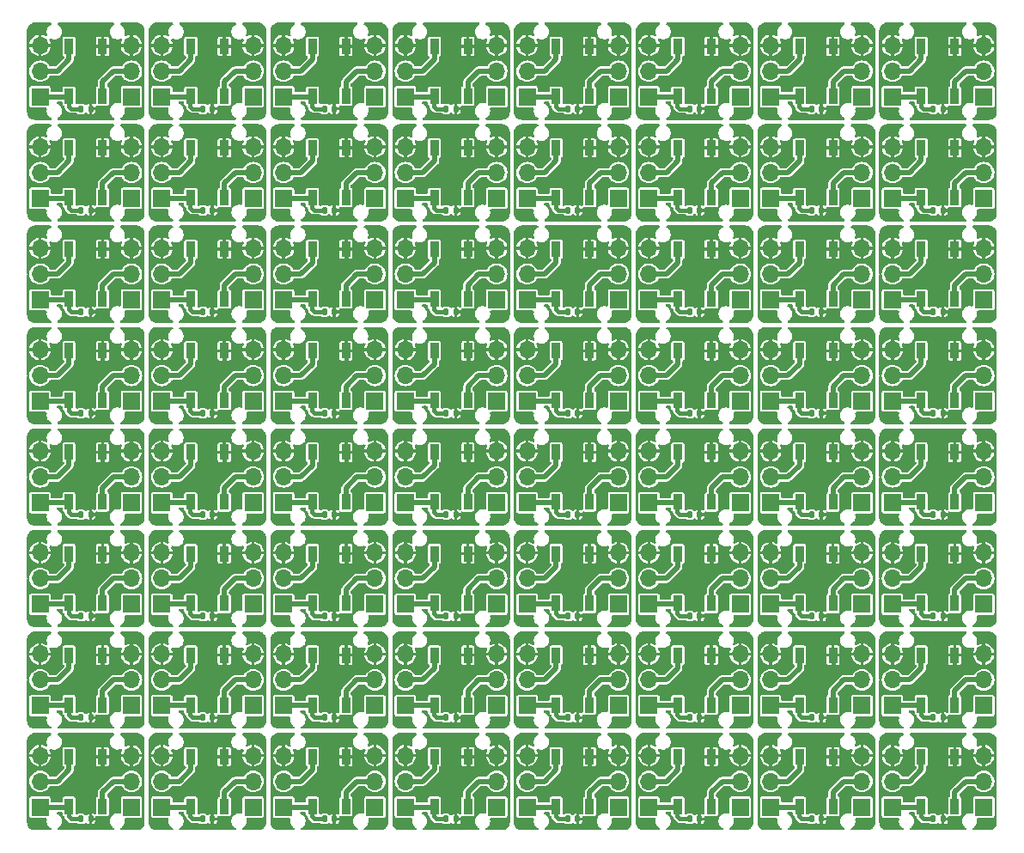
<source format=gbr>
%TF.GenerationSoftware,KiCad,Pcbnew,8.0.5*%
%TF.CreationDate,2024-10-23T08:28:05+02:00*%
%TF.ProjectId,ws2812b_carry,77733238-3132-4625-9f63-617272792e6b,rev?*%
%TF.SameCoordinates,Original*%
%TF.FileFunction,Copper,L1,Top*%
%TF.FilePolarity,Positive*%
%FSLAX46Y46*%
G04 Gerber Fmt 4.6, Leading zero omitted, Abs format (unit mm)*
G04 Created by KiCad (PCBNEW 8.0.5) date 2024-10-23 08:28:05*
%MOMM*%
%LPD*%
G01*
G04 APERTURE LIST*
G04 Aperture macros list*
%AMRoundRect*
0 Rectangle with rounded corners*
0 $1 Rounding radius*
0 $2 $3 $4 $5 $6 $7 $8 $9 X,Y pos of 4 corners*
0 Add a 4 corners polygon primitive as box body*
4,1,4,$2,$3,$4,$5,$6,$7,$8,$9,$2,$3,0*
0 Add four circle primitives for the rounded corners*
1,1,$1+$1,$2,$3*
1,1,$1+$1,$4,$5*
1,1,$1+$1,$6,$7*
1,1,$1+$1,$8,$9*
0 Add four rect primitives between the rounded corners*
20,1,$1+$1,$2,$3,$4,$5,0*
20,1,$1+$1,$4,$5,$6,$7,0*
20,1,$1+$1,$6,$7,$8,$9,0*
20,1,$1+$1,$8,$9,$2,$3,0*%
G04 Aperture macros list end*
%TA.AperFunction,ComponentPad*%
%ADD10R,1.700000X1.700000*%
%TD*%
%TA.AperFunction,ComponentPad*%
%ADD11O,1.700000X1.700000*%
%TD*%
%TA.AperFunction,SMDPad,CuDef*%
%ADD12R,0.900000X1.500000*%
%TD*%
%TA.AperFunction,SMDPad,CuDef*%
%ADD13RoundRect,0.140000X-0.140000X-0.170000X0.140000X-0.170000X0.140000X0.170000X-0.140000X0.170000X0*%
%TD*%
%TA.AperFunction,ViaPad*%
%ADD14C,0.450000*%
%TD*%
%TA.AperFunction,Conductor*%
%ADD15C,0.400000*%
%TD*%
%TA.AperFunction,Conductor*%
%ADD16C,0.200000*%
%TD*%
%TA.AperFunction,Conductor*%
%ADD17C,0.500000*%
%TD*%
%TA.AperFunction,Conductor*%
%ADD18C,0.450000*%
%TD*%
G04 APERTURE END LIST*
D10*
%TO.P,J2,1,Pin_1*%
%TO.N,+5V*%
X98500000Y-72525000D03*
D11*
%TO.P,J2,2,Pin_2*%
%TO.N,/DOUT*%
X98500000Y-69985000D03*
%TO.P,J2,3,Pin_3*%
%TO.N,GND*%
X98500000Y-67445000D03*
%TD*%
D12*
%TO.P,D1,1,VDD*%
%TO.N,+5V*%
X140350000Y-42450000D03*
%TO.P,D1,2,DOUT*%
%TO.N,/DOUT*%
X143650000Y-42450000D03*
%TO.P,D1,3,VSS*%
%TO.N,GND*%
X143650000Y-37550000D03*
%TO.P,D1,4,DIN*%
%TO.N,/DIN*%
X140350000Y-37550000D03*
%TD*%
D13*
%TO.P,C1,1*%
%TO.N,+5V*%
X141520000Y-43700000D03*
%TO.P,C1,2*%
%TO.N,GND*%
X142480000Y-43700000D03*
%TD*%
D10*
%TO.P,J1,1,Pin_1*%
%TO.N,+5V*%
X65500000Y-72525000D03*
D11*
%TO.P,J1,2,Pin_2*%
%TO.N,/DIN*%
X65500000Y-69985000D03*
%TO.P,J1,3,Pin_3*%
%TO.N,GND*%
X65500000Y-67445000D03*
%TD*%
D13*
%TO.P,C1,1*%
%TO.N,+5V*%
X117520000Y-43700000D03*
%TO.P,C1,2*%
%TO.N,GND*%
X118480000Y-43700000D03*
%TD*%
%TO.P,C1,1*%
%TO.N,+5V*%
X93520000Y-53700000D03*
%TO.P,C1,2*%
%TO.N,GND*%
X94480000Y-53700000D03*
%TD*%
D12*
%TO.P,D1,1,VDD*%
%TO.N,+5V*%
X152350000Y-62450000D03*
%TO.P,D1,2,DOUT*%
%TO.N,/DOUT*%
X155650000Y-62450000D03*
%TO.P,D1,3,VSS*%
%TO.N,GND*%
X155650000Y-57550000D03*
%TO.P,D1,4,DIN*%
%TO.N,/DIN*%
X152350000Y-57550000D03*
%TD*%
D10*
%TO.P,J1,1,Pin_1*%
%TO.N,+5V*%
X149500000Y-52525000D03*
D11*
%TO.P,J1,2,Pin_2*%
%TO.N,/DIN*%
X149500000Y-49985000D03*
%TO.P,J1,3,Pin_3*%
%TO.N,GND*%
X149500000Y-47445000D03*
%TD*%
D10*
%TO.P,J1,1,Pin_1*%
%TO.N,+5V*%
X101500000Y-92525000D03*
D11*
%TO.P,J1,2,Pin_2*%
%TO.N,/DIN*%
X101500000Y-89985000D03*
%TO.P,J1,3,Pin_3*%
%TO.N,GND*%
X101500000Y-87445000D03*
%TD*%
D13*
%TO.P,C1,1*%
%TO.N,+5V*%
X153520000Y-93700000D03*
%TO.P,C1,2*%
%TO.N,GND*%
X154480000Y-93700000D03*
%TD*%
D10*
%TO.P,J2,1,Pin_1*%
%TO.N,+5V*%
X146500000Y-32525000D03*
D11*
%TO.P,J2,2,Pin_2*%
%TO.N,/DOUT*%
X146500000Y-29985000D03*
%TO.P,J2,3,Pin_3*%
%TO.N,GND*%
X146500000Y-27445000D03*
%TD*%
D10*
%TO.P,J2,1,Pin_1*%
%TO.N,+5V*%
X74500000Y-102525000D03*
D11*
%TO.P,J2,2,Pin_2*%
%TO.N,/DOUT*%
X74500000Y-99985000D03*
%TO.P,J2,3,Pin_3*%
%TO.N,GND*%
X74500000Y-97445000D03*
%TD*%
D10*
%TO.P,J1,1,Pin_1*%
%TO.N,+5V*%
X65500000Y-102525000D03*
D11*
%TO.P,J1,2,Pin_2*%
%TO.N,/DIN*%
X65500000Y-99985000D03*
%TO.P,J1,3,Pin_3*%
%TO.N,GND*%
X65500000Y-97445000D03*
%TD*%
D10*
%TO.P,J2,1,Pin_1*%
%TO.N,+5V*%
X158500000Y-32525000D03*
D11*
%TO.P,J2,2,Pin_2*%
%TO.N,/DOUT*%
X158500000Y-29985000D03*
%TO.P,J2,3,Pin_3*%
%TO.N,GND*%
X158500000Y-27445000D03*
%TD*%
D12*
%TO.P,D1,1,VDD*%
%TO.N,+5V*%
X152350000Y-92450000D03*
%TO.P,D1,2,DOUT*%
%TO.N,/DOUT*%
X155650000Y-92450000D03*
%TO.P,D1,3,VSS*%
%TO.N,GND*%
X155650000Y-87550000D03*
%TO.P,D1,4,DIN*%
%TO.N,/DIN*%
X152350000Y-87550000D03*
%TD*%
D10*
%TO.P,J1,1,Pin_1*%
%TO.N,+5V*%
X77500000Y-62525000D03*
D11*
%TO.P,J1,2,Pin_2*%
%TO.N,/DIN*%
X77500000Y-59985000D03*
%TO.P,J1,3,Pin_3*%
%TO.N,GND*%
X77500000Y-57445000D03*
%TD*%
D10*
%TO.P,J2,1,Pin_1*%
%TO.N,+5V*%
X122500000Y-82525000D03*
D11*
%TO.P,J2,2,Pin_2*%
%TO.N,/DOUT*%
X122500000Y-79985000D03*
%TO.P,J2,3,Pin_3*%
%TO.N,GND*%
X122500000Y-77445000D03*
%TD*%
D12*
%TO.P,D1,1,VDD*%
%TO.N,+5V*%
X128350000Y-72450000D03*
%TO.P,D1,2,DOUT*%
%TO.N,/DOUT*%
X131650000Y-72450000D03*
%TO.P,D1,3,VSS*%
%TO.N,GND*%
X131650000Y-67550000D03*
%TO.P,D1,4,DIN*%
%TO.N,/DIN*%
X128350000Y-67550000D03*
%TD*%
D10*
%TO.P,J2,1,Pin_1*%
%TO.N,+5V*%
X158500000Y-62525000D03*
D11*
%TO.P,J2,2,Pin_2*%
%TO.N,/DOUT*%
X158500000Y-59985000D03*
%TO.P,J2,3,Pin_3*%
%TO.N,GND*%
X158500000Y-57445000D03*
%TD*%
D13*
%TO.P,C1,1*%
%TO.N,+5V*%
X69520000Y-83700000D03*
%TO.P,C1,2*%
%TO.N,GND*%
X70480000Y-83700000D03*
%TD*%
D12*
%TO.P,D1,1,VDD*%
%TO.N,+5V*%
X104350000Y-72450000D03*
%TO.P,D1,2,DOUT*%
%TO.N,/DOUT*%
X107650000Y-72450000D03*
%TO.P,D1,3,VSS*%
%TO.N,GND*%
X107650000Y-67550000D03*
%TO.P,D1,4,DIN*%
%TO.N,/DIN*%
X104350000Y-67550000D03*
%TD*%
D13*
%TO.P,C1,1*%
%TO.N,+5V*%
X81520000Y-93700000D03*
%TO.P,C1,2*%
%TO.N,GND*%
X82480000Y-93700000D03*
%TD*%
D10*
%TO.P,J2,1,Pin_1*%
%TO.N,+5V*%
X146500000Y-62525000D03*
D11*
%TO.P,J2,2,Pin_2*%
%TO.N,/DOUT*%
X146500000Y-59985000D03*
%TO.P,J2,3,Pin_3*%
%TO.N,GND*%
X146500000Y-57445000D03*
%TD*%
D12*
%TO.P,D1,1,VDD*%
%TO.N,+5V*%
X140350000Y-72450000D03*
%TO.P,D1,2,DOUT*%
%TO.N,/DOUT*%
X143650000Y-72450000D03*
%TO.P,D1,3,VSS*%
%TO.N,GND*%
X143650000Y-67550000D03*
%TO.P,D1,4,DIN*%
%TO.N,/DIN*%
X140350000Y-67550000D03*
%TD*%
D13*
%TO.P,C1,1*%
%TO.N,+5V*%
X153520000Y-73700000D03*
%TO.P,C1,2*%
%TO.N,GND*%
X154480000Y-73700000D03*
%TD*%
%TO.P,C1,1*%
%TO.N,+5V*%
X105520000Y-63700000D03*
%TO.P,C1,2*%
%TO.N,GND*%
X106480000Y-63700000D03*
%TD*%
D10*
%TO.P,J1,1,Pin_1*%
%TO.N,+5V*%
X89500000Y-72525000D03*
D11*
%TO.P,J1,2,Pin_2*%
%TO.N,/DIN*%
X89500000Y-69985000D03*
%TO.P,J1,3,Pin_3*%
%TO.N,GND*%
X89500000Y-67445000D03*
%TD*%
D10*
%TO.P,J2,1,Pin_1*%
%TO.N,+5V*%
X74500000Y-72525000D03*
D11*
%TO.P,J2,2,Pin_2*%
%TO.N,/DOUT*%
X74500000Y-69985000D03*
%TO.P,J2,3,Pin_3*%
%TO.N,GND*%
X74500000Y-67445000D03*
%TD*%
D13*
%TO.P,C1,1*%
%TO.N,+5V*%
X69520000Y-63700000D03*
%TO.P,C1,2*%
%TO.N,GND*%
X70480000Y-63700000D03*
%TD*%
D10*
%TO.P,J2,1,Pin_1*%
%TO.N,+5V*%
X146500000Y-52525000D03*
D11*
%TO.P,J2,2,Pin_2*%
%TO.N,/DOUT*%
X146500000Y-49985000D03*
%TO.P,J2,3,Pin_3*%
%TO.N,GND*%
X146500000Y-47445000D03*
%TD*%
D10*
%TO.P,J1,1,Pin_1*%
%TO.N,+5V*%
X89500000Y-52525000D03*
D11*
%TO.P,J1,2,Pin_2*%
%TO.N,/DIN*%
X89500000Y-49985000D03*
%TO.P,J1,3,Pin_3*%
%TO.N,GND*%
X89500000Y-47445000D03*
%TD*%
D10*
%TO.P,J2,1,Pin_1*%
%TO.N,+5V*%
X110500000Y-62525000D03*
D11*
%TO.P,J2,2,Pin_2*%
%TO.N,/DOUT*%
X110500000Y-59985000D03*
%TO.P,J2,3,Pin_3*%
%TO.N,GND*%
X110500000Y-57445000D03*
%TD*%
D12*
%TO.P,D1,1,VDD*%
%TO.N,+5V*%
X68350000Y-102450000D03*
%TO.P,D1,2,DOUT*%
%TO.N,/DOUT*%
X71650000Y-102450000D03*
%TO.P,D1,3,VSS*%
%TO.N,GND*%
X71650000Y-97550000D03*
%TO.P,D1,4,DIN*%
%TO.N,/DIN*%
X68350000Y-97550000D03*
%TD*%
D10*
%TO.P,J1,1,Pin_1*%
%TO.N,+5V*%
X89500000Y-32525000D03*
D11*
%TO.P,J1,2,Pin_2*%
%TO.N,/DIN*%
X89500000Y-29985000D03*
%TO.P,J1,3,Pin_3*%
%TO.N,GND*%
X89500000Y-27445000D03*
%TD*%
D10*
%TO.P,J1,1,Pin_1*%
%TO.N,+5V*%
X65500000Y-42525000D03*
D11*
%TO.P,J1,2,Pin_2*%
%TO.N,/DIN*%
X65500000Y-39985000D03*
%TO.P,J1,3,Pin_3*%
%TO.N,GND*%
X65500000Y-37445000D03*
%TD*%
D10*
%TO.P,J1,1,Pin_1*%
%TO.N,+5V*%
X137500000Y-82525000D03*
D11*
%TO.P,J1,2,Pin_2*%
%TO.N,/DIN*%
X137500000Y-79985000D03*
%TO.P,J1,3,Pin_3*%
%TO.N,GND*%
X137500000Y-77445000D03*
%TD*%
D10*
%TO.P,J1,1,Pin_1*%
%TO.N,+5V*%
X65500000Y-92525000D03*
D11*
%TO.P,J1,2,Pin_2*%
%TO.N,/DIN*%
X65500000Y-89985000D03*
%TO.P,J1,3,Pin_3*%
%TO.N,GND*%
X65500000Y-87445000D03*
%TD*%
D13*
%TO.P,C1,1*%
%TO.N,+5V*%
X141520000Y-103700000D03*
%TO.P,C1,2*%
%TO.N,GND*%
X142480000Y-103700000D03*
%TD*%
D12*
%TO.P,D1,1,VDD*%
%TO.N,+5V*%
X92350000Y-52450000D03*
%TO.P,D1,2,DOUT*%
%TO.N,/DOUT*%
X95650000Y-52450000D03*
%TO.P,D1,3,VSS*%
%TO.N,GND*%
X95650000Y-47550000D03*
%TO.P,D1,4,DIN*%
%TO.N,/DIN*%
X92350000Y-47550000D03*
%TD*%
D10*
%TO.P,J1,1,Pin_1*%
%TO.N,+5V*%
X89500000Y-42525000D03*
D11*
%TO.P,J1,2,Pin_2*%
%TO.N,/DIN*%
X89500000Y-39985000D03*
%TO.P,J1,3,Pin_3*%
%TO.N,GND*%
X89500000Y-37445000D03*
%TD*%
D10*
%TO.P,J2,1,Pin_1*%
%TO.N,+5V*%
X98500000Y-62525000D03*
D11*
%TO.P,J2,2,Pin_2*%
%TO.N,/DOUT*%
X98500000Y-59985000D03*
%TO.P,J2,3,Pin_3*%
%TO.N,GND*%
X98500000Y-57445000D03*
%TD*%
D10*
%TO.P,J2,1,Pin_1*%
%TO.N,+5V*%
X86500000Y-42525000D03*
D11*
%TO.P,J2,2,Pin_2*%
%TO.N,/DOUT*%
X86500000Y-39985000D03*
%TO.P,J2,3,Pin_3*%
%TO.N,GND*%
X86500000Y-37445000D03*
%TD*%
D10*
%TO.P,J1,1,Pin_1*%
%TO.N,+5V*%
X113500000Y-32525000D03*
D11*
%TO.P,J1,2,Pin_2*%
%TO.N,/DIN*%
X113500000Y-29985000D03*
%TO.P,J1,3,Pin_3*%
%TO.N,GND*%
X113500000Y-27445000D03*
%TD*%
D13*
%TO.P,C1,1*%
%TO.N,+5V*%
X153520000Y-83700000D03*
%TO.P,C1,2*%
%TO.N,GND*%
X154480000Y-83700000D03*
%TD*%
%TO.P,C1,1*%
%TO.N,+5V*%
X69520000Y-93700000D03*
%TO.P,C1,2*%
%TO.N,GND*%
X70480000Y-93700000D03*
%TD*%
D12*
%TO.P,D1,1,VDD*%
%TO.N,+5V*%
X92350000Y-42450000D03*
%TO.P,D1,2,DOUT*%
%TO.N,/DOUT*%
X95650000Y-42450000D03*
%TO.P,D1,3,VSS*%
%TO.N,GND*%
X95650000Y-37550000D03*
%TO.P,D1,4,DIN*%
%TO.N,/DIN*%
X92350000Y-37550000D03*
%TD*%
D10*
%TO.P,J2,1,Pin_1*%
%TO.N,+5V*%
X158500000Y-92525000D03*
D11*
%TO.P,J2,2,Pin_2*%
%TO.N,/DOUT*%
X158500000Y-89985000D03*
%TO.P,J2,3,Pin_3*%
%TO.N,GND*%
X158500000Y-87445000D03*
%TD*%
D13*
%TO.P,C1,1*%
%TO.N,+5V*%
X105520000Y-73700000D03*
%TO.P,C1,2*%
%TO.N,GND*%
X106480000Y-73700000D03*
%TD*%
D10*
%TO.P,J1,1,Pin_1*%
%TO.N,+5V*%
X101500000Y-52525000D03*
D11*
%TO.P,J1,2,Pin_2*%
%TO.N,/DIN*%
X101500000Y-49985000D03*
%TO.P,J1,3,Pin_3*%
%TO.N,GND*%
X101500000Y-47445000D03*
%TD*%
D10*
%TO.P,J1,1,Pin_1*%
%TO.N,+5V*%
X65500000Y-52525000D03*
D11*
%TO.P,J1,2,Pin_2*%
%TO.N,/DIN*%
X65500000Y-49985000D03*
%TO.P,J1,3,Pin_3*%
%TO.N,GND*%
X65500000Y-47445000D03*
%TD*%
D12*
%TO.P,D1,1,VDD*%
%TO.N,+5V*%
X128350000Y-102450000D03*
%TO.P,D1,2,DOUT*%
%TO.N,/DOUT*%
X131650000Y-102450000D03*
%TO.P,D1,3,VSS*%
%TO.N,GND*%
X131650000Y-97550000D03*
%TO.P,D1,4,DIN*%
%TO.N,/DIN*%
X128350000Y-97550000D03*
%TD*%
%TO.P,D1,1,VDD*%
%TO.N,+5V*%
X116350000Y-52450000D03*
%TO.P,D1,2,DOUT*%
%TO.N,/DOUT*%
X119650000Y-52450000D03*
%TO.P,D1,3,VSS*%
%TO.N,GND*%
X119650000Y-47550000D03*
%TO.P,D1,4,DIN*%
%TO.N,/DIN*%
X116350000Y-47550000D03*
%TD*%
D10*
%TO.P,J2,1,Pin_1*%
%TO.N,+5V*%
X86500000Y-82525000D03*
D11*
%TO.P,J2,2,Pin_2*%
%TO.N,/DOUT*%
X86500000Y-79985000D03*
%TO.P,J2,3,Pin_3*%
%TO.N,GND*%
X86500000Y-77445000D03*
%TD*%
D10*
%TO.P,J2,1,Pin_1*%
%TO.N,+5V*%
X98500000Y-82525000D03*
D11*
%TO.P,J2,2,Pin_2*%
%TO.N,/DOUT*%
X98500000Y-79985000D03*
%TO.P,J2,3,Pin_3*%
%TO.N,GND*%
X98500000Y-77445000D03*
%TD*%
D13*
%TO.P,C1,1*%
%TO.N,+5V*%
X153520000Y-103700000D03*
%TO.P,C1,2*%
%TO.N,GND*%
X154480000Y-103700000D03*
%TD*%
%TO.P,C1,1*%
%TO.N,+5V*%
X69520000Y-103700000D03*
%TO.P,C1,2*%
%TO.N,GND*%
X70480000Y-103700000D03*
%TD*%
D12*
%TO.P,D1,1,VDD*%
%TO.N,+5V*%
X128350000Y-82450000D03*
%TO.P,D1,2,DOUT*%
%TO.N,/DOUT*%
X131650000Y-82450000D03*
%TO.P,D1,3,VSS*%
%TO.N,GND*%
X131650000Y-77550000D03*
%TO.P,D1,4,DIN*%
%TO.N,/DIN*%
X128350000Y-77550000D03*
%TD*%
%TO.P,D1,1,VDD*%
%TO.N,+5V*%
X68350000Y-52450000D03*
%TO.P,D1,2,DOUT*%
%TO.N,/DOUT*%
X71650000Y-52450000D03*
%TO.P,D1,3,VSS*%
%TO.N,GND*%
X71650000Y-47550000D03*
%TO.P,D1,4,DIN*%
%TO.N,/DIN*%
X68350000Y-47550000D03*
%TD*%
%TO.P,D1,1,VDD*%
%TO.N,+5V*%
X80350000Y-52450000D03*
%TO.P,D1,2,DOUT*%
%TO.N,/DOUT*%
X83650000Y-52450000D03*
%TO.P,D1,3,VSS*%
%TO.N,GND*%
X83650000Y-47550000D03*
%TO.P,D1,4,DIN*%
%TO.N,/DIN*%
X80350000Y-47550000D03*
%TD*%
D13*
%TO.P,C1,1*%
%TO.N,+5V*%
X141520000Y-53700000D03*
%TO.P,C1,2*%
%TO.N,GND*%
X142480000Y-53700000D03*
%TD*%
D10*
%TO.P,J1,1,Pin_1*%
%TO.N,+5V*%
X101500000Y-72525000D03*
D11*
%TO.P,J1,2,Pin_2*%
%TO.N,/DIN*%
X101500000Y-69985000D03*
%TO.P,J1,3,Pin_3*%
%TO.N,GND*%
X101500000Y-67445000D03*
%TD*%
D13*
%TO.P,C1,1*%
%TO.N,+5V*%
X81520000Y-103700000D03*
%TO.P,C1,2*%
%TO.N,GND*%
X82480000Y-103700000D03*
%TD*%
%TO.P,C1,1*%
%TO.N,+5V*%
X117520000Y-103700000D03*
%TO.P,C1,2*%
%TO.N,GND*%
X118480000Y-103700000D03*
%TD*%
D12*
%TO.P,D1,1,VDD*%
%TO.N,+5V*%
X140350000Y-62450000D03*
%TO.P,D1,2,DOUT*%
%TO.N,/DOUT*%
X143650000Y-62450000D03*
%TO.P,D1,3,VSS*%
%TO.N,GND*%
X143650000Y-57550000D03*
%TO.P,D1,4,DIN*%
%TO.N,/DIN*%
X140350000Y-57550000D03*
%TD*%
D13*
%TO.P,C1,1*%
%TO.N,+5V*%
X93520000Y-43700000D03*
%TO.P,C1,2*%
%TO.N,GND*%
X94480000Y-43700000D03*
%TD*%
D10*
%TO.P,J2,1,Pin_1*%
%TO.N,+5V*%
X158500000Y-72525000D03*
D11*
%TO.P,J2,2,Pin_2*%
%TO.N,/DOUT*%
X158500000Y-69985000D03*
%TO.P,J2,3,Pin_3*%
%TO.N,GND*%
X158500000Y-67445000D03*
%TD*%
D12*
%TO.P,D1,1,VDD*%
%TO.N,+5V*%
X80350000Y-72450000D03*
%TO.P,D1,2,DOUT*%
%TO.N,/DOUT*%
X83650000Y-72450000D03*
%TO.P,D1,3,VSS*%
%TO.N,GND*%
X83650000Y-67550000D03*
%TO.P,D1,4,DIN*%
%TO.N,/DIN*%
X80350000Y-67550000D03*
%TD*%
D13*
%TO.P,C1,1*%
%TO.N,+5V*%
X117520000Y-63700000D03*
%TO.P,C1,2*%
%TO.N,GND*%
X118480000Y-63700000D03*
%TD*%
D12*
%TO.P,D1,1,VDD*%
%TO.N,+5V*%
X116350000Y-82450000D03*
%TO.P,D1,2,DOUT*%
%TO.N,/DOUT*%
X119650000Y-82450000D03*
%TO.P,D1,3,VSS*%
%TO.N,GND*%
X119650000Y-77550000D03*
%TO.P,D1,4,DIN*%
%TO.N,/DIN*%
X116350000Y-77550000D03*
%TD*%
%TO.P,D1,1,VDD*%
%TO.N,+5V*%
X104350000Y-62450000D03*
%TO.P,D1,2,DOUT*%
%TO.N,/DOUT*%
X107650000Y-62450000D03*
%TO.P,D1,3,VSS*%
%TO.N,GND*%
X107650000Y-57550000D03*
%TO.P,D1,4,DIN*%
%TO.N,/DIN*%
X104350000Y-57550000D03*
%TD*%
D10*
%TO.P,J2,1,Pin_1*%
%TO.N,+5V*%
X134500000Y-102525000D03*
D11*
%TO.P,J2,2,Pin_2*%
%TO.N,/DOUT*%
X134500000Y-99985000D03*
%TO.P,J2,3,Pin_3*%
%TO.N,GND*%
X134500000Y-97445000D03*
%TD*%
D12*
%TO.P,D1,1,VDD*%
%TO.N,+5V*%
X116350000Y-62450000D03*
%TO.P,D1,2,DOUT*%
%TO.N,/DOUT*%
X119650000Y-62450000D03*
%TO.P,D1,3,VSS*%
%TO.N,GND*%
X119650000Y-57550000D03*
%TO.P,D1,4,DIN*%
%TO.N,/DIN*%
X116350000Y-57550000D03*
%TD*%
D10*
%TO.P,J1,1,Pin_1*%
%TO.N,+5V*%
X101500000Y-82525000D03*
D11*
%TO.P,J1,2,Pin_2*%
%TO.N,/DIN*%
X101500000Y-79985000D03*
%TO.P,J1,3,Pin_3*%
%TO.N,GND*%
X101500000Y-77445000D03*
%TD*%
D10*
%TO.P,J2,1,Pin_1*%
%TO.N,+5V*%
X74500000Y-52525000D03*
D11*
%TO.P,J2,2,Pin_2*%
%TO.N,/DOUT*%
X74500000Y-49985000D03*
%TO.P,J2,3,Pin_3*%
%TO.N,GND*%
X74500000Y-47445000D03*
%TD*%
D10*
%TO.P,J2,1,Pin_1*%
%TO.N,+5V*%
X98500000Y-42525000D03*
D11*
%TO.P,J2,2,Pin_2*%
%TO.N,/DOUT*%
X98500000Y-39985000D03*
%TO.P,J2,3,Pin_3*%
%TO.N,GND*%
X98500000Y-37445000D03*
%TD*%
D13*
%TO.P,C1,1*%
%TO.N,+5V*%
X69520000Y-53700000D03*
%TO.P,C1,2*%
%TO.N,GND*%
X70480000Y-53700000D03*
%TD*%
D10*
%TO.P,J1,1,Pin_1*%
%TO.N,+5V*%
X137500000Y-42525000D03*
D11*
%TO.P,J1,2,Pin_2*%
%TO.N,/DIN*%
X137500000Y-39985000D03*
%TO.P,J1,3,Pin_3*%
%TO.N,GND*%
X137500000Y-37445000D03*
%TD*%
D10*
%TO.P,J2,1,Pin_1*%
%TO.N,+5V*%
X110500000Y-42525000D03*
D11*
%TO.P,J2,2,Pin_2*%
%TO.N,/DOUT*%
X110500000Y-39985000D03*
%TO.P,J2,3,Pin_3*%
%TO.N,GND*%
X110500000Y-37445000D03*
%TD*%
D10*
%TO.P,J2,1,Pin_1*%
%TO.N,+5V*%
X110500000Y-92525000D03*
D11*
%TO.P,J2,2,Pin_2*%
%TO.N,/DOUT*%
X110500000Y-89985000D03*
%TO.P,J2,3,Pin_3*%
%TO.N,GND*%
X110500000Y-87445000D03*
%TD*%
D10*
%TO.P,J2,1,Pin_1*%
%TO.N,+5V*%
X122500000Y-32525000D03*
D11*
%TO.P,J2,2,Pin_2*%
%TO.N,/DOUT*%
X122500000Y-29985000D03*
%TO.P,J2,3,Pin_3*%
%TO.N,GND*%
X122500000Y-27445000D03*
%TD*%
D12*
%TO.P,D1,1,VDD*%
%TO.N,+5V*%
X68350000Y-92450000D03*
%TO.P,D1,2,DOUT*%
%TO.N,/DOUT*%
X71650000Y-92450000D03*
%TO.P,D1,3,VSS*%
%TO.N,GND*%
X71650000Y-87550000D03*
%TO.P,D1,4,DIN*%
%TO.N,/DIN*%
X68350000Y-87550000D03*
%TD*%
D13*
%TO.P,C1,1*%
%TO.N,+5V*%
X153520000Y-63700000D03*
%TO.P,C1,2*%
%TO.N,GND*%
X154480000Y-63700000D03*
%TD*%
D10*
%TO.P,J1,1,Pin_1*%
%TO.N,+5V*%
X113500000Y-82525000D03*
D11*
%TO.P,J1,2,Pin_2*%
%TO.N,/DIN*%
X113500000Y-79985000D03*
%TO.P,J1,3,Pin_3*%
%TO.N,GND*%
X113500000Y-77445000D03*
%TD*%
D10*
%TO.P,J2,1,Pin_1*%
%TO.N,+5V*%
X98500000Y-52525000D03*
D11*
%TO.P,J2,2,Pin_2*%
%TO.N,/DOUT*%
X98500000Y-49985000D03*
%TO.P,J2,3,Pin_3*%
%TO.N,GND*%
X98500000Y-47445000D03*
%TD*%
D10*
%TO.P,J2,1,Pin_1*%
%TO.N,+5V*%
X74500000Y-92525000D03*
D11*
%TO.P,J2,2,Pin_2*%
%TO.N,/DOUT*%
X74500000Y-89985000D03*
%TO.P,J2,3,Pin_3*%
%TO.N,GND*%
X74500000Y-87445000D03*
%TD*%
D12*
%TO.P,D1,1,VDD*%
%TO.N,+5V*%
X152350000Y-32450000D03*
%TO.P,D1,2,DOUT*%
%TO.N,/DOUT*%
X155650000Y-32450000D03*
%TO.P,D1,3,VSS*%
%TO.N,GND*%
X155650000Y-27550000D03*
%TO.P,D1,4,DIN*%
%TO.N,/DIN*%
X152350000Y-27550000D03*
%TD*%
%TO.P,D1,1,VDD*%
%TO.N,+5V*%
X92350000Y-62450000D03*
%TO.P,D1,2,DOUT*%
%TO.N,/DOUT*%
X95650000Y-62450000D03*
%TO.P,D1,3,VSS*%
%TO.N,GND*%
X95650000Y-57550000D03*
%TO.P,D1,4,DIN*%
%TO.N,/DIN*%
X92350000Y-57550000D03*
%TD*%
D10*
%TO.P,J1,1,Pin_1*%
%TO.N,+5V*%
X149500000Y-72525000D03*
D11*
%TO.P,J1,2,Pin_2*%
%TO.N,/DIN*%
X149500000Y-69985000D03*
%TO.P,J1,3,Pin_3*%
%TO.N,GND*%
X149500000Y-67445000D03*
%TD*%
D13*
%TO.P,C1,1*%
%TO.N,+5V*%
X93520000Y-93700000D03*
%TO.P,C1,2*%
%TO.N,GND*%
X94480000Y-93700000D03*
%TD*%
D10*
%TO.P,J1,1,Pin_1*%
%TO.N,+5V*%
X149500000Y-102525000D03*
D11*
%TO.P,J1,2,Pin_2*%
%TO.N,/DIN*%
X149500000Y-99985000D03*
%TO.P,J1,3,Pin_3*%
%TO.N,GND*%
X149500000Y-97445000D03*
%TD*%
D10*
%TO.P,J2,1,Pin_1*%
%TO.N,+5V*%
X134500000Y-52525000D03*
D11*
%TO.P,J2,2,Pin_2*%
%TO.N,/DOUT*%
X134500000Y-49985000D03*
%TO.P,J2,3,Pin_3*%
%TO.N,GND*%
X134500000Y-47445000D03*
%TD*%
D13*
%TO.P,C1,1*%
%TO.N,+5V*%
X69520000Y-73700000D03*
%TO.P,C1,2*%
%TO.N,GND*%
X70480000Y-73700000D03*
%TD*%
D12*
%TO.P,D1,1,VDD*%
%TO.N,+5V*%
X140350000Y-92450000D03*
%TO.P,D1,2,DOUT*%
%TO.N,/DOUT*%
X143650000Y-92450000D03*
%TO.P,D1,3,VSS*%
%TO.N,GND*%
X143650000Y-87550000D03*
%TO.P,D1,4,DIN*%
%TO.N,/DIN*%
X140350000Y-87550000D03*
%TD*%
D10*
%TO.P,J2,1,Pin_1*%
%TO.N,+5V*%
X134500000Y-72525000D03*
D11*
%TO.P,J2,2,Pin_2*%
%TO.N,/DOUT*%
X134500000Y-69985000D03*
%TO.P,J2,3,Pin_3*%
%TO.N,GND*%
X134500000Y-67445000D03*
%TD*%
D13*
%TO.P,C1,1*%
%TO.N,+5V*%
X129520000Y-73700000D03*
%TO.P,C1,2*%
%TO.N,GND*%
X130480000Y-73700000D03*
%TD*%
D10*
%TO.P,J1,1,Pin_1*%
%TO.N,+5V*%
X137500000Y-62525000D03*
D11*
%TO.P,J1,2,Pin_2*%
%TO.N,/DIN*%
X137500000Y-59985000D03*
%TO.P,J1,3,Pin_3*%
%TO.N,GND*%
X137500000Y-57445000D03*
%TD*%
D10*
%TO.P,J2,1,Pin_1*%
%TO.N,+5V*%
X74500000Y-62525000D03*
D11*
%TO.P,J2,2,Pin_2*%
%TO.N,/DOUT*%
X74500000Y-59985000D03*
%TO.P,J2,3,Pin_3*%
%TO.N,GND*%
X74500000Y-57445000D03*
%TD*%
D10*
%TO.P,J1,1,Pin_1*%
%TO.N,+5V*%
X137500000Y-92525000D03*
D11*
%TO.P,J1,2,Pin_2*%
%TO.N,/DIN*%
X137500000Y-89985000D03*
%TO.P,J1,3,Pin_3*%
%TO.N,GND*%
X137500000Y-87445000D03*
%TD*%
D10*
%TO.P,J1,1,Pin_1*%
%TO.N,+5V*%
X137500000Y-72525000D03*
D11*
%TO.P,J1,2,Pin_2*%
%TO.N,/DIN*%
X137500000Y-69985000D03*
%TO.P,J1,3,Pin_3*%
%TO.N,GND*%
X137500000Y-67445000D03*
%TD*%
D12*
%TO.P,D1,1,VDD*%
%TO.N,+5V*%
X68350000Y-62450000D03*
%TO.P,D1,2,DOUT*%
%TO.N,/DOUT*%
X71650000Y-62450000D03*
%TO.P,D1,3,VSS*%
%TO.N,GND*%
X71650000Y-57550000D03*
%TO.P,D1,4,DIN*%
%TO.N,/DIN*%
X68350000Y-57550000D03*
%TD*%
%TO.P,D1,1,VDD*%
%TO.N,+5V*%
X128350000Y-42450000D03*
%TO.P,D1,2,DOUT*%
%TO.N,/DOUT*%
X131650000Y-42450000D03*
%TO.P,D1,3,VSS*%
%TO.N,GND*%
X131650000Y-37550000D03*
%TO.P,D1,4,DIN*%
%TO.N,/DIN*%
X128350000Y-37550000D03*
%TD*%
D13*
%TO.P,C1,1*%
%TO.N,+5V*%
X117520000Y-73700000D03*
%TO.P,C1,2*%
%TO.N,GND*%
X118480000Y-73700000D03*
%TD*%
D10*
%TO.P,J1,1,Pin_1*%
%TO.N,+5V*%
X101500000Y-62525000D03*
D11*
%TO.P,J1,2,Pin_2*%
%TO.N,/DIN*%
X101500000Y-59985000D03*
%TO.P,J1,3,Pin_3*%
%TO.N,GND*%
X101500000Y-57445000D03*
%TD*%
D10*
%TO.P,J2,1,Pin_1*%
%TO.N,+5V*%
X122500000Y-52525000D03*
D11*
%TO.P,J2,2,Pin_2*%
%TO.N,/DOUT*%
X122500000Y-49985000D03*
%TO.P,J2,3,Pin_3*%
%TO.N,GND*%
X122500000Y-47445000D03*
%TD*%
D13*
%TO.P,C1,1*%
%TO.N,+5V*%
X141520000Y-73700000D03*
%TO.P,C1,2*%
%TO.N,GND*%
X142480000Y-73700000D03*
%TD*%
D10*
%TO.P,J1,1,Pin_1*%
%TO.N,+5V*%
X101500000Y-32525000D03*
D11*
%TO.P,J1,2,Pin_2*%
%TO.N,/DIN*%
X101500000Y-29985000D03*
%TO.P,J1,3,Pin_3*%
%TO.N,GND*%
X101500000Y-27445000D03*
%TD*%
D10*
%TO.P,J1,1,Pin_1*%
%TO.N,+5V*%
X125500000Y-32525000D03*
D11*
%TO.P,J1,2,Pin_2*%
%TO.N,/DIN*%
X125500000Y-29985000D03*
%TO.P,J1,3,Pin_3*%
%TO.N,GND*%
X125500000Y-27445000D03*
%TD*%
D10*
%TO.P,J1,1,Pin_1*%
%TO.N,+5V*%
X89500000Y-92525000D03*
D11*
%TO.P,J1,2,Pin_2*%
%TO.N,/DIN*%
X89500000Y-89985000D03*
%TO.P,J1,3,Pin_3*%
%TO.N,GND*%
X89500000Y-87445000D03*
%TD*%
D12*
%TO.P,D1,1,VDD*%
%TO.N,+5V*%
X92350000Y-82450000D03*
%TO.P,D1,2,DOUT*%
%TO.N,/DOUT*%
X95650000Y-82450000D03*
%TO.P,D1,3,VSS*%
%TO.N,GND*%
X95650000Y-77550000D03*
%TO.P,D1,4,DIN*%
%TO.N,/DIN*%
X92350000Y-77550000D03*
%TD*%
%TO.P,D1,1,VDD*%
%TO.N,+5V*%
X140350000Y-82450000D03*
%TO.P,D1,2,DOUT*%
%TO.N,/DOUT*%
X143650000Y-82450000D03*
%TO.P,D1,3,VSS*%
%TO.N,GND*%
X143650000Y-77550000D03*
%TO.P,D1,4,DIN*%
%TO.N,/DIN*%
X140350000Y-77550000D03*
%TD*%
D13*
%TO.P,C1,1*%
%TO.N,+5V*%
X117520000Y-53700000D03*
%TO.P,C1,2*%
%TO.N,GND*%
X118480000Y-53700000D03*
%TD*%
%TO.P,C1,1*%
%TO.N,+5V*%
X105520000Y-33700000D03*
%TO.P,C1,2*%
%TO.N,GND*%
X106480000Y-33700000D03*
%TD*%
%TO.P,C1,1*%
%TO.N,+5V*%
X117520000Y-83700000D03*
%TO.P,C1,2*%
%TO.N,GND*%
X118480000Y-83700000D03*
%TD*%
%TO.P,C1,1*%
%TO.N,+5V*%
X69520000Y-43700000D03*
%TO.P,C1,2*%
%TO.N,GND*%
X70480000Y-43700000D03*
%TD*%
D10*
%TO.P,J2,1,Pin_1*%
%TO.N,+5V*%
X110500000Y-102525000D03*
D11*
%TO.P,J2,2,Pin_2*%
%TO.N,/DOUT*%
X110500000Y-99985000D03*
%TO.P,J2,3,Pin_3*%
%TO.N,GND*%
X110500000Y-97445000D03*
%TD*%
D12*
%TO.P,D1,1,VDD*%
%TO.N,+5V*%
X80350000Y-82450000D03*
%TO.P,D1,2,DOUT*%
%TO.N,/DOUT*%
X83650000Y-82450000D03*
%TO.P,D1,3,VSS*%
%TO.N,GND*%
X83650000Y-77550000D03*
%TO.P,D1,4,DIN*%
%TO.N,/DIN*%
X80350000Y-77550000D03*
%TD*%
%TO.P,D1,1,VDD*%
%TO.N,+5V*%
X68350000Y-32450000D03*
%TO.P,D1,2,DOUT*%
%TO.N,/DOUT*%
X71650000Y-32450000D03*
%TO.P,D1,3,VSS*%
%TO.N,GND*%
X71650000Y-27550000D03*
%TO.P,D1,4,DIN*%
%TO.N,/DIN*%
X68350000Y-27550000D03*
%TD*%
%TO.P,D1,1,VDD*%
%TO.N,+5V*%
X140350000Y-102450000D03*
%TO.P,D1,2,DOUT*%
%TO.N,/DOUT*%
X143650000Y-102450000D03*
%TO.P,D1,3,VSS*%
%TO.N,GND*%
X143650000Y-97550000D03*
%TO.P,D1,4,DIN*%
%TO.N,/DIN*%
X140350000Y-97550000D03*
%TD*%
D10*
%TO.P,J1,1,Pin_1*%
%TO.N,+5V*%
X89500000Y-62525000D03*
D11*
%TO.P,J1,2,Pin_2*%
%TO.N,/DIN*%
X89500000Y-59985000D03*
%TO.P,J1,3,Pin_3*%
%TO.N,GND*%
X89500000Y-57445000D03*
%TD*%
D13*
%TO.P,C1,1*%
%TO.N,+5V*%
X141520000Y-33700000D03*
%TO.P,C1,2*%
%TO.N,GND*%
X142480000Y-33700000D03*
%TD*%
D10*
%TO.P,J2,1,Pin_1*%
%TO.N,+5V*%
X146500000Y-42525000D03*
D11*
%TO.P,J2,2,Pin_2*%
%TO.N,/DOUT*%
X146500000Y-39985000D03*
%TO.P,J2,3,Pin_3*%
%TO.N,GND*%
X146500000Y-37445000D03*
%TD*%
D12*
%TO.P,D1,1,VDD*%
%TO.N,+5V*%
X128350000Y-62450000D03*
%TO.P,D1,2,DOUT*%
%TO.N,/DOUT*%
X131650000Y-62450000D03*
%TO.P,D1,3,VSS*%
%TO.N,GND*%
X131650000Y-57550000D03*
%TO.P,D1,4,DIN*%
%TO.N,/DIN*%
X128350000Y-57550000D03*
%TD*%
D10*
%TO.P,J2,1,Pin_1*%
%TO.N,+5V*%
X110500000Y-52525000D03*
D11*
%TO.P,J2,2,Pin_2*%
%TO.N,/DOUT*%
X110500000Y-49985000D03*
%TO.P,J2,3,Pin_3*%
%TO.N,GND*%
X110500000Y-47445000D03*
%TD*%
D12*
%TO.P,D1,1,VDD*%
%TO.N,+5V*%
X152350000Y-82450000D03*
%TO.P,D1,2,DOUT*%
%TO.N,/DOUT*%
X155650000Y-82450000D03*
%TO.P,D1,3,VSS*%
%TO.N,GND*%
X155650000Y-77550000D03*
%TO.P,D1,4,DIN*%
%TO.N,/DIN*%
X152350000Y-77550000D03*
%TD*%
D10*
%TO.P,J1,1,Pin_1*%
%TO.N,+5V*%
X77500000Y-92525000D03*
D11*
%TO.P,J1,2,Pin_2*%
%TO.N,/DIN*%
X77500000Y-89985000D03*
%TO.P,J1,3,Pin_3*%
%TO.N,GND*%
X77500000Y-87445000D03*
%TD*%
D13*
%TO.P,C1,1*%
%TO.N,+5V*%
X81520000Y-73700000D03*
%TO.P,C1,2*%
%TO.N,GND*%
X82480000Y-73700000D03*
%TD*%
%TO.P,C1,1*%
%TO.N,+5V*%
X105520000Y-83700000D03*
%TO.P,C1,2*%
%TO.N,GND*%
X106480000Y-83700000D03*
%TD*%
%TO.P,C1,1*%
%TO.N,+5V*%
X93520000Y-73700000D03*
%TO.P,C1,2*%
%TO.N,GND*%
X94480000Y-73700000D03*
%TD*%
D10*
%TO.P,J2,1,Pin_1*%
%TO.N,+5V*%
X122500000Y-62525000D03*
D11*
%TO.P,J2,2,Pin_2*%
%TO.N,/DOUT*%
X122500000Y-59985000D03*
%TO.P,J2,3,Pin_3*%
%TO.N,GND*%
X122500000Y-57445000D03*
%TD*%
D13*
%TO.P,C1,1*%
%TO.N,+5V*%
X153520000Y-53700000D03*
%TO.P,C1,2*%
%TO.N,GND*%
X154480000Y-53700000D03*
%TD*%
D12*
%TO.P,D1,1,VDD*%
%TO.N,+5V*%
X80350000Y-42450000D03*
%TO.P,D1,2,DOUT*%
%TO.N,/DOUT*%
X83650000Y-42450000D03*
%TO.P,D1,3,VSS*%
%TO.N,GND*%
X83650000Y-37550000D03*
%TO.P,D1,4,DIN*%
%TO.N,/DIN*%
X80350000Y-37550000D03*
%TD*%
D10*
%TO.P,J1,1,Pin_1*%
%TO.N,+5V*%
X89500000Y-102525000D03*
D11*
%TO.P,J1,2,Pin_2*%
%TO.N,/DIN*%
X89500000Y-99985000D03*
%TO.P,J1,3,Pin_3*%
%TO.N,GND*%
X89500000Y-97445000D03*
%TD*%
D10*
%TO.P,J2,1,Pin_1*%
%TO.N,+5V*%
X158500000Y-42525000D03*
D11*
%TO.P,J2,2,Pin_2*%
%TO.N,/DOUT*%
X158500000Y-39985000D03*
%TO.P,J2,3,Pin_3*%
%TO.N,GND*%
X158500000Y-37445000D03*
%TD*%
D13*
%TO.P,C1,1*%
%TO.N,+5V*%
X141520000Y-93700000D03*
%TO.P,C1,2*%
%TO.N,GND*%
X142480000Y-93700000D03*
%TD*%
%TO.P,C1,1*%
%TO.N,+5V*%
X93520000Y-103700000D03*
%TO.P,C1,2*%
%TO.N,GND*%
X94480000Y-103700000D03*
%TD*%
%TO.P,C1,1*%
%TO.N,+5V*%
X81520000Y-63700000D03*
%TO.P,C1,2*%
%TO.N,GND*%
X82480000Y-63700000D03*
%TD*%
D10*
%TO.P,J2,1,Pin_1*%
%TO.N,+5V*%
X134500000Y-32525000D03*
D11*
%TO.P,J2,2,Pin_2*%
%TO.N,/DOUT*%
X134500000Y-29985000D03*
%TO.P,J2,3,Pin_3*%
%TO.N,GND*%
X134500000Y-27445000D03*
%TD*%
D10*
%TO.P,J1,1,Pin_1*%
%TO.N,+5V*%
X125500000Y-62525000D03*
D11*
%TO.P,J1,2,Pin_2*%
%TO.N,/DIN*%
X125500000Y-59985000D03*
%TO.P,J1,3,Pin_3*%
%TO.N,GND*%
X125500000Y-57445000D03*
%TD*%
D10*
%TO.P,J1,1,Pin_1*%
%TO.N,+5V*%
X137500000Y-102525000D03*
D11*
%TO.P,J1,2,Pin_2*%
%TO.N,/DIN*%
X137500000Y-99985000D03*
%TO.P,J1,3,Pin_3*%
%TO.N,GND*%
X137500000Y-97445000D03*
%TD*%
D12*
%TO.P,D1,1,VDD*%
%TO.N,+5V*%
X128350000Y-92450000D03*
%TO.P,D1,2,DOUT*%
%TO.N,/DOUT*%
X131650000Y-92450000D03*
%TO.P,D1,3,VSS*%
%TO.N,GND*%
X131650000Y-87550000D03*
%TO.P,D1,4,DIN*%
%TO.N,/DIN*%
X128350000Y-87550000D03*
%TD*%
%TO.P,D1,1,VDD*%
%TO.N,+5V*%
X152350000Y-42450000D03*
%TO.P,D1,2,DOUT*%
%TO.N,/DOUT*%
X155650000Y-42450000D03*
%TO.P,D1,3,VSS*%
%TO.N,GND*%
X155650000Y-37550000D03*
%TO.P,D1,4,DIN*%
%TO.N,/DIN*%
X152350000Y-37550000D03*
%TD*%
D10*
%TO.P,J2,1,Pin_1*%
%TO.N,+5V*%
X158500000Y-102525000D03*
D11*
%TO.P,J2,2,Pin_2*%
%TO.N,/DOUT*%
X158500000Y-99985000D03*
%TO.P,J2,3,Pin_3*%
%TO.N,GND*%
X158500000Y-97445000D03*
%TD*%
D12*
%TO.P,D1,1,VDD*%
%TO.N,+5V*%
X116350000Y-32450000D03*
%TO.P,D1,2,DOUT*%
%TO.N,/DOUT*%
X119650000Y-32450000D03*
%TO.P,D1,3,VSS*%
%TO.N,GND*%
X119650000Y-27550000D03*
%TO.P,D1,4,DIN*%
%TO.N,/DIN*%
X116350000Y-27550000D03*
%TD*%
%TO.P,D1,1,VDD*%
%TO.N,+5V*%
X116350000Y-42450000D03*
%TO.P,D1,2,DOUT*%
%TO.N,/DOUT*%
X119650000Y-42450000D03*
%TO.P,D1,3,VSS*%
%TO.N,GND*%
X119650000Y-37550000D03*
%TO.P,D1,4,DIN*%
%TO.N,/DIN*%
X116350000Y-37550000D03*
%TD*%
D10*
%TO.P,J2,1,Pin_1*%
%TO.N,+5V*%
X74500000Y-32525000D03*
D11*
%TO.P,J2,2,Pin_2*%
%TO.N,/DOUT*%
X74500000Y-29985000D03*
%TO.P,J2,3,Pin_3*%
%TO.N,GND*%
X74500000Y-27445000D03*
%TD*%
D12*
%TO.P,D1,1,VDD*%
%TO.N,+5V*%
X152350000Y-102450000D03*
%TO.P,D1,2,DOUT*%
%TO.N,/DOUT*%
X155650000Y-102450000D03*
%TO.P,D1,3,VSS*%
%TO.N,GND*%
X155650000Y-97550000D03*
%TO.P,D1,4,DIN*%
%TO.N,/DIN*%
X152350000Y-97550000D03*
%TD*%
D13*
%TO.P,C1,1*%
%TO.N,+5V*%
X105520000Y-43700000D03*
%TO.P,C1,2*%
%TO.N,GND*%
X106480000Y-43700000D03*
%TD*%
D10*
%TO.P,J2,1,Pin_1*%
%TO.N,+5V*%
X146500000Y-82525000D03*
D11*
%TO.P,J2,2,Pin_2*%
%TO.N,/DOUT*%
X146500000Y-79985000D03*
%TO.P,J2,3,Pin_3*%
%TO.N,GND*%
X146500000Y-77445000D03*
%TD*%
D13*
%TO.P,C1,1*%
%TO.N,+5V*%
X69520000Y-33700000D03*
%TO.P,C1,2*%
%TO.N,GND*%
X70480000Y-33700000D03*
%TD*%
D12*
%TO.P,D1,1,VDD*%
%TO.N,+5V*%
X68350000Y-42450000D03*
%TO.P,D1,2,DOUT*%
%TO.N,/DOUT*%
X71650000Y-42450000D03*
%TO.P,D1,3,VSS*%
%TO.N,GND*%
X71650000Y-37550000D03*
%TO.P,D1,4,DIN*%
%TO.N,/DIN*%
X68350000Y-37550000D03*
%TD*%
D10*
%TO.P,J1,1,Pin_1*%
%TO.N,+5V*%
X77500000Y-82525000D03*
D11*
%TO.P,J1,2,Pin_2*%
%TO.N,/DIN*%
X77500000Y-79985000D03*
%TO.P,J1,3,Pin_3*%
%TO.N,GND*%
X77500000Y-77445000D03*
%TD*%
D10*
%TO.P,J2,1,Pin_1*%
%TO.N,+5V*%
X158500000Y-82525000D03*
D11*
%TO.P,J2,2,Pin_2*%
%TO.N,/DOUT*%
X158500000Y-79985000D03*
%TO.P,J2,3,Pin_3*%
%TO.N,GND*%
X158500000Y-77445000D03*
%TD*%
D10*
%TO.P,J2,1,Pin_1*%
%TO.N,+5V*%
X86500000Y-102525000D03*
D11*
%TO.P,J2,2,Pin_2*%
%TO.N,/DOUT*%
X86500000Y-99985000D03*
%TO.P,J2,3,Pin_3*%
%TO.N,GND*%
X86500000Y-97445000D03*
%TD*%
D13*
%TO.P,C1,1*%
%TO.N,+5V*%
X117520000Y-93700000D03*
%TO.P,C1,2*%
%TO.N,GND*%
X118480000Y-93700000D03*
%TD*%
D10*
%TO.P,J1,1,Pin_1*%
%TO.N,+5V*%
X113500000Y-42525000D03*
D11*
%TO.P,J1,2,Pin_2*%
%TO.N,/DIN*%
X113500000Y-39985000D03*
%TO.P,J1,3,Pin_3*%
%TO.N,GND*%
X113500000Y-37445000D03*
%TD*%
D10*
%TO.P,J2,1,Pin_1*%
%TO.N,+5V*%
X134500000Y-62525000D03*
D11*
%TO.P,J2,2,Pin_2*%
%TO.N,/DOUT*%
X134500000Y-59985000D03*
%TO.P,J2,3,Pin_3*%
%TO.N,GND*%
X134500000Y-57445000D03*
%TD*%
D10*
%TO.P,J1,1,Pin_1*%
%TO.N,+5V*%
X149500000Y-82525000D03*
D11*
%TO.P,J1,2,Pin_2*%
%TO.N,/DIN*%
X149500000Y-79985000D03*
%TO.P,J1,3,Pin_3*%
%TO.N,GND*%
X149500000Y-77445000D03*
%TD*%
D13*
%TO.P,C1,1*%
%TO.N,+5V*%
X81520000Y-43700000D03*
%TO.P,C1,2*%
%TO.N,GND*%
X82480000Y-43700000D03*
%TD*%
%TO.P,C1,1*%
%TO.N,+5V*%
X129520000Y-83700000D03*
%TO.P,C1,2*%
%TO.N,GND*%
X130480000Y-83700000D03*
%TD*%
D10*
%TO.P,J2,1,Pin_1*%
%TO.N,+5V*%
X86500000Y-52525000D03*
D11*
%TO.P,J2,2,Pin_2*%
%TO.N,/DOUT*%
X86500000Y-49985000D03*
%TO.P,J2,3,Pin_3*%
%TO.N,GND*%
X86500000Y-47445000D03*
%TD*%
D12*
%TO.P,D1,1,VDD*%
%TO.N,+5V*%
X104350000Y-42450000D03*
%TO.P,D1,2,DOUT*%
%TO.N,/DOUT*%
X107650000Y-42450000D03*
%TO.P,D1,3,VSS*%
%TO.N,GND*%
X107650000Y-37550000D03*
%TO.P,D1,4,DIN*%
%TO.N,/DIN*%
X104350000Y-37550000D03*
%TD*%
D13*
%TO.P,C1,1*%
%TO.N,+5V*%
X81520000Y-53700000D03*
%TO.P,C1,2*%
%TO.N,GND*%
X82480000Y-53700000D03*
%TD*%
D10*
%TO.P,J1,1,Pin_1*%
%TO.N,+5V*%
X149500000Y-92525000D03*
D11*
%TO.P,J1,2,Pin_2*%
%TO.N,/DIN*%
X149500000Y-89985000D03*
%TO.P,J1,3,Pin_3*%
%TO.N,GND*%
X149500000Y-87445000D03*
%TD*%
D10*
%TO.P,J2,1,Pin_1*%
%TO.N,+5V*%
X146500000Y-92525000D03*
D11*
%TO.P,J2,2,Pin_2*%
%TO.N,/DOUT*%
X146500000Y-89985000D03*
%TO.P,J2,3,Pin_3*%
%TO.N,GND*%
X146500000Y-87445000D03*
%TD*%
D10*
%TO.P,J1,1,Pin_1*%
%TO.N,+5V*%
X149500000Y-32525000D03*
D11*
%TO.P,J1,2,Pin_2*%
%TO.N,/DIN*%
X149500000Y-29985000D03*
%TO.P,J1,3,Pin_3*%
%TO.N,GND*%
X149500000Y-27445000D03*
%TD*%
D10*
%TO.P,J2,1,Pin_1*%
%TO.N,+5V*%
X98500000Y-102525000D03*
D11*
%TO.P,J2,2,Pin_2*%
%TO.N,/DOUT*%
X98500000Y-99985000D03*
%TO.P,J2,3,Pin_3*%
%TO.N,GND*%
X98500000Y-97445000D03*
%TD*%
D12*
%TO.P,D1,1,VDD*%
%TO.N,+5V*%
X80350000Y-32450000D03*
%TO.P,D1,2,DOUT*%
%TO.N,/DOUT*%
X83650000Y-32450000D03*
%TO.P,D1,3,VSS*%
%TO.N,GND*%
X83650000Y-27550000D03*
%TO.P,D1,4,DIN*%
%TO.N,/DIN*%
X80350000Y-27550000D03*
%TD*%
D10*
%TO.P,J2,1,Pin_1*%
%TO.N,+5V*%
X134500000Y-82525000D03*
D11*
%TO.P,J2,2,Pin_2*%
%TO.N,/DOUT*%
X134500000Y-79985000D03*
%TO.P,J2,3,Pin_3*%
%TO.N,GND*%
X134500000Y-77445000D03*
%TD*%
D10*
%TO.P,J1,1,Pin_1*%
%TO.N,+5V*%
X77500000Y-72525000D03*
D11*
%TO.P,J1,2,Pin_2*%
%TO.N,/DIN*%
X77500000Y-69985000D03*
%TO.P,J1,3,Pin_3*%
%TO.N,GND*%
X77500000Y-67445000D03*
%TD*%
D13*
%TO.P,C1,1*%
%TO.N,+5V*%
X81520000Y-83700000D03*
%TO.P,C1,2*%
%TO.N,GND*%
X82480000Y-83700000D03*
%TD*%
D10*
%TO.P,J1,1,Pin_1*%
%TO.N,+5V*%
X125500000Y-42525000D03*
D11*
%TO.P,J1,2,Pin_2*%
%TO.N,/DIN*%
X125500000Y-39985000D03*
%TO.P,J1,3,Pin_3*%
%TO.N,GND*%
X125500000Y-37445000D03*
%TD*%
D10*
%TO.P,J2,1,Pin_1*%
%TO.N,+5V*%
X122500000Y-92525000D03*
D11*
%TO.P,J2,2,Pin_2*%
%TO.N,/DOUT*%
X122500000Y-89985000D03*
%TO.P,J2,3,Pin_3*%
%TO.N,GND*%
X122500000Y-87445000D03*
%TD*%
D10*
%TO.P,J2,1,Pin_1*%
%TO.N,+5V*%
X98500000Y-92525000D03*
D11*
%TO.P,J2,2,Pin_2*%
%TO.N,/DOUT*%
X98500000Y-89985000D03*
%TO.P,J2,3,Pin_3*%
%TO.N,GND*%
X98500000Y-87445000D03*
%TD*%
D10*
%TO.P,J1,1,Pin_1*%
%TO.N,+5V*%
X113500000Y-72525000D03*
D11*
%TO.P,J1,2,Pin_2*%
%TO.N,/DIN*%
X113500000Y-69985000D03*
%TO.P,J1,3,Pin_3*%
%TO.N,GND*%
X113500000Y-67445000D03*
%TD*%
D12*
%TO.P,D1,1,VDD*%
%TO.N,+5V*%
X92350000Y-72450000D03*
%TO.P,D1,2,DOUT*%
%TO.N,/DOUT*%
X95650000Y-72450000D03*
%TO.P,D1,3,VSS*%
%TO.N,GND*%
X95650000Y-67550000D03*
%TO.P,D1,4,DIN*%
%TO.N,/DIN*%
X92350000Y-67550000D03*
%TD*%
D13*
%TO.P,C1,1*%
%TO.N,+5V*%
X129520000Y-93700000D03*
%TO.P,C1,2*%
%TO.N,GND*%
X130480000Y-93700000D03*
%TD*%
D10*
%TO.P,J2,1,Pin_1*%
%TO.N,+5V*%
X110500000Y-72525000D03*
D11*
%TO.P,J2,2,Pin_2*%
%TO.N,/DOUT*%
X110500000Y-69985000D03*
%TO.P,J2,3,Pin_3*%
%TO.N,GND*%
X110500000Y-67445000D03*
%TD*%
D10*
%TO.P,J1,1,Pin_1*%
%TO.N,+5V*%
X77500000Y-102525000D03*
D11*
%TO.P,J1,2,Pin_2*%
%TO.N,/DIN*%
X77500000Y-99985000D03*
%TO.P,J1,3,Pin_3*%
%TO.N,GND*%
X77500000Y-97445000D03*
%TD*%
D10*
%TO.P,J1,1,Pin_1*%
%TO.N,+5V*%
X125500000Y-52525000D03*
D11*
%TO.P,J1,2,Pin_2*%
%TO.N,/DIN*%
X125500000Y-49985000D03*
%TO.P,J1,3,Pin_3*%
%TO.N,GND*%
X125500000Y-47445000D03*
%TD*%
D10*
%TO.P,J1,1,Pin_1*%
%TO.N,+5V*%
X77500000Y-42525000D03*
D11*
%TO.P,J1,2,Pin_2*%
%TO.N,/DIN*%
X77500000Y-39985000D03*
%TO.P,J1,3,Pin_3*%
%TO.N,GND*%
X77500000Y-37445000D03*
%TD*%
D10*
%TO.P,J2,1,Pin_1*%
%TO.N,+5V*%
X134500000Y-92525000D03*
D11*
%TO.P,J2,2,Pin_2*%
%TO.N,/DOUT*%
X134500000Y-89985000D03*
%TO.P,J2,3,Pin_3*%
%TO.N,GND*%
X134500000Y-87445000D03*
%TD*%
D12*
%TO.P,D1,1,VDD*%
%TO.N,+5V*%
X140350000Y-52450000D03*
%TO.P,D1,2,DOUT*%
%TO.N,/DOUT*%
X143650000Y-52450000D03*
%TO.P,D1,3,VSS*%
%TO.N,GND*%
X143650000Y-47550000D03*
%TO.P,D1,4,DIN*%
%TO.N,/DIN*%
X140350000Y-47550000D03*
%TD*%
D13*
%TO.P,C1,1*%
%TO.N,+5V*%
X129520000Y-43700000D03*
%TO.P,C1,2*%
%TO.N,GND*%
X130480000Y-43700000D03*
%TD*%
D12*
%TO.P,D1,1,VDD*%
%TO.N,+5V*%
X104350000Y-102450000D03*
%TO.P,D1,2,DOUT*%
%TO.N,/DOUT*%
X107650000Y-102450000D03*
%TO.P,D1,3,VSS*%
%TO.N,GND*%
X107650000Y-97550000D03*
%TO.P,D1,4,DIN*%
%TO.N,/DIN*%
X104350000Y-97550000D03*
%TD*%
D10*
%TO.P,J2,1,Pin_1*%
%TO.N,+5V*%
X122500000Y-102525000D03*
D11*
%TO.P,J2,2,Pin_2*%
%TO.N,/DOUT*%
X122500000Y-99985000D03*
%TO.P,J2,3,Pin_3*%
%TO.N,GND*%
X122500000Y-97445000D03*
%TD*%
D10*
%TO.P,J1,1,Pin_1*%
%TO.N,+5V*%
X65500000Y-82525000D03*
D11*
%TO.P,J1,2,Pin_2*%
%TO.N,/DIN*%
X65500000Y-79985000D03*
%TO.P,J1,3,Pin_3*%
%TO.N,GND*%
X65500000Y-77445000D03*
%TD*%
D10*
%TO.P,J1,1,Pin_1*%
%TO.N,+5V*%
X101500000Y-102525000D03*
D11*
%TO.P,J1,2,Pin_2*%
%TO.N,/DIN*%
X101500000Y-99985000D03*
%TO.P,J1,3,Pin_3*%
%TO.N,GND*%
X101500000Y-97445000D03*
%TD*%
D10*
%TO.P,J1,1,Pin_1*%
%TO.N,+5V*%
X149500000Y-42525000D03*
D11*
%TO.P,J1,2,Pin_2*%
%TO.N,/DIN*%
X149500000Y-39985000D03*
%TO.P,J1,3,Pin_3*%
%TO.N,GND*%
X149500000Y-37445000D03*
%TD*%
D12*
%TO.P,D1,1,VDD*%
%TO.N,+5V*%
X104350000Y-32450000D03*
%TO.P,D1,2,DOUT*%
%TO.N,/DOUT*%
X107650000Y-32450000D03*
%TO.P,D1,3,VSS*%
%TO.N,GND*%
X107650000Y-27550000D03*
%TO.P,D1,4,DIN*%
%TO.N,/DIN*%
X104350000Y-27550000D03*
%TD*%
%TO.P,D1,1,VDD*%
%TO.N,+5V*%
X68350000Y-72450000D03*
%TO.P,D1,2,DOUT*%
%TO.N,/DOUT*%
X71650000Y-72450000D03*
%TO.P,D1,3,VSS*%
%TO.N,GND*%
X71650000Y-67550000D03*
%TO.P,D1,4,DIN*%
%TO.N,/DIN*%
X68350000Y-67550000D03*
%TD*%
%TO.P,D1,1,VDD*%
%TO.N,+5V*%
X128350000Y-52450000D03*
%TO.P,D1,2,DOUT*%
%TO.N,/DOUT*%
X131650000Y-52450000D03*
%TO.P,D1,3,VSS*%
%TO.N,GND*%
X131650000Y-47550000D03*
%TO.P,D1,4,DIN*%
%TO.N,/DIN*%
X128350000Y-47550000D03*
%TD*%
D13*
%TO.P,C1,1*%
%TO.N,+5V*%
X129520000Y-103700000D03*
%TO.P,C1,2*%
%TO.N,GND*%
X130480000Y-103700000D03*
%TD*%
%TO.P,C1,1*%
%TO.N,+5V*%
X129520000Y-53700000D03*
%TO.P,C1,2*%
%TO.N,GND*%
X130480000Y-53700000D03*
%TD*%
D10*
%TO.P,J1,1,Pin_1*%
%TO.N,+5V*%
X149500000Y-62525000D03*
D11*
%TO.P,J1,2,Pin_2*%
%TO.N,/DIN*%
X149500000Y-59985000D03*
%TO.P,J1,3,Pin_3*%
%TO.N,GND*%
X149500000Y-57445000D03*
%TD*%
D10*
%TO.P,J1,1,Pin_1*%
%TO.N,+5V*%
X125500000Y-92525000D03*
D11*
%TO.P,J1,2,Pin_2*%
%TO.N,/DIN*%
X125500000Y-89985000D03*
%TO.P,J1,3,Pin_3*%
%TO.N,GND*%
X125500000Y-87445000D03*
%TD*%
D10*
%TO.P,J1,1,Pin_1*%
%TO.N,+5V*%
X77500000Y-52525000D03*
D11*
%TO.P,J1,2,Pin_2*%
%TO.N,/DIN*%
X77500000Y-49985000D03*
%TO.P,J1,3,Pin_3*%
%TO.N,GND*%
X77500000Y-47445000D03*
%TD*%
D13*
%TO.P,C1,1*%
%TO.N,+5V*%
X93520000Y-33700000D03*
%TO.P,C1,2*%
%TO.N,GND*%
X94480000Y-33700000D03*
%TD*%
D10*
%TO.P,J1,1,Pin_1*%
%TO.N,+5V*%
X137500000Y-32525000D03*
D11*
%TO.P,J1,2,Pin_2*%
%TO.N,/DIN*%
X137500000Y-29985000D03*
%TO.P,J1,3,Pin_3*%
%TO.N,GND*%
X137500000Y-27445000D03*
%TD*%
D13*
%TO.P,C1,1*%
%TO.N,+5V*%
X129520000Y-63700000D03*
%TO.P,C1,2*%
%TO.N,GND*%
X130480000Y-63700000D03*
%TD*%
D10*
%TO.P,J2,1,Pin_1*%
%TO.N,+5V*%
X158500000Y-52525000D03*
D11*
%TO.P,J2,2,Pin_2*%
%TO.N,/DOUT*%
X158500000Y-49985000D03*
%TO.P,J2,3,Pin_3*%
%TO.N,GND*%
X158500000Y-47445000D03*
%TD*%
D10*
%TO.P,J1,1,Pin_1*%
%TO.N,+5V*%
X125500000Y-82525000D03*
D11*
%TO.P,J1,2,Pin_2*%
%TO.N,/DIN*%
X125500000Y-79985000D03*
%TO.P,J1,3,Pin_3*%
%TO.N,GND*%
X125500000Y-77445000D03*
%TD*%
D12*
%TO.P,D1,1,VDD*%
%TO.N,+5V*%
X80350000Y-62450000D03*
%TO.P,D1,2,DOUT*%
%TO.N,/DOUT*%
X83650000Y-62450000D03*
%TO.P,D1,3,VSS*%
%TO.N,GND*%
X83650000Y-57550000D03*
%TO.P,D1,4,DIN*%
%TO.N,/DIN*%
X80350000Y-57550000D03*
%TD*%
%TO.P,D1,1,VDD*%
%TO.N,+5V*%
X68350000Y-82450000D03*
%TO.P,D1,2,DOUT*%
%TO.N,/DOUT*%
X71650000Y-82450000D03*
%TO.P,D1,3,VSS*%
%TO.N,GND*%
X71650000Y-77550000D03*
%TO.P,D1,4,DIN*%
%TO.N,/DIN*%
X68350000Y-77550000D03*
%TD*%
D10*
%TO.P,J1,1,Pin_1*%
%TO.N,+5V*%
X89500000Y-82525000D03*
D11*
%TO.P,J1,2,Pin_2*%
%TO.N,/DIN*%
X89500000Y-79985000D03*
%TO.P,J1,3,Pin_3*%
%TO.N,GND*%
X89500000Y-77445000D03*
%TD*%
D12*
%TO.P,D1,1,VDD*%
%TO.N,+5V*%
X92350000Y-102450000D03*
%TO.P,D1,2,DOUT*%
%TO.N,/DOUT*%
X95650000Y-102450000D03*
%TO.P,D1,3,VSS*%
%TO.N,GND*%
X95650000Y-97550000D03*
%TO.P,D1,4,DIN*%
%TO.N,/DIN*%
X92350000Y-97550000D03*
%TD*%
%TO.P,D1,1,VDD*%
%TO.N,+5V*%
X128350000Y-32450000D03*
%TO.P,D1,2,DOUT*%
%TO.N,/DOUT*%
X131650000Y-32450000D03*
%TO.P,D1,3,VSS*%
%TO.N,GND*%
X131650000Y-27550000D03*
%TO.P,D1,4,DIN*%
%TO.N,/DIN*%
X128350000Y-27550000D03*
%TD*%
%TO.P,D1,1,VDD*%
%TO.N,+5V*%
X140350000Y-32450000D03*
%TO.P,D1,2,DOUT*%
%TO.N,/DOUT*%
X143650000Y-32450000D03*
%TO.P,D1,3,VSS*%
%TO.N,GND*%
X143650000Y-27550000D03*
%TO.P,D1,4,DIN*%
%TO.N,/DIN*%
X140350000Y-27550000D03*
%TD*%
D10*
%TO.P,J1,1,Pin_1*%
%TO.N,+5V*%
X113500000Y-62525000D03*
D11*
%TO.P,J1,2,Pin_2*%
%TO.N,/DIN*%
X113500000Y-59985000D03*
%TO.P,J1,3,Pin_3*%
%TO.N,GND*%
X113500000Y-57445000D03*
%TD*%
D10*
%TO.P,J1,1,Pin_1*%
%TO.N,+5V*%
X65500000Y-62525000D03*
D11*
%TO.P,J1,2,Pin_2*%
%TO.N,/DIN*%
X65500000Y-59985000D03*
%TO.P,J1,3,Pin_3*%
%TO.N,GND*%
X65500000Y-57445000D03*
%TD*%
D12*
%TO.P,D1,1,VDD*%
%TO.N,+5V*%
X104350000Y-82450000D03*
%TO.P,D1,2,DOUT*%
%TO.N,/DOUT*%
X107650000Y-82450000D03*
%TO.P,D1,3,VSS*%
%TO.N,GND*%
X107650000Y-77550000D03*
%TO.P,D1,4,DIN*%
%TO.N,/DIN*%
X104350000Y-77550000D03*
%TD*%
D10*
%TO.P,J1,1,Pin_1*%
%TO.N,+5V*%
X77500000Y-32525000D03*
D11*
%TO.P,J1,2,Pin_2*%
%TO.N,/DIN*%
X77500000Y-29985000D03*
%TO.P,J1,3,Pin_3*%
%TO.N,GND*%
X77500000Y-27445000D03*
%TD*%
D12*
%TO.P,D1,1,VDD*%
%TO.N,+5V*%
X152350000Y-52450000D03*
%TO.P,D1,2,DOUT*%
%TO.N,/DOUT*%
X155650000Y-52450000D03*
%TO.P,D1,3,VSS*%
%TO.N,GND*%
X155650000Y-47550000D03*
%TO.P,D1,4,DIN*%
%TO.N,/DIN*%
X152350000Y-47550000D03*
%TD*%
D10*
%TO.P,J2,1,Pin_1*%
%TO.N,+5V*%
X134500000Y-42525000D03*
D11*
%TO.P,J2,2,Pin_2*%
%TO.N,/DOUT*%
X134500000Y-39985000D03*
%TO.P,J2,3,Pin_3*%
%TO.N,GND*%
X134500000Y-37445000D03*
%TD*%
D13*
%TO.P,C1,1*%
%TO.N,+5V*%
X105520000Y-53700000D03*
%TO.P,C1,2*%
%TO.N,GND*%
X106480000Y-53700000D03*
%TD*%
%TO.P,C1,1*%
%TO.N,+5V*%
X93520000Y-63700000D03*
%TO.P,C1,2*%
%TO.N,GND*%
X94480000Y-63700000D03*
%TD*%
%TO.P,C1,1*%
%TO.N,+5V*%
X141520000Y-83700000D03*
%TO.P,C1,2*%
%TO.N,GND*%
X142480000Y-83700000D03*
%TD*%
%TO.P,C1,1*%
%TO.N,+5V*%
X81520000Y-33700000D03*
%TO.P,C1,2*%
%TO.N,GND*%
X82480000Y-33700000D03*
%TD*%
D12*
%TO.P,D1,1,VDD*%
%TO.N,+5V*%
X80350000Y-92450000D03*
%TO.P,D1,2,DOUT*%
%TO.N,/DOUT*%
X83650000Y-92450000D03*
%TO.P,D1,3,VSS*%
%TO.N,GND*%
X83650000Y-87550000D03*
%TO.P,D1,4,DIN*%
%TO.N,/DIN*%
X80350000Y-87550000D03*
%TD*%
D10*
%TO.P,J1,1,Pin_1*%
%TO.N,+5V*%
X125500000Y-102525000D03*
D11*
%TO.P,J1,2,Pin_2*%
%TO.N,/DIN*%
X125500000Y-99985000D03*
%TO.P,J1,3,Pin_3*%
%TO.N,GND*%
X125500000Y-97445000D03*
%TD*%
D13*
%TO.P,C1,1*%
%TO.N,+5V*%
X129520000Y-33700000D03*
%TO.P,C1,2*%
%TO.N,GND*%
X130480000Y-33700000D03*
%TD*%
D12*
%TO.P,D1,1,VDD*%
%TO.N,+5V*%
X92350000Y-32450000D03*
%TO.P,D1,2,DOUT*%
%TO.N,/DOUT*%
X95650000Y-32450000D03*
%TO.P,D1,3,VSS*%
%TO.N,GND*%
X95650000Y-27550000D03*
%TO.P,D1,4,DIN*%
%TO.N,/DIN*%
X92350000Y-27550000D03*
%TD*%
D10*
%TO.P,J2,1,Pin_1*%
%TO.N,+5V*%
X74500000Y-42525000D03*
D11*
%TO.P,J2,2,Pin_2*%
%TO.N,/DOUT*%
X74500000Y-39985000D03*
%TO.P,J2,3,Pin_3*%
%TO.N,GND*%
X74500000Y-37445000D03*
%TD*%
D13*
%TO.P,C1,1*%
%TO.N,+5V*%
X153520000Y-33700000D03*
%TO.P,C1,2*%
%TO.N,GND*%
X154480000Y-33700000D03*
%TD*%
D10*
%TO.P,J1,1,Pin_1*%
%TO.N,+5V*%
X125500000Y-72525000D03*
D11*
%TO.P,J1,2,Pin_2*%
%TO.N,/DIN*%
X125500000Y-69985000D03*
%TO.P,J1,3,Pin_3*%
%TO.N,GND*%
X125500000Y-67445000D03*
%TD*%
D12*
%TO.P,D1,1,VDD*%
%TO.N,+5V*%
X116350000Y-92450000D03*
%TO.P,D1,2,DOUT*%
%TO.N,/DOUT*%
X119650000Y-92450000D03*
%TO.P,D1,3,VSS*%
%TO.N,GND*%
X119650000Y-87550000D03*
%TO.P,D1,4,DIN*%
%TO.N,/DIN*%
X116350000Y-87550000D03*
%TD*%
%TO.P,D1,1,VDD*%
%TO.N,+5V*%
X116350000Y-72450000D03*
%TO.P,D1,2,DOUT*%
%TO.N,/DOUT*%
X119650000Y-72450000D03*
%TO.P,D1,3,VSS*%
%TO.N,GND*%
X119650000Y-67550000D03*
%TO.P,D1,4,DIN*%
%TO.N,/DIN*%
X116350000Y-67550000D03*
%TD*%
D13*
%TO.P,C1,1*%
%TO.N,+5V*%
X105520000Y-93700000D03*
%TO.P,C1,2*%
%TO.N,GND*%
X106480000Y-93700000D03*
%TD*%
D10*
%TO.P,J2,1,Pin_1*%
%TO.N,+5V*%
X110500000Y-82525000D03*
D11*
%TO.P,J2,2,Pin_2*%
%TO.N,/DOUT*%
X110500000Y-79985000D03*
%TO.P,J2,3,Pin_3*%
%TO.N,GND*%
X110500000Y-77445000D03*
%TD*%
D12*
%TO.P,D1,1,VDD*%
%TO.N,+5V*%
X116350000Y-102450000D03*
%TO.P,D1,2,DOUT*%
%TO.N,/DOUT*%
X119650000Y-102450000D03*
%TO.P,D1,3,VSS*%
%TO.N,GND*%
X119650000Y-97550000D03*
%TO.P,D1,4,DIN*%
%TO.N,/DIN*%
X116350000Y-97550000D03*
%TD*%
D10*
%TO.P,J2,1,Pin_1*%
%TO.N,+5V*%
X74500000Y-82525000D03*
D11*
%TO.P,J2,2,Pin_2*%
%TO.N,/DOUT*%
X74500000Y-79985000D03*
%TO.P,J2,3,Pin_3*%
%TO.N,GND*%
X74500000Y-77445000D03*
%TD*%
D12*
%TO.P,D1,1,VDD*%
%TO.N,+5V*%
X104350000Y-52450000D03*
%TO.P,D1,2,DOUT*%
%TO.N,/DOUT*%
X107650000Y-52450000D03*
%TO.P,D1,3,VSS*%
%TO.N,GND*%
X107650000Y-47550000D03*
%TO.P,D1,4,DIN*%
%TO.N,/DIN*%
X104350000Y-47550000D03*
%TD*%
D10*
%TO.P,J1,1,Pin_1*%
%TO.N,+5V*%
X113500000Y-92525000D03*
D11*
%TO.P,J1,2,Pin_2*%
%TO.N,/DIN*%
X113500000Y-89985000D03*
%TO.P,J1,3,Pin_3*%
%TO.N,GND*%
X113500000Y-87445000D03*
%TD*%
D10*
%TO.P,J2,1,Pin_1*%
%TO.N,+5V*%
X86500000Y-32525000D03*
D11*
%TO.P,J2,2,Pin_2*%
%TO.N,/DOUT*%
X86500000Y-29985000D03*
%TO.P,J2,3,Pin_3*%
%TO.N,GND*%
X86500000Y-27445000D03*
%TD*%
D10*
%TO.P,J2,1,Pin_1*%
%TO.N,+5V*%
X146500000Y-102525000D03*
D11*
%TO.P,J2,2,Pin_2*%
%TO.N,/DOUT*%
X146500000Y-99985000D03*
%TO.P,J2,3,Pin_3*%
%TO.N,GND*%
X146500000Y-97445000D03*
%TD*%
D10*
%TO.P,J2,1,Pin_1*%
%TO.N,+5V*%
X86500000Y-92525000D03*
D11*
%TO.P,J2,2,Pin_2*%
%TO.N,/DOUT*%
X86500000Y-89985000D03*
%TO.P,J2,3,Pin_3*%
%TO.N,GND*%
X86500000Y-87445000D03*
%TD*%
D10*
%TO.P,J2,1,Pin_1*%
%TO.N,+5V*%
X86500000Y-62525000D03*
D11*
%TO.P,J2,2,Pin_2*%
%TO.N,/DOUT*%
X86500000Y-59985000D03*
%TO.P,J2,3,Pin_3*%
%TO.N,GND*%
X86500000Y-57445000D03*
%TD*%
D12*
%TO.P,D1,1,VDD*%
%TO.N,+5V*%
X92350000Y-92450000D03*
%TO.P,D1,2,DOUT*%
%TO.N,/DOUT*%
X95650000Y-92450000D03*
%TO.P,D1,3,VSS*%
%TO.N,GND*%
X95650000Y-87550000D03*
%TO.P,D1,4,DIN*%
%TO.N,/DIN*%
X92350000Y-87550000D03*
%TD*%
D10*
%TO.P,J2,1,Pin_1*%
%TO.N,+5V*%
X98500000Y-32525000D03*
D11*
%TO.P,J2,2,Pin_2*%
%TO.N,/DOUT*%
X98500000Y-29985000D03*
%TO.P,J2,3,Pin_3*%
%TO.N,GND*%
X98500000Y-27445000D03*
%TD*%
D10*
%TO.P,J2,1,Pin_1*%
%TO.N,+5V*%
X146500000Y-72525000D03*
D11*
%TO.P,J2,2,Pin_2*%
%TO.N,/DOUT*%
X146500000Y-69985000D03*
%TO.P,J2,3,Pin_3*%
%TO.N,GND*%
X146500000Y-67445000D03*
%TD*%
D10*
%TO.P,J2,1,Pin_1*%
%TO.N,+5V*%
X86500000Y-72525000D03*
D11*
%TO.P,J2,2,Pin_2*%
%TO.N,/DOUT*%
X86500000Y-69985000D03*
%TO.P,J2,3,Pin_3*%
%TO.N,GND*%
X86500000Y-67445000D03*
%TD*%
D10*
%TO.P,J1,1,Pin_1*%
%TO.N,+5V*%
X113500000Y-102525000D03*
D11*
%TO.P,J1,2,Pin_2*%
%TO.N,/DIN*%
X113500000Y-99985000D03*
%TO.P,J1,3,Pin_3*%
%TO.N,GND*%
X113500000Y-97445000D03*
%TD*%
D12*
%TO.P,D1,1,VDD*%
%TO.N,+5V*%
X104350000Y-92450000D03*
%TO.P,D1,2,DOUT*%
%TO.N,/DOUT*%
X107650000Y-92450000D03*
%TO.P,D1,3,VSS*%
%TO.N,GND*%
X107650000Y-87550000D03*
%TO.P,D1,4,DIN*%
%TO.N,/DIN*%
X104350000Y-87550000D03*
%TD*%
D13*
%TO.P,C1,1*%
%TO.N,+5V*%
X153520000Y-43700000D03*
%TO.P,C1,2*%
%TO.N,GND*%
X154480000Y-43700000D03*
%TD*%
%TO.P,C1,1*%
%TO.N,+5V*%
X117520000Y-33700000D03*
%TO.P,C1,2*%
%TO.N,GND*%
X118480000Y-33700000D03*
%TD*%
D10*
%TO.P,J1,1,Pin_1*%
%TO.N,+5V*%
X137500000Y-52525000D03*
D11*
%TO.P,J1,2,Pin_2*%
%TO.N,/DIN*%
X137500000Y-49985000D03*
%TO.P,J1,3,Pin_3*%
%TO.N,GND*%
X137500000Y-47445000D03*
%TD*%
D10*
%TO.P,J1,1,Pin_1*%
%TO.N,+5V*%
X101500000Y-42525000D03*
D11*
%TO.P,J1,2,Pin_2*%
%TO.N,/DIN*%
X101500000Y-39985000D03*
%TO.P,J1,3,Pin_3*%
%TO.N,GND*%
X101500000Y-37445000D03*
%TD*%
D10*
%TO.P,J2,1,Pin_1*%
%TO.N,+5V*%
X122500000Y-72525000D03*
D11*
%TO.P,J2,2,Pin_2*%
%TO.N,/DOUT*%
X122500000Y-69985000D03*
%TO.P,J2,3,Pin_3*%
%TO.N,GND*%
X122500000Y-67445000D03*
%TD*%
D10*
%TO.P,J1,1,Pin_1*%
%TO.N,+5V*%
X65500000Y-32525000D03*
D11*
%TO.P,J1,2,Pin_2*%
%TO.N,/DIN*%
X65500000Y-29985000D03*
%TO.P,J1,3,Pin_3*%
%TO.N,GND*%
X65500000Y-27445000D03*
%TD*%
D12*
%TO.P,D1,1,VDD*%
%TO.N,+5V*%
X80350000Y-102450000D03*
%TO.P,D1,2,DOUT*%
%TO.N,/DOUT*%
X83650000Y-102450000D03*
%TO.P,D1,3,VSS*%
%TO.N,GND*%
X83650000Y-97550000D03*
%TO.P,D1,4,DIN*%
%TO.N,/DIN*%
X80350000Y-97550000D03*
%TD*%
D10*
%TO.P,J2,1,Pin_1*%
%TO.N,+5V*%
X110500000Y-32525000D03*
D11*
%TO.P,J2,2,Pin_2*%
%TO.N,/DOUT*%
X110500000Y-29985000D03*
%TO.P,J2,3,Pin_3*%
%TO.N,GND*%
X110500000Y-27445000D03*
%TD*%
D10*
%TO.P,J2,1,Pin_1*%
%TO.N,+5V*%
X122500000Y-42525000D03*
D11*
%TO.P,J2,2,Pin_2*%
%TO.N,/DOUT*%
X122500000Y-39985000D03*
%TO.P,J2,3,Pin_3*%
%TO.N,GND*%
X122500000Y-37445000D03*
%TD*%
D13*
%TO.P,C1,1*%
%TO.N,+5V*%
X105520000Y-103700000D03*
%TO.P,C1,2*%
%TO.N,GND*%
X106480000Y-103700000D03*
%TD*%
%TO.P,C1,1*%
%TO.N,+5V*%
X93520000Y-83700000D03*
%TO.P,C1,2*%
%TO.N,GND*%
X94480000Y-83700000D03*
%TD*%
D12*
%TO.P,D1,1,VDD*%
%TO.N,+5V*%
X152350000Y-72450000D03*
%TO.P,D1,2,DOUT*%
%TO.N,/DOUT*%
X155650000Y-72450000D03*
%TO.P,D1,3,VSS*%
%TO.N,GND*%
X155650000Y-67550000D03*
%TO.P,D1,4,DIN*%
%TO.N,/DIN*%
X152350000Y-67550000D03*
%TD*%
D13*
%TO.P,C1,1*%
%TO.N,+5V*%
X141520000Y-63700000D03*
%TO.P,C1,2*%
%TO.N,GND*%
X142480000Y-63700000D03*
%TD*%
D10*
%TO.P,J1,1,Pin_1*%
%TO.N,+5V*%
X113500000Y-52525000D03*
D11*
%TO.P,J1,2,Pin_2*%
%TO.N,/DIN*%
X113500000Y-49985000D03*
%TO.P,J1,3,Pin_3*%
%TO.N,GND*%
X113500000Y-47445000D03*
%TD*%
D14*
%TO.N,GND*%
X154000000Y-50000000D03*
X112700000Y-41200000D03*
X67000000Y-91100000D03*
X123200000Y-91100000D03*
X111200000Y-101100000D03*
X120400000Y-71300000D03*
X147200000Y-38900000D03*
X76700000Y-41200000D03*
X111200000Y-28900000D03*
X111200000Y-31100000D03*
X70000000Y-30000000D03*
X132400000Y-101300000D03*
X139000000Y-61100000D03*
X159200000Y-58900000D03*
X94100000Y-41500000D03*
X64700000Y-91200000D03*
X143650000Y-58550000D03*
X120400000Y-91300000D03*
X127000000Y-61100000D03*
X75200000Y-61100000D03*
X82000000Y-90000000D03*
X88700000Y-81200000D03*
X107650000Y-38550000D03*
X136800000Y-88800000D03*
X156400000Y-31300000D03*
X76700000Y-61200000D03*
X154000000Y-60000000D03*
X72400000Y-31300000D03*
X130100000Y-71500000D03*
X96400000Y-61300000D03*
X111200000Y-71100000D03*
X118100000Y-31500000D03*
X111200000Y-68900000D03*
X79000000Y-51100000D03*
X148800000Y-38800000D03*
X144400000Y-31300000D03*
X136800000Y-48800000D03*
X94100000Y-101500000D03*
X106000000Y-100000000D03*
X127000000Y-41100000D03*
X124700000Y-91200000D03*
X64800000Y-98800000D03*
X127000000Y-31100000D03*
X72400000Y-91300000D03*
X67000000Y-101100000D03*
X120400000Y-81300000D03*
X79000000Y-61100000D03*
X135200000Y-101100000D03*
X154100000Y-31500000D03*
X143650000Y-98550000D03*
X88800000Y-48800000D03*
X87200000Y-78900000D03*
X76800000Y-78800000D03*
X82000000Y-40000000D03*
X111200000Y-48900000D03*
X112800000Y-88800000D03*
X87200000Y-28900000D03*
X130100000Y-51500000D03*
X159200000Y-31100000D03*
X88800000Y-58800000D03*
X75200000Y-88900000D03*
X151000000Y-51100000D03*
X144400000Y-61300000D03*
X106000000Y-30000000D03*
X142100000Y-101500000D03*
X148700000Y-41200000D03*
X75200000Y-58900000D03*
X118100000Y-41500000D03*
X147200000Y-101100000D03*
X71650000Y-68550000D03*
X99200000Y-51100000D03*
X103000000Y-91100000D03*
X118100000Y-101500000D03*
X112800000Y-78800000D03*
X67000000Y-61100000D03*
X87200000Y-88900000D03*
X136700000Y-101200000D03*
X123200000Y-68900000D03*
X94100000Y-81500000D03*
X159200000Y-88900000D03*
X112800000Y-48800000D03*
X123200000Y-48900000D03*
X131650000Y-48550000D03*
X112800000Y-98800000D03*
X82000000Y-50000000D03*
X64700000Y-61200000D03*
X139000000Y-81100000D03*
X123200000Y-31100000D03*
X147200000Y-28900000D03*
X130000000Y-40000000D03*
X94100000Y-51500000D03*
X124700000Y-71200000D03*
X75200000Y-48900000D03*
X135200000Y-98900000D03*
X142000000Y-80000000D03*
X154100000Y-71500000D03*
X124800000Y-88800000D03*
X94000000Y-60000000D03*
X159200000Y-61100000D03*
X139000000Y-41100000D03*
X156400000Y-71300000D03*
X143650000Y-88550000D03*
X64800000Y-58800000D03*
X94100000Y-31500000D03*
X100700000Y-71200000D03*
X131650000Y-58550000D03*
X100700000Y-41200000D03*
X100700000Y-51200000D03*
X103000000Y-101100000D03*
X70000000Y-90000000D03*
X70000000Y-50000000D03*
X72400000Y-41300000D03*
X64700000Y-81200000D03*
X108400000Y-51300000D03*
X75200000Y-78900000D03*
X136700000Y-81200000D03*
X112800000Y-68800000D03*
X130100000Y-101500000D03*
X155650000Y-38550000D03*
X147200000Y-98900000D03*
X82100000Y-41500000D03*
X118000000Y-50000000D03*
X112700000Y-81200000D03*
X72400000Y-81300000D03*
X83650000Y-78550000D03*
X159200000Y-71100000D03*
X147200000Y-31100000D03*
X147200000Y-61100000D03*
X87200000Y-98900000D03*
X70100000Y-41500000D03*
X64800000Y-68800000D03*
X84400000Y-71300000D03*
X82100000Y-71500000D03*
X130100000Y-31500000D03*
X87200000Y-68900000D03*
X72400000Y-71300000D03*
X136800000Y-38800000D03*
X76800000Y-98800000D03*
X147200000Y-51100000D03*
X132400000Y-31300000D03*
X154000000Y-40000000D03*
X64800000Y-28800000D03*
X131650000Y-98550000D03*
X75200000Y-38900000D03*
X123200000Y-51100000D03*
X75200000Y-81100000D03*
X123200000Y-28900000D03*
X123200000Y-58900000D03*
X87200000Y-31100000D03*
X88800000Y-28800000D03*
X130000000Y-70000000D03*
X111200000Y-38900000D03*
X70100000Y-61500000D03*
X75200000Y-98900000D03*
X106100000Y-51500000D03*
X76800000Y-48800000D03*
X95650000Y-48550000D03*
X130100000Y-61500000D03*
X115000000Y-61100000D03*
X64700000Y-51200000D03*
X99200000Y-48900000D03*
X142100000Y-31500000D03*
X123200000Y-101100000D03*
X87200000Y-51100000D03*
X64700000Y-31200000D03*
X139000000Y-31100000D03*
X82100000Y-101500000D03*
X79000000Y-91100000D03*
X136700000Y-71200000D03*
X88800000Y-68800000D03*
X64700000Y-71200000D03*
X82000000Y-60000000D03*
X76700000Y-31200000D03*
X88700000Y-51200000D03*
X95650000Y-38550000D03*
X108400000Y-101300000D03*
X70100000Y-81500000D03*
X112700000Y-31200000D03*
X70100000Y-101500000D03*
X154100000Y-51500000D03*
X88700000Y-41200000D03*
X100800000Y-48800000D03*
X139000000Y-51100000D03*
X82100000Y-81500000D03*
X124700000Y-31200000D03*
X142100000Y-81500000D03*
X107650000Y-78550000D03*
X75200000Y-101100000D03*
X132400000Y-61300000D03*
X71650000Y-48550000D03*
X100700000Y-101200000D03*
X159200000Y-101100000D03*
X159200000Y-48900000D03*
X99200000Y-31100000D03*
X103000000Y-31100000D03*
X143650000Y-68550000D03*
X148700000Y-51200000D03*
X91000000Y-81100000D03*
X147200000Y-91100000D03*
X132400000Y-71300000D03*
X147200000Y-41100000D03*
X82100000Y-51500000D03*
X142100000Y-71500000D03*
X70100000Y-31500000D03*
X148700000Y-61200000D03*
X103000000Y-71100000D03*
X154100000Y-61500000D03*
X135200000Y-51100000D03*
X75200000Y-31100000D03*
X148700000Y-81200000D03*
X136800000Y-78800000D03*
X159200000Y-41100000D03*
X155650000Y-58550000D03*
X124800000Y-68800000D03*
X118100000Y-91500000D03*
X119650000Y-98550000D03*
X135200000Y-91100000D03*
X143650000Y-78550000D03*
X84400000Y-51300000D03*
X87200000Y-71100000D03*
X136800000Y-98800000D03*
X82000000Y-70000000D03*
X111200000Y-41100000D03*
X139000000Y-101100000D03*
X119650000Y-28550000D03*
X84400000Y-91300000D03*
X151000000Y-31100000D03*
X88800000Y-98800000D03*
X75200000Y-51100000D03*
X94000000Y-100000000D03*
X70000000Y-100000000D03*
X91000000Y-31100000D03*
X67000000Y-51100000D03*
X84400000Y-61300000D03*
X87200000Y-41100000D03*
X106000000Y-90000000D03*
X124700000Y-81200000D03*
X100800000Y-38800000D03*
X131650000Y-88550000D03*
X99200000Y-61100000D03*
X67000000Y-71100000D03*
X67000000Y-41100000D03*
X106000000Y-70000000D03*
X91000000Y-41100000D03*
X112800000Y-28800000D03*
X148700000Y-71200000D03*
X123200000Y-81100000D03*
X130000000Y-60000000D03*
X144400000Y-101300000D03*
X99200000Y-68900000D03*
X94100000Y-61500000D03*
X142000000Y-100000000D03*
X142100000Y-51500000D03*
X154000000Y-70000000D03*
X82000000Y-80000000D03*
X107650000Y-58550000D03*
X136700000Y-41200000D03*
X70100000Y-71500000D03*
X142000000Y-90000000D03*
X151000000Y-81100000D03*
X107650000Y-98550000D03*
X155650000Y-98550000D03*
X142100000Y-41500000D03*
X124700000Y-61200000D03*
X88700000Y-61200000D03*
X106100000Y-91500000D03*
X79000000Y-31100000D03*
X99200000Y-98900000D03*
X151000000Y-71100000D03*
X70100000Y-51500000D03*
X120400000Y-41300000D03*
X151000000Y-101100000D03*
X124800000Y-38800000D03*
X106100000Y-61500000D03*
X75200000Y-28900000D03*
X118100000Y-71500000D03*
X100800000Y-78800000D03*
X76800000Y-58800000D03*
X135200000Y-61100000D03*
X107650000Y-88550000D03*
X99200000Y-81100000D03*
X130100000Y-41500000D03*
X151000000Y-61100000D03*
X151000000Y-91100000D03*
X71650000Y-98550000D03*
X82000000Y-30000000D03*
X99200000Y-58900000D03*
X99200000Y-38900000D03*
X112700000Y-51200000D03*
X154000000Y-100000000D03*
X94100000Y-91500000D03*
X67000000Y-81100000D03*
X130000000Y-50000000D03*
X64700000Y-101200000D03*
X136700000Y-91200000D03*
X127000000Y-71100000D03*
X115000000Y-101100000D03*
X95650000Y-68550000D03*
X124800000Y-58800000D03*
X139000000Y-71100000D03*
X159200000Y-78900000D03*
X147200000Y-71100000D03*
X147200000Y-78900000D03*
X94000000Y-80000000D03*
X91000000Y-71100000D03*
X71650000Y-28550000D03*
X71650000Y-38550000D03*
X120400000Y-51300000D03*
X100700000Y-31200000D03*
X84400000Y-31300000D03*
X115000000Y-51100000D03*
X83650000Y-58550000D03*
X144400000Y-71300000D03*
X107650000Y-68550000D03*
X119650000Y-78550000D03*
X123200000Y-71100000D03*
X143650000Y-38550000D03*
X139000000Y-91100000D03*
X124700000Y-41200000D03*
X83650000Y-88550000D03*
X118000000Y-30000000D03*
X75200000Y-41100000D03*
X111200000Y-61100000D03*
X156400000Y-91300000D03*
X72400000Y-101300000D03*
X118000000Y-100000000D03*
X132400000Y-41300000D03*
X83650000Y-28550000D03*
X119650000Y-88550000D03*
X106100000Y-31500000D03*
X112700000Y-71200000D03*
X136700000Y-31200000D03*
X88800000Y-38800000D03*
X112800000Y-38800000D03*
X67000000Y-31100000D03*
X88700000Y-31200000D03*
X156400000Y-81300000D03*
X84400000Y-41300000D03*
X87200000Y-38900000D03*
X111200000Y-81100000D03*
X108400000Y-81300000D03*
X71650000Y-78550000D03*
X135200000Y-58900000D03*
X115000000Y-91100000D03*
X83650000Y-98550000D03*
X148700000Y-101200000D03*
X131650000Y-78550000D03*
X95650000Y-28550000D03*
X88700000Y-91200000D03*
X88800000Y-78800000D03*
X96400000Y-31300000D03*
X100800000Y-28800000D03*
X159200000Y-51100000D03*
X118000000Y-80000000D03*
X75200000Y-91100000D03*
X70000000Y-70000000D03*
X132400000Y-81300000D03*
X154100000Y-81500000D03*
X106000000Y-60000000D03*
X124700000Y-51200000D03*
X100700000Y-91200000D03*
X135200000Y-48900000D03*
X119650000Y-58550000D03*
X142100000Y-61500000D03*
X76700000Y-81200000D03*
X108400000Y-41300000D03*
X75200000Y-71100000D03*
X147200000Y-48900000D03*
X96400000Y-101300000D03*
X130000000Y-80000000D03*
X127000000Y-101100000D03*
X76700000Y-51200000D03*
X135200000Y-81100000D03*
X91000000Y-101100000D03*
X87200000Y-61100000D03*
X103000000Y-51100000D03*
X142000000Y-60000000D03*
X136800000Y-68800000D03*
X155650000Y-88550000D03*
X147200000Y-58900000D03*
X87200000Y-91100000D03*
X154100000Y-91500000D03*
X131650000Y-28550000D03*
X123200000Y-61100000D03*
X142000000Y-40000000D03*
X132400000Y-51300000D03*
X83650000Y-38550000D03*
X108400000Y-71300000D03*
X131650000Y-38550000D03*
X112800000Y-58800000D03*
X95650000Y-78550000D03*
X106000000Y-50000000D03*
X147200000Y-81100000D03*
X155650000Y-68550000D03*
X103000000Y-41100000D03*
X144400000Y-81300000D03*
X103000000Y-81100000D03*
X79000000Y-101100000D03*
X159200000Y-81100000D03*
X100800000Y-88800000D03*
X115000000Y-31100000D03*
X71650000Y-88550000D03*
X99200000Y-101100000D03*
X147200000Y-88900000D03*
X84400000Y-81300000D03*
X108400000Y-91300000D03*
X135200000Y-78900000D03*
X156400000Y-61300000D03*
X99200000Y-78900000D03*
X99200000Y-71100000D03*
X96400000Y-71300000D03*
X79000000Y-41100000D03*
X100800000Y-98800000D03*
X76800000Y-68800000D03*
X106100000Y-101500000D03*
X130100000Y-91500000D03*
X147200000Y-68900000D03*
X124800000Y-78800000D03*
X70000000Y-40000000D03*
X120400000Y-31300000D03*
X112700000Y-101200000D03*
X136700000Y-51200000D03*
X130000000Y-100000000D03*
X148800000Y-28800000D03*
X96400000Y-81300000D03*
X100700000Y-81200000D03*
X83650000Y-68550000D03*
X94000000Y-50000000D03*
X76800000Y-38800000D03*
X72400000Y-51300000D03*
X112700000Y-61200000D03*
X82000000Y-100000000D03*
X130100000Y-81500000D03*
X142100000Y-91500000D03*
X96400000Y-51300000D03*
X124800000Y-48800000D03*
X123200000Y-38900000D03*
X156400000Y-41300000D03*
X123200000Y-88900000D03*
X106100000Y-71500000D03*
X107650000Y-28550000D03*
X136700000Y-61200000D03*
X94000000Y-70000000D03*
X120400000Y-101300000D03*
X94000000Y-30000000D03*
X156400000Y-51300000D03*
X124700000Y-101200000D03*
X119650000Y-68550000D03*
X76700000Y-71200000D03*
X70000000Y-80000000D03*
X127000000Y-91100000D03*
X148800000Y-78800000D03*
X118000000Y-70000000D03*
X64700000Y-41200000D03*
X96400000Y-41300000D03*
X142000000Y-70000000D03*
X143650000Y-48550000D03*
X154000000Y-30000000D03*
X79000000Y-71100000D03*
X82100000Y-61500000D03*
X123200000Y-41100000D03*
X120400000Y-61300000D03*
X144400000Y-51300000D03*
X119650000Y-48550000D03*
X112700000Y-91200000D03*
X154000000Y-90000000D03*
X144400000Y-91300000D03*
X106000000Y-40000000D03*
X64800000Y-88800000D03*
X115000000Y-71100000D03*
X95650000Y-98550000D03*
X130000000Y-30000000D03*
X130000000Y-90000000D03*
X118100000Y-51500000D03*
X143650000Y-28550000D03*
X82100000Y-31500000D03*
X124800000Y-28800000D03*
X75200000Y-68900000D03*
X118000000Y-90000000D03*
X135200000Y-88900000D03*
X87200000Y-101100000D03*
X135200000Y-31100000D03*
X159200000Y-28900000D03*
X136800000Y-58800000D03*
X155650000Y-28550000D03*
X154100000Y-41500000D03*
X111200000Y-88900000D03*
X154100000Y-101500000D03*
X148800000Y-48800000D03*
X64800000Y-38800000D03*
X142000000Y-50000000D03*
X99200000Y-91100000D03*
X131650000Y-68550000D03*
X76700000Y-91200000D03*
X64800000Y-78800000D03*
X148800000Y-98800000D03*
X111200000Y-78900000D03*
X148800000Y-58800000D03*
X100800000Y-68800000D03*
X108400000Y-31300000D03*
X154000000Y-80000000D03*
X99200000Y-41100000D03*
X100700000Y-61200000D03*
X79000000Y-81100000D03*
X103000000Y-61100000D03*
X70000000Y-60000000D03*
X123200000Y-78900000D03*
X83650000Y-48550000D03*
X111200000Y-91100000D03*
X111200000Y-51100000D03*
X142000000Y-30000000D03*
X94000000Y-40000000D03*
X82100000Y-91500000D03*
X135200000Y-68900000D03*
X91000000Y-61100000D03*
X119650000Y-38550000D03*
X148700000Y-91200000D03*
X88700000Y-101200000D03*
X151000000Y-41100000D03*
X64800000Y-48800000D03*
X84400000Y-101300000D03*
X95650000Y-58550000D03*
X99200000Y-88900000D03*
X118000000Y-40000000D03*
X71650000Y-58550000D03*
X76800000Y-28800000D03*
X87200000Y-48900000D03*
X136800000Y-28800000D03*
X155650000Y-78550000D03*
X127000000Y-81100000D03*
X115000000Y-81100000D03*
X135200000Y-41100000D03*
X100800000Y-58800000D03*
X127000000Y-51100000D03*
X159200000Y-98900000D03*
X159200000Y-38900000D03*
X135200000Y-28900000D03*
X106100000Y-81500000D03*
X107650000Y-48550000D03*
X108400000Y-61300000D03*
X132400000Y-91300000D03*
X111200000Y-58900000D03*
X124800000Y-98800000D03*
X88800000Y-88800000D03*
X115000000Y-41100000D03*
X144400000Y-41300000D03*
X70100000Y-91500000D03*
X99200000Y-28900000D03*
X76800000Y-88800000D03*
X155650000Y-48550000D03*
X72400000Y-61300000D03*
X118100000Y-61500000D03*
X96400000Y-91300000D03*
X94000000Y-90000000D03*
X156400000Y-101300000D03*
X148800000Y-88800000D03*
X135200000Y-38900000D03*
X106100000Y-41500000D03*
X106000000Y-80000000D03*
X87200000Y-81100000D03*
X135200000Y-71100000D03*
X118000000Y-60000000D03*
X91000000Y-91100000D03*
X95650000Y-88550000D03*
X87200000Y-58900000D03*
X148800000Y-68800000D03*
X111200000Y-98900000D03*
X159200000Y-91100000D03*
X76700000Y-101200000D03*
X123200000Y-98900000D03*
X91000000Y-51100000D03*
X159200000Y-68900000D03*
X94100000Y-71500000D03*
X148700000Y-31200000D03*
X88700000Y-71200000D03*
X118100000Y-81500000D03*
%TD*%
D15*
%TO.N,+5V*%
X104275000Y-82525000D02*
X104300000Y-82550000D01*
X140275000Y-62525000D02*
X140300000Y-62550000D01*
X104275000Y-32525000D02*
X104300000Y-32550000D01*
X68550000Y-73700000D02*
X69520000Y-73700000D01*
D16*
X92275000Y-72525000D02*
X92350000Y-72450000D01*
X92275000Y-102525000D02*
X92350000Y-102450000D01*
D17*
X65500000Y-92525000D02*
X68275000Y-92525000D01*
D15*
X128300000Y-93450000D02*
X128550000Y-93700000D01*
X92275000Y-42525000D02*
X92300000Y-42550000D01*
D17*
X137500000Y-32525000D02*
X140275000Y-32525000D01*
D15*
X68550000Y-33700000D02*
X69520000Y-33700000D01*
D17*
X113500000Y-52525000D02*
X116275000Y-52525000D01*
D15*
X92550000Y-63700000D02*
X93520000Y-63700000D01*
D16*
X92275000Y-52525000D02*
X92350000Y-52450000D01*
D15*
X104300000Y-73450000D02*
X104550000Y-73700000D01*
X116300000Y-93450000D02*
X116550000Y-93700000D01*
X104550000Y-43700000D02*
X105520000Y-43700000D01*
X68300000Y-103450000D02*
X68550000Y-103700000D01*
D17*
X113500000Y-82525000D02*
X116275000Y-82525000D01*
D15*
X128275000Y-92525000D02*
X128300000Y-92550000D01*
X104275000Y-102525000D02*
X104300000Y-102550000D01*
D17*
X137500000Y-62525000D02*
X140275000Y-62525000D01*
X89500000Y-82525000D02*
X92275000Y-82525000D01*
D16*
X80275000Y-92525000D02*
X80350000Y-92450000D01*
D15*
X68300000Y-53450000D02*
X68550000Y-53700000D01*
D17*
X137500000Y-72525000D02*
X140275000Y-72525000D01*
D15*
X128275000Y-82525000D02*
X128300000Y-82550000D01*
X80300000Y-53450000D02*
X80550000Y-53700000D01*
D16*
X140275000Y-72525000D02*
X140350000Y-72450000D01*
X140275000Y-92525000D02*
X140350000Y-92450000D01*
X68275000Y-92525000D02*
X68350000Y-92450000D01*
D17*
X101500000Y-62525000D02*
X104275000Y-62525000D01*
X65500000Y-52525000D02*
X68275000Y-52525000D01*
D15*
X116300000Y-102550000D02*
X116300000Y-103450000D01*
X104300000Y-63450000D02*
X104550000Y-63700000D01*
D17*
X89500000Y-92525000D02*
X92275000Y-92525000D01*
D16*
X152275000Y-92525000D02*
X152350000Y-92450000D01*
D15*
X116550000Y-93700000D02*
X117520000Y-93700000D01*
X128275000Y-62525000D02*
X128300000Y-62550000D01*
X92300000Y-103450000D02*
X92550000Y-103700000D01*
X80300000Y-52550000D02*
X80300000Y-53450000D01*
D17*
X125500000Y-42525000D02*
X128275000Y-42525000D01*
D15*
X116275000Y-72525000D02*
X116300000Y-72550000D01*
X128300000Y-82550000D02*
X128300000Y-83450000D01*
X68275000Y-32525000D02*
X68300000Y-32550000D01*
D16*
X116275000Y-102525000D02*
X116350000Y-102450000D01*
X80275000Y-72525000D02*
X80350000Y-72450000D01*
D17*
X89500000Y-72525000D02*
X92275000Y-72525000D01*
D15*
X116550000Y-83700000D02*
X117520000Y-83700000D01*
X128300000Y-72550000D02*
X128300000Y-73450000D01*
D17*
X65500000Y-32525000D02*
X68275000Y-32525000D01*
D15*
X128550000Y-53700000D02*
X129520000Y-53700000D01*
D16*
X68275000Y-102525000D02*
X68350000Y-102450000D01*
D17*
X89500000Y-52525000D02*
X92275000Y-52525000D01*
D15*
X152300000Y-52550000D02*
X152300000Y-53450000D01*
X80275000Y-32525000D02*
X80300000Y-32550000D01*
D16*
X152275000Y-102525000D02*
X152350000Y-102450000D01*
D15*
X116550000Y-33700000D02*
X117520000Y-33700000D01*
D16*
X140275000Y-32525000D02*
X140350000Y-32450000D01*
D15*
X116300000Y-53450000D02*
X116550000Y-53700000D01*
X68300000Y-72550000D02*
X68300000Y-73450000D01*
X104300000Y-42550000D02*
X104300000Y-43450000D01*
X140300000Y-52550000D02*
X140300000Y-53450000D01*
X104300000Y-93450000D02*
X104550000Y-93700000D01*
X104550000Y-53700000D02*
X105520000Y-53700000D01*
X140300000Y-72550000D02*
X140300000Y-73450000D01*
D16*
X80275000Y-62525000D02*
X80350000Y-62450000D01*
D15*
X92300000Y-82550000D02*
X92300000Y-83450000D01*
X68550000Y-63700000D02*
X69520000Y-63700000D01*
X92550000Y-103700000D02*
X93520000Y-103700000D01*
X152300000Y-83450000D02*
X152550000Y-83700000D01*
X152300000Y-93450000D02*
X152550000Y-93700000D01*
X68300000Y-93450000D02*
X68550000Y-93700000D01*
X140275000Y-102525000D02*
X140300000Y-102550000D01*
D17*
X77500000Y-62525000D02*
X80275000Y-62525000D01*
D15*
X92300000Y-73450000D02*
X92550000Y-73700000D01*
X92275000Y-72525000D02*
X92300000Y-72550000D01*
X128275000Y-42525000D02*
X128300000Y-42550000D01*
X80275000Y-82525000D02*
X80300000Y-82550000D01*
X80300000Y-92550000D02*
X80300000Y-93450000D01*
D16*
X80275000Y-102525000D02*
X80350000Y-102450000D01*
D17*
X101500000Y-102525000D02*
X104275000Y-102525000D01*
D15*
X140275000Y-52525000D02*
X140300000Y-52550000D01*
X92300000Y-62550000D02*
X92300000Y-63450000D01*
X80275000Y-72525000D02*
X80300000Y-72550000D01*
D17*
X113500000Y-42525000D02*
X116275000Y-42525000D01*
D15*
X152300000Y-42550000D02*
X152300000Y-43450000D01*
D17*
X149500000Y-92525000D02*
X152275000Y-92525000D01*
D15*
X104550000Y-83700000D02*
X105520000Y-83700000D01*
D16*
X80275000Y-42525000D02*
X80350000Y-42450000D01*
D15*
X116550000Y-63700000D02*
X117520000Y-63700000D01*
D16*
X68275000Y-72525000D02*
X68350000Y-72450000D01*
X128275000Y-62525000D02*
X128350000Y-62450000D01*
D15*
X128275000Y-102525000D02*
X128300000Y-102550000D01*
X152550000Y-83700000D02*
X153520000Y-83700000D01*
X152275000Y-102525000D02*
X152300000Y-102550000D01*
X68300000Y-52550000D02*
X68300000Y-53450000D01*
X128300000Y-62550000D02*
X128300000Y-63450000D01*
D17*
X77500000Y-102525000D02*
X80275000Y-102525000D01*
D15*
X80275000Y-92525000D02*
X80300000Y-92550000D01*
X68275000Y-72525000D02*
X68300000Y-72550000D01*
D16*
X116275000Y-32525000D02*
X116350000Y-32450000D01*
D15*
X152300000Y-73450000D02*
X152550000Y-73700000D01*
X80275000Y-62525000D02*
X80300000Y-62550000D01*
D17*
X89500000Y-42525000D02*
X92275000Y-42525000D01*
D15*
X80300000Y-72550000D02*
X80300000Y-73450000D01*
X92300000Y-93450000D02*
X92550000Y-93700000D01*
X128300000Y-83450000D02*
X128550000Y-83700000D01*
D17*
X125500000Y-82525000D02*
X128275000Y-82525000D01*
D15*
X128275000Y-32525000D02*
X128300000Y-32550000D01*
X116550000Y-53700000D02*
X117520000Y-53700000D01*
D17*
X101500000Y-72525000D02*
X104275000Y-72525000D01*
D15*
X152550000Y-33700000D02*
X153520000Y-33700000D01*
D17*
X137500000Y-82525000D02*
X140275000Y-82525000D01*
D15*
X116300000Y-103450000D02*
X116550000Y-103700000D01*
X92300000Y-83450000D02*
X92550000Y-83700000D01*
D17*
X77500000Y-42525000D02*
X80275000Y-42525000D01*
D16*
X104275000Y-102525000D02*
X104350000Y-102450000D01*
D15*
X68300000Y-73450000D02*
X68550000Y-73700000D01*
X68300000Y-92550000D02*
X68300000Y-93450000D01*
D17*
X137500000Y-52525000D02*
X140275000Y-52525000D01*
D15*
X128550000Y-63700000D02*
X129520000Y-63700000D01*
D17*
X77500000Y-52525000D02*
X80275000Y-52525000D01*
D15*
X80300000Y-32550000D02*
X80300000Y-33450000D01*
X152550000Y-43700000D02*
X153520000Y-43700000D01*
D16*
X116275000Y-62525000D02*
X116350000Y-62450000D01*
D15*
X116300000Y-33450000D02*
X116550000Y-33700000D01*
D17*
X65500000Y-72525000D02*
X68275000Y-72525000D01*
D15*
X104300000Y-82550000D02*
X104300000Y-83450000D01*
D16*
X92275000Y-82525000D02*
X92350000Y-82450000D01*
X80275000Y-82525000D02*
X80350000Y-82450000D01*
D15*
X116300000Y-62550000D02*
X116300000Y-63450000D01*
D16*
X116275000Y-42525000D02*
X116350000Y-42450000D01*
D15*
X152300000Y-43450000D02*
X152550000Y-43700000D01*
X140275000Y-72525000D02*
X140300000Y-72550000D01*
D16*
X128275000Y-42525000D02*
X128350000Y-42450000D01*
D17*
X125500000Y-62525000D02*
X128275000Y-62525000D01*
D15*
X68300000Y-83450000D02*
X68550000Y-83700000D01*
X92300000Y-52550000D02*
X92300000Y-53450000D01*
X104275000Y-52525000D02*
X104300000Y-52550000D01*
X140300000Y-92550000D02*
X140300000Y-93450000D01*
X68300000Y-62550000D02*
X68300000Y-63450000D01*
X116275000Y-82525000D02*
X116300000Y-82550000D01*
X80275000Y-42525000D02*
X80300000Y-42550000D01*
X68275000Y-52525000D02*
X68300000Y-52550000D01*
X68550000Y-93700000D02*
X69520000Y-93700000D01*
X140300000Y-83450000D02*
X140550000Y-83700000D01*
X80550000Y-93700000D02*
X81520000Y-93700000D01*
X104550000Y-93700000D02*
X105520000Y-93700000D01*
X104300000Y-53450000D02*
X104550000Y-53700000D01*
X68550000Y-53700000D02*
X69520000Y-53700000D01*
D17*
X149500000Y-72525000D02*
X152275000Y-72525000D01*
D16*
X152275000Y-42525000D02*
X152350000Y-42450000D01*
D15*
X68550000Y-103700000D02*
X69520000Y-103700000D01*
X68275000Y-42525000D02*
X68300000Y-42550000D01*
D17*
X149500000Y-42525000D02*
X152275000Y-42525000D01*
D15*
X128550000Y-43700000D02*
X129520000Y-43700000D01*
X116300000Y-92550000D02*
X116300000Y-93450000D01*
X104300000Y-62550000D02*
X104300000Y-63450000D01*
X80300000Y-42550000D02*
X80300000Y-43450000D01*
X152275000Y-42525000D02*
X152300000Y-42550000D01*
X140550000Y-53700000D02*
X141520000Y-53700000D01*
D17*
X89500000Y-102525000D02*
X92275000Y-102525000D01*
D15*
X128550000Y-73700000D02*
X129520000Y-73700000D01*
D17*
X149500000Y-32525000D02*
X152275000Y-32525000D01*
D15*
X68300000Y-82550000D02*
X68300000Y-83450000D01*
X152550000Y-93700000D02*
X153520000Y-93700000D01*
X128275000Y-52525000D02*
X128300000Y-52550000D01*
X92275000Y-32525000D02*
X92300000Y-32550000D01*
X152300000Y-62550000D02*
X152300000Y-63450000D01*
D16*
X140275000Y-42525000D02*
X140350000Y-42450000D01*
D17*
X137500000Y-42525000D02*
X140275000Y-42525000D01*
D15*
X128550000Y-83700000D02*
X129520000Y-83700000D01*
X80550000Y-63700000D02*
X81520000Y-63700000D01*
X152550000Y-103700000D02*
X153520000Y-103700000D01*
X68300000Y-32550000D02*
X68300000Y-33450000D01*
X104275000Y-92525000D02*
X104300000Y-92550000D01*
X92550000Y-33700000D02*
X93520000Y-33700000D01*
D16*
X116275000Y-92525000D02*
X116350000Y-92450000D01*
D17*
X125500000Y-72525000D02*
X128275000Y-72525000D01*
D15*
X92275000Y-102525000D02*
X92300000Y-102550000D01*
X68300000Y-42550000D02*
X68300000Y-43450000D01*
X80275000Y-52525000D02*
X80300000Y-52550000D01*
X80275000Y-102525000D02*
X80300000Y-102550000D01*
X116275000Y-62525000D02*
X116300000Y-62550000D01*
X104275000Y-62525000D02*
X104300000Y-62550000D01*
D17*
X149500000Y-82525000D02*
X152275000Y-82525000D01*
X137500000Y-102525000D02*
X140275000Y-102525000D01*
X113500000Y-72525000D02*
X116275000Y-72525000D01*
D15*
X128300000Y-33450000D02*
X128550000Y-33700000D01*
X116275000Y-102525000D02*
X116300000Y-102550000D01*
X152550000Y-63700000D02*
X153520000Y-63700000D01*
X152300000Y-92550000D02*
X152300000Y-93450000D01*
D17*
X125500000Y-102525000D02*
X128275000Y-102525000D01*
X77500000Y-82525000D02*
X80275000Y-82525000D01*
D15*
X116550000Y-43700000D02*
X117520000Y-43700000D01*
X104300000Y-33450000D02*
X104550000Y-33700000D01*
X128550000Y-33700000D02*
X129520000Y-33700000D01*
D17*
X65500000Y-82525000D02*
X68275000Y-82525000D01*
D16*
X152275000Y-32525000D02*
X152350000Y-32450000D01*
D15*
X140300000Y-63450000D02*
X140550000Y-63700000D01*
D16*
X152275000Y-52525000D02*
X152350000Y-52450000D01*
D15*
X152550000Y-53700000D02*
X153520000Y-53700000D01*
X152275000Y-32525000D02*
X152300000Y-32550000D01*
X92275000Y-62525000D02*
X92300000Y-62550000D01*
D17*
X77500000Y-92525000D02*
X80275000Y-92525000D01*
D15*
X140275000Y-32525000D02*
X140300000Y-32550000D01*
D17*
X77500000Y-32525000D02*
X80275000Y-32525000D01*
D15*
X116275000Y-32525000D02*
X116300000Y-32550000D01*
D16*
X68275000Y-82525000D02*
X68350000Y-82450000D01*
D17*
X65500000Y-42525000D02*
X68275000Y-42525000D01*
D15*
X152275000Y-52525000D02*
X152300000Y-52550000D01*
D17*
X101500000Y-92525000D02*
X104275000Y-92525000D01*
D15*
X92550000Y-83700000D02*
X93520000Y-83700000D01*
X80300000Y-83450000D02*
X80550000Y-83700000D01*
D17*
X137500000Y-92525000D02*
X140275000Y-92525000D01*
D16*
X152275000Y-62525000D02*
X152350000Y-62450000D01*
D15*
X68300000Y-63450000D02*
X68550000Y-63700000D01*
X80550000Y-103700000D02*
X81520000Y-103700000D01*
X80550000Y-83700000D02*
X81520000Y-83700000D01*
D16*
X128275000Y-72525000D02*
X128350000Y-72450000D01*
D15*
X80300000Y-103450000D02*
X80550000Y-103700000D01*
D17*
X101500000Y-42525000D02*
X104275000Y-42525000D01*
D15*
X152300000Y-102550000D02*
X152300000Y-103450000D01*
X128550000Y-103700000D02*
X129520000Y-103700000D01*
X104275000Y-72525000D02*
X104300000Y-72550000D01*
D17*
X125500000Y-52525000D02*
X128275000Y-52525000D01*
D15*
X104300000Y-52550000D02*
X104300000Y-53450000D01*
X140300000Y-93450000D02*
X140550000Y-93700000D01*
X92300000Y-102550000D02*
X92300000Y-103450000D01*
X152275000Y-62525000D02*
X152300000Y-62550000D01*
X92300000Y-72550000D02*
X92300000Y-73450000D01*
D16*
X68275000Y-52525000D02*
X68350000Y-52450000D01*
D15*
X104550000Y-73700000D02*
X105520000Y-73700000D01*
X116300000Y-83450000D02*
X116550000Y-83700000D01*
D16*
X104275000Y-32525000D02*
X104350000Y-32450000D01*
X104275000Y-52525000D02*
X104350000Y-52450000D01*
D15*
X140300000Y-33450000D02*
X140550000Y-33700000D01*
X116300000Y-32550000D02*
X116300000Y-33450000D01*
X116550000Y-103700000D02*
X117520000Y-103700000D01*
X80300000Y-33450000D02*
X80550000Y-33700000D01*
X116275000Y-52525000D02*
X116300000Y-52550000D01*
D17*
X65500000Y-102525000D02*
X68275000Y-102525000D01*
D15*
X128300000Y-63450000D02*
X128550000Y-63700000D01*
X80300000Y-82550000D02*
X80300000Y-83450000D01*
D16*
X92275000Y-92525000D02*
X92350000Y-92450000D01*
D15*
X92300000Y-63450000D02*
X92550000Y-63700000D01*
D16*
X92275000Y-42525000D02*
X92350000Y-42450000D01*
D15*
X104550000Y-33700000D02*
X105520000Y-33700000D01*
D17*
X149500000Y-52525000D02*
X152275000Y-52525000D01*
D15*
X140300000Y-73450000D02*
X140550000Y-73700000D01*
D16*
X140275000Y-52525000D02*
X140350000Y-52450000D01*
D15*
X92550000Y-73700000D02*
X93520000Y-73700000D01*
X68275000Y-82525000D02*
X68300000Y-82550000D01*
X152550000Y-73700000D02*
X153520000Y-73700000D01*
D16*
X104275000Y-62525000D02*
X104350000Y-62450000D01*
D17*
X101500000Y-52525000D02*
X104275000Y-52525000D01*
D15*
X140275000Y-82525000D02*
X140300000Y-82550000D01*
X104550000Y-63700000D02*
X105520000Y-63700000D01*
X104300000Y-72550000D02*
X104300000Y-73450000D01*
X128300000Y-92550000D02*
X128300000Y-93450000D01*
X116300000Y-43450000D02*
X116550000Y-43700000D01*
X128300000Y-32550000D02*
X128300000Y-33450000D01*
X92275000Y-82525000D02*
X92300000Y-82550000D01*
X140300000Y-32550000D02*
X140300000Y-33450000D01*
D16*
X92275000Y-32525000D02*
X92350000Y-32450000D01*
D15*
X140300000Y-82550000D02*
X140300000Y-83450000D01*
D16*
X152275000Y-82525000D02*
X152350000Y-82450000D01*
D15*
X68550000Y-43700000D02*
X69520000Y-43700000D01*
X152275000Y-92525000D02*
X152300000Y-92550000D01*
X104300000Y-32550000D02*
X104300000Y-33450000D01*
X68300000Y-43450000D02*
X68550000Y-43700000D01*
X128300000Y-42550000D02*
X128300000Y-43450000D01*
X92300000Y-43450000D02*
X92550000Y-43700000D01*
X104300000Y-103450000D02*
X104550000Y-103700000D01*
X92300000Y-32550000D02*
X92300000Y-33450000D01*
X152300000Y-63450000D02*
X152550000Y-63700000D01*
X116300000Y-82550000D02*
X116300000Y-83450000D01*
X128300000Y-52550000D02*
X128300000Y-53450000D01*
D17*
X149500000Y-102525000D02*
X152275000Y-102525000D01*
D16*
X80275000Y-32525000D02*
X80350000Y-32450000D01*
X152275000Y-72525000D02*
X152350000Y-72450000D01*
X140275000Y-62525000D02*
X140350000Y-62450000D01*
D15*
X152300000Y-33450000D02*
X152550000Y-33700000D01*
D17*
X113500000Y-32525000D02*
X116275000Y-32525000D01*
X65500000Y-62525000D02*
X68275000Y-62525000D01*
D15*
X104300000Y-43450000D02*
X104550000Y-43700000D01*
X68275000Y-92525000D02*
X68300000Y-92550000D01*
D16*
X116275000Y-52525000D02*
X116350000Y-52450000D01*
D15*
X80550000Y-33700000D02*
X81520000Y-33700000D01*
X92300000Y-92550000D02*
X92300000Y-93450000D01*
X116300000Y-63450000D02*
X116550000Y-63700000D01*
X116550000Y-73700000D02*
X117520000Y-73700000D01*
D16*
X68275000Y-62525000D02*
X68350000Y-62450000D01*
D15*
X80300000Y-73450000D02*
X80550000Y-73700000D01*
D17*
X149500000Y-62525000D02*
X152275000Y-62525000D01*
D15*
X92550000Y-43700000D02*
X93520000Y-43700000D01*
X140300000Y-62550000D02*
X140300000Y-63450000D01*
X116300000Y-73450000D02*
X116550000Y-73700000D01*
X140275000Y-42525000D02*
X140300000Y-42550000D01*
D17*
X89500000Y-62525000D02*
X92275000Y-62525000D01*
D15*
X92300000Y-53450000D02*
X92550000Y-53700000D01*
X140550000Y-43700000D02*
X141520000Y-43700000D01*
X140550000Y-83700000D02*
X141520000Y-83700000D01*
D16*
X68275000Y-42525000D02*
X68350000Y-42450000D01*
X128275000Y-102525000D02*
X128350000Y-102450000D01*
D15*
X68550000Y-83700000D02*
X69520000Y-83700000D01*
X140275000Y-92525000D02*
X140300000Y-92550000D01*
X140300000Y-103450000D02*
X140550000Y-103700000D01*
X80300000Y-93450000D02*
X80550000Y-93700000D01*
X80300000Y-63450000D02*
X80550000Y-63700000D01*
D16*
X116275000Y-72525000D02*
X116350000Y-72450000D01*
D15*
X80300000Y-62550000D02*
X80300000Y-63450000D01*
D16*
X104275000Y-42525000D02*
X104350000Y-42450000D01*
D15*
X80300000Y-102550000D02*
X80300000Y-103450000D01*
X104300000Y-102550000D02*
X104300000Y-103450000D01*
X116275000Y-92525000D02*
X116300000Y-92550000D01*
X116300000Y-72550000D02*
X116300000Y-73450000D01*
X116275000Y-42525000D02*
X116300000Y-42550000D01*
X140550000Y-73700000D02*
X141520000Y-73700000D01*
D16*
X140275000Y-102525000D02*
X140350000Y-102450000D01*
D15*
X92300000Y-33450000D02*
X92550000Y-33700000D01*
D16*
X140275000Y-82525000D02*
X140350000Y-82450000D01*
D15*
X140300000Y-102550000D02*
X140300000Y-103450000D01*
X80550000Y-53700000D02*
X81520000Y-53700000D01*
D17*
X113500000Y-92525000D02*
X116275000Y-92525000D01*
D15*
X140550000Y-93700000D02*
X141520000Y-93700000D01*
X152300000Y-72550000D02*
X152300000Y-73450000D01*
X140300000Y-42550000D02*
X140300000Y-43450000D01*
X140300000Y-43450000D02*
X140550000Y-43700000D01*
X104300000Y-83450000D02*
X104550000Y-83700000D01*
X140300000Y-53450000D02*
X140550000Y-53700000D01*
X152300000Y-82550000D02*
X152300000Y-83450000D01*
X80550000Y-73700000D02*
X81520000Y-73700000D01*
X128550000Y-93700000D02*
X129520000Y-93700000D01*
X92275000Y-52525000D02*
X92300000Y-52550000D01*
X140550000Y-33700000D02*
X141520000Y-33700000D01*
X116300000Y-52550000D02*
X116300000Y-53450000D01*
X128300000Y-73450000D02*
X128550000Y-73700000D01*
X152275000Y-82525000D02*
X152300000Y-82550000D01*
D16*
X92275000Y-62525000D02*
X92350000Y-62450000D01*
D17*
X89500000Y-32525000D02*
X92275000Y-32525000D01*
D15*
X152300000Y-32550000D02*
X152300000Y-33450000D01*
X128275000Y-72525000D02*
X128300000Y-72550000D01*
D17*
X125500000Y-32525000D02*
X128275000Y-32525000D01*
D15*
X152300000Y-103450000D02*
X152550000Y-103700000D01*
X68300000Y-102550000D02*
X68300000Y-103450000D01*
X92550000Y-93700000D02*
X93520000Y-93700000D01*
D17*
X113500000Y-62525000D02*
X116275000Y-62525000D01*
D15*
X128300000Y-102550000D02*
X128300000Y-103450000D01*
D16*
X116275000Y-82525000D02*
X116350000Y-82450000D01*
D15*
X152275000Y-72525000D02*
X152300000Y-72550000D01*
X92300000Y-42550000D02*
X92300000Y-43450000D01*
X80550000Y-43700000D02*
X81520000Y-43700000D01*
X104275000Y-42525000D02*
X104300000Y-42550000D01*
X68300000Y-33450000D02*
X68550000Y-33700000D01*
X152300000Y-53450000D02*
X152550000Y-53700000D01*
D17*
X101500000Y-32525000D02*
X104275000Y-32525000D01*
D16*
X128275000Y-92525000D02*
X128350000Y-92450000D01*
D15*
X68275000Y-62525000D02*
X68300000Y-62550000D01*
D17*
X125500000Y-92525000D02*
X128275000Y-92525000D01*
D16*
X128275000Y-52525000D02*
X128350000Y-52450000D01*
X128275000Y-82525000D02*
X128350000Y-82450000D01*
X68275000Y-32525000D02*
X68350000Y-32450000D01*
X104275000Y-82525000D02*
X104350000Y-82450000D01*
D15*
X128300000Y-43450000D02*
X128550000Y-43700000D01*
X68275000Y-102525000D02*
X68300000Y-102550000D01*
D16*
X104275000Y-72525000D02*
X104350000Y-72450000D01*
D15*
X92550000Y-53700000D02*
X93520000Y-53700000D01*
X80300000Y-43450000D02*
X80550000Y-43700000D01*
D17*
X77500000Y-72525000D02*
X80275000Y-72525000D01*
D15*
X128300000Y-53450000D02*
X128550000Y-53700000D01*
X128300000Y-103450000D02*
X128550000Y-103700000D01*
D16*
X104275000Y-92525000D02*
X104350000Y-92450000D01*
D15*
X104300000Y-92550000D02*
X104300000Y-93450000D01*
D16*
X128275000Y-32525000D02*
X128350000Y-32450000D01*
D17*
X113500000Y-102525000D02*
X116275000Y-102525000D01*
D15*
X140550000Y-103700000D02*
X141520000Y-103700000D01*
D17*
X101500000Y-82525000D02*
X104275000Y-82525000D01*
D16*
X80275000Y-52525000D02*
X80350000Y-52450000D01*
D15*
X140550000Y-63700000D02*
X141520000Y-63700000D01*
X92275000Y-92525000D02*
X92300000Y-92550000D01*
X116300000Y-42550000D02*
X116300000Y-43450000D01*
X104550000Y-103700000D02*
X105520000Y-103700000D01*
D18*
%TO.N,GND*%
X119650000Y-28550000D02*
X119650000Y-27550000D01*
X119650000Y-78550000D02*
X119650000Y-77550000D01*
X131650000Y-88550000D02*
X131650000Y-87550000D01*
X95650000Y-58550000D02*
X95650000Y-57550000D01*
X95650000Y-68550000D02*
X95650000Y-67550000D01*
X119650000Y-58550000D02*
X119650000Y-57550000D01*
X119650000Y-68550000D02*
X119650000Y-67550000D01*
X71650000Y-38550000D02*
X71650000Y-37550000D01*
X95650000Y-78550000D02*
X95650000Y-77550000D01*
X107650000Y-78550000D02*
X107650000Y-77550000D01*
X83650000Y-38550000D02*
X83650000Y-37550000D01*
X143650000Y-58550000D02*
X143650000Y-57550000D01*
X71650000Y-58550000D02*
X71650000Y-57550000D01*
X95650000Y-48550000D02*
X95650000Y-47550000D01*
X155650000Y-48550000D02*
X155650000Y-47550000D01*
X107650000Y-98550000D02*
X107650000Y-97550000D01*
X83650000Y-48550000D02*
X83650000Y-47550000D01*
X143650000Y-68550000D02*
X143650000Y-67550000D01*
X107650000Y-68550000D02*
X107650000Y-67550000D01*
X95650000Y-88550000D02*
X95650000Y-87550000D01*
X95650000Y-28550000D02*
X95650000Y-27550000D01*
X107650000Y-88550000D02*
X107650000Y-87550000D01*
X155650000Y-98550000D02*
X155650000Y-97550000D01*
X155650000Y-28550000D02*
X155650000Y-27550000D01*
X119650000Y-88550000D02*
X119650000Y-87550000D01*
X143650000Y-98550000D02*
X143650000Y-97550000D01*
X107650000Y-38550000D02*
X107650000Y-37550000D01*
X71650000Y-28550000D02*
X71650000Y-27550000D01*
X119650000Y-38550000D02*
X119650000Y-37550000D01*
X131650000Y-48550000D02*
X131650000Y-47550000D01*
X155650000Y-38550000D02*
X155650000Y-37550000D01*
X83650000Y-88550000D02*
X83650000Y-87550000D01*
X155650000Y-68550000D02*
X155650000Y-67550000D01*
X83650000Y-78550000D02*
X83650000Y-77550000D01*
X131650000Y-28550000D02*
X131650000Y-27550000D01*
X143650000Y-88550000D02*
X143650000Y-87550000D01*
X131650000Y-78550000D02*
X131650000Y-77550000D01*
X155650000Y-78550000D02*
X155650000Y-77550000D01*
X107650000Y-48550000D02*
X107650000Y-47550000D01*
X131650000Y-38550000D02*
X131650000Y-37550000D01*
X83650000Y-98550000D02*
X83650000Y-97550000D01*
X107650000Y-28550000D02*
X107650000Y-27550000D01*
X131650000Y-68550000D02*
X131650000Y-67550000D01*
X83650000Y-58550000D02*
X83650000Y-57550000D01*
X71650000Y-98550000D02*
X71650000Y-97550000D01*
X95650000Y-38550000D02*
X95650000Y-37550000D01*
X155650000Y-88550000D02*
X155650000Y-87550000D01*
X83650000Y-68550000D02*
X83650000Y-67550000D01*
X131650000Y-98550000D02*
X131650000Y-97550000D01*
X143650000Y-38550000D02*
X143650000Y-37550000D01*
X143650000Y-78550000D02*
X143650000Y-77550000D01*
X155650000Y-58550000D02*
X155650000Y-57550000D01*
X71650000Y-68550000D02*
X71650000Y-67550000D01*
X71650000Y-48550000D02*
X71650000Y-47550000D01*
X119650000Y-98550000D02*
X119650000Y-97550000D01*
X131650000Y-58550000D02*
X131650000Y-57550000D01*
X83650000Y-28550000D02*
X83650000Y-27550000D01*
X95650000Y-98550000D02*
X95650000Y-97550000D01*
X71650000Y-78550000D02*
X71650000Y-77550000D01*
X143650000Y-28550000D02*
X143650000Y-27550000D01*
X119650000Y-48550000D02*
X119650000Y-47550000D01*
X107650000Y-58550000D02*
X107650000Y-57550000D01*
X71650000Y-88550000D02*
X71650000Y-87550000D01*
X143650000Y-48550000D02*
X143650000Y-47550000D01*
D17*
%TO.N,/DIN*%
X128350000Y-27550000D02*
X128350000Y-28850000D01*
X128350000Y-97550000D02*
X128350000Y-98850000D01*
X116350000Y-47550000D02*
X116350000Y-48850000D01*
X104350000Y-48850000D02*
X103215000Y-49985000D01*
X128350000Y-28850000D02*
X127215000Y-29985000D01*
X127215000Y-49985000D02*
X125500000Y-49985000D01*
X104350000Y-98850000D02*
X103215000Y-99985000D01*
X140350000Y-27550000D02*
X140350000Y-28850000D01*
X79215000Y-69985000D02*
X77500000Y-69985000D01*
X151215000Y-79985000D02*
X149500000Y-79985000D01*
X68350000Y-77550000D02*
X68350000Y-78850000D01*
X91215000Y-59985000D02*
X89500000Y-59985000D01*
X91215000Y-39985000D02*
X89500000Y-39985000D01*
X91215000Y-99985000D02*
X89500000Y-99985000D01*
X67215000Y-99985000D02*
X65500000Y-99985000D01*
X79215000Y-39985000D02*
X77500000Y-39985000D01*
X152350000Y-38850000D02*
X151215000Y-39985000D01*
X92350000Y-37550000D02*
X92350000Y-38850000D01*
X80350000Y-67550000D02*
X80350000Y-68850000D01*
X151215000Y-49985000D02*
X149500000Y-49985000D01*
X80350000Y-57550000D02*
X80350000Y-58850000D01*
X139215000Y-59985000D02*
X137500000Y-59985000D01*
X139215000Y-99985000D02*
X137500000Y-99985000D01*
X91215000Y-89985000D02*
X89500000Y-89985000D01*
X116350000Y-88850000D02*
X115215000Y-89985000D01*
X92350000Y-98850000D02*
X91215000Y-99985000D01*
X127215000Y-69985000D02*
X125500000Y-69985000D01*
X140350000Y-57550000D02*
X140350000Y-58850000D01*
X67215000Y-89985000D02*
X65500000Y-89985000D01*
X115215000Y-29985000D02*
X113500000Y-29985000D01*
X139215000Y-39985000D02*
X137500000Y-39985000D01*
X151215000Y-29985000D02*
X149500000Y-29985000D01*
X92350000Y-68850000D02*
X91215000Y-69985000D01*
X140350000Y-67550000D02*
X140350000Y-68850000D01*
X151215000Y-99985000D02*
X149500000Y-99985000D01*
X152350000Y-98850000D02*
X151215000Y-99985000D01*
X80350000Y-77550000D02*
X80350000Y-78850000D01*
X140350000Y-28850000D02*
X139215000Y-29985000D01*
X116350000Y-48850000D02*
X115215000Y-49985000D01*
X140350000Y-88850000D02*
X139215000Y-89985000D01*
X128350000Y-57550000D02*
X128350000Y-58850000D01*
X127215000Y-59985000D02*
X125500000Y-59985000D01*
X128350000Y-47550000D02*
X128350000Y-48850000D01*
X139215000Y-69985000D02*
X137500000Y-69985000D01*
X104350000Y-77550000D02*
X104350000Y-78850000D01*
X104350000Y-68850000D02*
X103215000Y-69985000D01*
X79215000Y-79985000D02*
X77500000Y-79985000D01*
X104350000Y-87550000D02*
X104350000Y-88850000D01*
X151215000Y-69985000D02*
X149500000Y-69985000D01*
X103215000Y-29985000D02*
X101500000Y-29985000D01*
X152350000Y-97550000D02*
X152350000Y-98850000D01*
X92350000Y-77550000D02*
X92350000Y-78850000D01*
X116350000Y-77550000D02*
X116350000Y-78850000D01*
X116350000Y-58850000D02*
X115215000Y-59985000D01*
X79215000Y-89985000D02*
X77500000Y-89985000D01*
X80350000Y-58850000D02*
X79215000Y-59985000D01*
X152350000Y-78850000D02*
X151215000Y-79985000D01*
X140350000Y-98850000D02*
X139215000Y-99985000D01*
X104350000Y-38850000D02*
X103215000Y-39985000D01*
X91215000Y-29985000D02*
X89500000Y-29985000D01*
X80350000Y-38850000D02*
X79215000Y-39985000D01*
X128350000Y-37550000D02*
X128350000Y-38850000D01*
X104350000Y-27550000D02*
X104350000Y-28850000D01*
X80350000Y-68850000D02*
X79215000Y-69985000D01*
X152350000Y-77550000D02*
X152350000Y-78850000D01*
X68350000Y-78850000D02*
X67215000Y-79985000D01*
X103215000Y-79985000D02*
X101500000Y-79985000D01*
X127215000Y-29985000D02*
X125500000Y-29985000D01*
X139215000Y-89985000D02*
X137500000Y-89985000D01*
X140350000Y-58850000D02*
X139215000Y-59985000D01*
X67215000Y-79985000D02*
X65500000Y-79985000D01*
X92350000Y-28850000D02*
X91215000Y-29985000D01*
X80350000Y-48850000D02*
X79215000Y-49985000D01*
X92350000Y-88850000D02*
X91215000Y-89985000D01*
X103215000Y-69985000D02*
X101500000Y-69985000D01*
X104350000Y-57550000D02*
X104350000Y-58850000D01*
X128350000Y-68850000D02*
X127215000Y-69985000D01*
X103215000Y-99985000D02*
X101500000Y-99985000D01*
X91215000Y-69985000D02*
X89500000Y-69985000D01*
X152350000Y-47550000D02*
X152350000Y-48850000D01*
X92350000Y-27550000D02*
X92350000Y-28850000D01*
X68350000Y-68850000D02*
X67215000Y-69985000D01*
X79215000Y-29985000D02*
X77500000Y-29985000D01*
X68350000Y-57550000D02*
X68350000Y-58850000D01*
X128350000Y-38850000D02*
X127215000Y-39985000D01*
X128350000Y-77550000D02*
X128350000Y-78850000D01*
X152350000Y-87550000D02*
X152350000Y-88850000D01*
X140350000Y-38850000D02*
X139215000Y-39985000D01*
X67215000Y-59985000D02*
X65500000Y-59985000D01*
X67215000Y-39985000D02*
X65500000Y-39985000D01*
X128350000Y-67550000D02*
X128350000Y-68850000D01*
X92350000Y-97550000D02*
X92350000Y-98850000D01*
X152350000Y-27550000D02*
X152350000Y-28850000D01*
X68350000Y-67550000D02*
X68350000Y-68850000D01*
X80350000Y-27550000D02*
X80350000Y-28850000D01*
X116350000Y-57550000D02*
X116350000Y-58850000D01*
X140350000Y-78850000D02*
X139215000Y-79985000D01*
X67215000Y-69985000D02*
X65500000Y-69985000D01*
X128350000Y-48850000D02*
X127215000Y-49985000D01*
X116350000Y-28850000D02*
X115215000Y-29985000D01*
X128350000Y-88850000D02*
X127215000Y-89985000D01*
X104350000Y-67550000D02*
X104350000Y-68850000D01*
X68350000Y-97550000D02*
X68350000Y-98850000D01*
X128350000Y-98850000D02*
X127215000Y-99985000D01*
X67215000Y-29985000D02*
X65500000Y-29985000D01*
X116350000Y-68850000D02*
X115215000Y-69985000D01*
X152350000Y-37550000D02*
X152350000Y-38850000D01*
X80350000Y-28850000D02*
X79215000Y-29985000D01*
X152350000Y-48850000D02*
X151215000Y-49985000D01*
X152350000Y-88850000D02*
X151215000Y-89985000D01*
X152350000Y-67550000D02*
X152350000Y-68850000D01*
X104350000Y-28850000D02*
X103215000Y-29985000D01*
X127215000Y-39985000D02*
X125500000Y-39985000D01*
X103215000Y-39985000D02*
X101500000Y-39985000D01*
X115215000Y-79985000D02*
X113500000Y-79985000D01*
X79215000Y-59985000D02*
X77500000Y-59985000D01*
X127215000Y-99985000D02*
X125500000Y-99985000D01*
X92350000Y-47550000D02*
X92350000Y-48850000D01*
X80350000Y-47550000D02*
X80350000Y-48850000D01*
X68350000Y-38850000D02*
X67215000Y-39985000D01*
X104350000Y-78850000D02*
X103215000Y-79985000D01*
X80350000Y-97550000D02*
X80350000Y-98850000D01*
X152350000Y-28850000D02*
X151215000Y-29985000D01*
X91215000Y-49985000D02*
X89500000Y-49985000D01*
X103215000Y-59985000D02*
X101500000Y-59985000D01*
X115215000Y-39985000D02*
X113500000Y-39985000D01*
X68350000Y-28850000D02*
X67215000Y-29985000D01*
X140350000Y-87550000D02*
X140350000Y-88850000D01*
X92350000Y-87550000D02*
X92350000Y-88850000D01*
X92350000Y-58850000D02*
X91215000Y-59985000D01*
X128350000Y-78850000D02*
X127215000Y-79985000D01*
X116350000Y-37550000D02*
X116350000Y-38850000D01*
X115215000Y-49985000D02*
X113500000Y-49985000D01*
X68350000Y-88850000D02*
X67215000Y-89985000D01*
X104350000Y-88850000D02*
X103215000Y-89985000D01*
X116350000Y-38850000D02*
X115215000Y-39985000D01*
X92350000Y-38850000D02*
X91215000Y-39985000D01*
X104350000Y-97550000D02*
X104350000Y-98850000D01*
X139215000Y-49985000D02*
X137500000Y-49985000D01*
X128350000Y-58850000D02*
X127215000Y-59985000D01*
X116350000Y-98850000D02*
X115215000Y-99985000D01*
X80350000Y-87550000D02*
X80350000Y-88850000D01*
X139215000Y-29985000D02*
X137500000Y-29985000D01*
X68350000Y-48850000D02*
X67215000Y-49985000D01*
X127215000Y-89985000D02*
X125500000Y-89985000D01*
X128350000Y-87550000D02*
X128350000Y-88850000D01*
X104350000Y-37550000D02*
X104350000Y-38850000D01*
X116350000Y-27550000D02*
X116350000Y-28850000D01*
X80350000Y-88850000D02*
X79215000Y-89985000D01*
X68350000Y-58850000D02*
X67215000Y-59985000D01*
X152350000Y-58850000D02*
X151215000Y-59985000D01*
X79215000Y-99985000D02*
X77500000Y-99985000D01*
X68350000Y-98850000D02*
X67215000Y-99985000D01*
X92350000Y-57550000D02*
X92350000Y-58850000D01*
X140350000Y-97550000D02*
X140350000Y-98850000D01*
X116350000Y-78850000D02*
X115215000Y-79985000D01*
X115215000Y-69985000D02*
X113500000Y-69985000D01*
X92350000Y-48850000D02*
X91215000Y-49985000D01*
X104350000Y-47550000D02*
X104350000Y-48850000D01*
X152350000Y-68850000D02*
X151215000Y-69985000D01*
X151215000Y-39985000D02*
X149500000Y-39985000D01*
X67215000Y-49985000D02*
X65500000Y-49985000D01*
X80350000Y-98850000D02*
X79215000Y-99985000D01*
X115215000Y-99985000D02*
X113500000Y-99985000D01*
X116350000Y-87550000D02*
X116350000Y-88850000D01*
X92350000Y-67550000D02*
X92350000Y-68850000D01*
X115215000Y-59985000D02*
X113500000Y-59985000D01*
X103215000Y-49985000D02*
X101500000Y-49985000D01*
X68350000Y-87550000D02*
X68350000Y-88850000D01*
X68350000Y-37550000D02*
X68350000Y-38850000D01*
X151215000Y-59985000D02*
X149500000Y-59985000D01*
X139215000Y-79985000D02*
X137500000Y-79985000D01*
X140350000Y-48850000D02*
X139215000Y-49985000D01*
X140350000Y-68850000D02*
X139215000Y-69985000D01*
X116350000Y-97550000D02*
X116350000Y-98850000D01*
X116350000Y-67550000D02*
X116350000Y-68850000D01*
X140350000Y-77550000D02*
X140350000Y-78850000D01*
X103215000Y-89985000D02*
X101500000Y-89985000D01*
X80350000Y-37550000D02*
X80350000Y-38850000D01*
X92350000Y-78850000D02*
X91215000Y-79985000D01*
X80350000Y-78850000D02*
X79215000Y-79985000D01*
X127215000Y-79985000D02*
X125500000Y-79985000D01*
X115215000Y-89985000D02*
X113500000Y-89985000D01*
X104350000Y-58850000D02*
X103215000Y-59985000D01*
X68350000Y-47550000D02*
X68350000Y-48850000D01*
X151215000Y-89985000D02*
X149500000Y-89985000D01*
X68350000Y-27550000D02*
X68350000Y-28850000D01*
X79215000Y-49985000D02*
X77500000Y-49985000D01*
X91215000Y-79985000D02*
X89500000Y-79985000D01*
X152350000Y-57550000D02*
X152350000Y-58850000D01*
X140350000Y-47550000D02*
X140350000Y-48850000D01*
X140350000Y-37550000D02*
X140350000Y-38850000D01*
%TO.N,/DOUT*%
X107650000Y-71050000D02*
X107650000Y-72450000D01*
X110500000Y-59985000D02*
X108715000Y-59985000D01*
X86500000Y-69985000D02*
X84715000Y-69985000D01*
X158500000Y-79985000D02*
X156715000Y-79985000D01*
X71650000Y-101050000D02*
X71650000Y-102450000D01*
X95650000Y-101050000D02*
X95650000Y-102450000D01*
X158500000Y-59985000D02*
X156715000Y-59985000D01*
X144715000Y-29985000D02*
X143650000Y-31050000D01*
X120715000Y-59985000D02*
X119650000Y-61050000D01*
X71650000Y-71050000D02*
X71650000Y-72450000D01*
X95650000Y-41050000D02*
X95650000Y-42450000D01*
X72715000Y-89985000D02*
X71650000Y-91050000D01*
X83650000Y-41050000D02*
X83650000Y-42450000D01*
X110500000Y-39985000D02*
X108715000Y-39985000D01*
X143650000Y-101050000D02*
X143650000Y-102450000D01*
X146500000Y-69985000D02*
X144715000Y-69985000D01*
X146500000Y-29985000D02*
X144715000Y-29985000D01*
X146500000Y-59985000D02*
X144715000Y-59985000D01*
X132715000Y-79985000D02*
X131650000Y-81050000D01*
X86500000Y-59985000D02*
X84715000Y-59985000D01*
X84715000Y-79985000D02*
X83650000Y-81050000D01*
X72715000Y-29985000D02*
X71650000Y-31050000D01*
X134500000Y-99985000D02*
X132715000Y-99985000D01*
X131650000Y-51050000D02*
X131650000Y-52450000D01*
X131650000Y-41050000D02*
X131650000Y-42450000D01*
X74500000Y-29985000D02*
X72715000Y-29985000D01*
X119650000Y-71050000D02*
X119650000Y-72450000D01*
X107650000Y-101050000D02*
X107650000Y-102450000D01*
X132715000Y-89985000D02*
X131650000Y-91050000D01*
X120715000Y-69985000D02*
X119650000Y-71050000D01*
X110500000Y-79985000D02*
X108715000Y-79985000D01*
X107650000Y-51050000D02*
X107650000Y-52450000D01*
X84715000Y-39985000D02*
X83650000Y-41050000D01*
X144715000Y-99985000D02*
X143650000Y-101050000D01*
X132715000Y-39985000D02*
X131650000Y-41050000D01*
X143650000Y-31050000D02*
X143650000Y-32450000D01*
X120715000Y-89985000D02*
X119650000Y-91050000D01*
X144715000Y-69985000D02*
X143650000Y-71050000D01*
X83650000Y-31050000D02*
X83650000Y-32450000D01*
X107650000Y-61050000D02*
X107650000Y-62450000D01*
X110500000Y-69985000D02*
X108715000Y-69985000D01*
X158500000Y-99985000D02*
X156715000Y-99985000D01*
X107650000Y-91050000D02*
X107650000Y-92450000D01*
X84715000Y-59985000D02*
X83650000Y-61050000D01*
X74500000Y-69985000D02*
X72715000Y-69985000D01*
X119650000Y-61050000D02*
X119650000Y-62450000D01*
X71650000Y-61050000D02*
X71650000Y-62450000D01*
X96715000Y-49985000D02*
X95650000Y-51050000D01*
X72715000Y-69985000D02*
X71650000Y-71050000D01*
X108715000Y-39985000D02*
X107650000Y-41050000D01*
X74500000Y-59985000D02*
X72715000Y-59985000D01*
X98500000Y-69985000D02*
X96715000Y-69985000D01*
X72715000Y-39985000D02*
X71650000Y-41050000D01*
X74500000Y-89985000D02*
X72715000Y-89985000D01*
X134500000Y-89985000D02*
X132715000Y-89985000D01*
X86500000Y-89985000D02*
X84715000Y-89985000D01*
X131650000Y-61050000D02*
X131650000Y-62450000D01*
X71650000Y-31050000D02*
X71650000Y-32450000D01*
X74500000Y-39985000D02*
X72715000Y-39985000D01*
X95650000Y-31050000D02*
X95650000Y-32450000D01*
X156715000Y-89985000D02*
X155650000Y-91050000D01*
X155650000Y-51050000D02*
X155650000Y-52450000D01*
X108715000Y-99985000D02*
X107650000Y-101050000D01*
X156715000Y-39985000D02*
X155650000Y-41050000D01*
X96715000Y-99985000D02*
X95650000Y-101050000D01*
X158500000Y-49985000D02*
X156715000Y-49985000D01*
X144715000Y-59985000D02*
X143650000Y-61050000D01*
X110500000Y-49985000D02*
X108715000Y-49985000D01*
X119650000Y-81050000D02*
X119650000Y-82450000D01*
X134500000Y-69985000D02*
X132715000Y-69985000D01*
X120715000Y-79985000D02*
X119650000Y-81050000D01*
X98500000Y-99985000D02*
X96715000Y-99985000D01*
X122500000Y-39985000D02*
X120715000Y-39985000D01*
X122500000Y-69985000D02*
X120715000Y-69985000D01*
X156715000Y-99985000D02*
X155650000Y-101050000D01*
X72715000Y-49985000D02*
X71650000Y-51050000D01*
X71650000Y-51050000D02*
X71650000Y-52450000D01*
X96715000Y-59985000D02*
X95650000Y-61050000D01*
X96715000Y-79985000D02*
X95650000Y-81050000D01*
X96715000Y-39985000D02*
X95650000Y-41050000D01*
X146500000Y-79985000D02*
X144715000Y-79985000D01*
X86500000Y-99985000D02*
X84715000Y-99985000D01*
X96715000Y-29985000D02*
X95650000Y-31050000D01*
X71650000Y-41050000D02*
X71650000Y-42450000D01*
X156715000Y-29985000D02*
X155650000Y-31050000D01*
X84715000Y-69985000D02*
X83650000Y-71050000D01*
X155650000Y-31050000D02*
X155650000Y-32450000D01*
X107650000Y-41050000D02*
X107650000Y-42450000D01*
X95650000Y-81050000D02*
X95650000Y-82450000D01*
X96715000Y-69985000D02*
X95650000Y-71050000D01*
X108715000Y-59985000D02*
X107650000Y-61050000D01*
X84715000Y-49985000D02*
X83650000Y-51050000D01*
X146500000Y-49985000D02*
X144715000Y-49985000D01*
X110500000Y-99985000D02*
X108715000Y-99985000D01*
X83650000Y-61050000D02*
X83650000Y-62450000D01*
X131650000Y-91050000D02*
X131650000Y-92450000D01*
X143650000Y-81050000D02*
X143650000Y-82450000D01*
X98500000Y-59985000D02*
X96715000Y-59985000D01*
X143650000Y-51050000D02*
X143650000Y-52450000D01*
X132715000Y-69985000D02*
X131650000Y-71050000D01*
X156715000Y-79985000D02*
X155650000Y-81050000D01*
X110500000Y-89985000D02*
X108715000Y-89985000D01*
X132715000Y-29985000D02*
X131650000Y-31050000D01*
X95650000Y-51050000D02*
X95650000Y-52450000D01*
X158500000Y-29985000D02*
X156715000Y-29985000D01*
X83650000Y-91050000D02*
X83650000Y-92450000D01*
X86500000Y-29985000D02*
X84715000Y-29985000D01*
X122500000Y-59985000D02*
X120715000Y-59985000D01*
X134500000Y-59985000D02*
X132715000Y-59985000D01*
X120715000Y-39985000D02*
X119650000Y-41050000D01*
X74500000Y-99985000D02*
X72715000Y-99985000D01*
X158500000Y-39985000D02*
X156715000Y-39985000D01*
X122500000Y-79985000D02*
X120715000Y-79985000D01*
X110500000Y-29985000D02*
X108715000Y-29985000D01*
X86500000Y-39985000D02*
X84715000Y-39985000D01*
X120715000Y-99985000D02*
X119650000Y-101050000D01*
X72715000Y-59985000D02*
X71650000Y-61050000D01*
X98500000Y-39985000D02*
X96715000Y-39985000D01*
X146500000Y-89985000D02*
X144715000Y-89985000D01*
X155650000Y-81050000D02*
X155650000Y-82450000D01*
X156715000Y-49985000D02*
X155650000Y-51050000D01*
X120715000Y-49985000D02*
X119650000Y-51050000D01*
X119650000Y-51050000D02*
X119650000Y-52450000D01*
X144715000Y-39985000D02*
X143650000Y-41050000D01*
X95650000Y-61050000D02*
X95650000Y-62450000D01*
X155650000Y-91050000D02*
X155650000Y-92450000D01*
X144715000Y-79985000D02*
X143650000Y-81050000D01*
X84715000Y-29985000D02*
X83650000Y-31050000D01*
X122500000Y-99985000D02*
X120715000Y-99985000D01*
X98500000Y-29985000D02*
X96715000Y-29985000D01*
X98500000Y-49985000D02*
X96715000Y-49985000D01*
X122500000Y-49985000D02*
X120715000Y-49985000D01*
X108715000Y-79985000D02*
X107650000Y-81050000D01*
X108715000Y-89985000D02*
X107650000Y-91050000D01*
X84715000Y-89985000D02*
X83650000Y-91050000D01*
X98500000Y-79985000D02*
X96715000Y-79985000D01*
X108715000Y-69985000D02*
X107650000Y-71050000D01*
X86500000Y-49985000D02*
X84715000Y-49985000D01*
X134500000Y-39985000D02*
X132715000Y-39985000D01*
X122500000Y-29985000D02*
X120715000Y-29985000D01*
X158500000Y-89985000D02*
X156715000Y-89985000D01*
X155650000Y-71050000D02*
X155650000Y-72450000D01*
X146500000Y-39985000D02*
X144715000Y-39985000D01*
X95650000Y-71050000D02*
X95650000Y-72450000D01*
X155650000Y-101050000D02*
X155650000Y-102450000D01*
X95650000Y-91050000D02*
X95650000Y-92450000D01*
X108715000Y-29985000D02*
X107650000Y-31050000D01*
X156715000Y-69985000D02*
X155650000Y-71050000D01*
X131650000Y-31050000D02*
X131650000Y-32450000D01*
X143650000Y-91050000D02*
X143650000Y-92450000D01*
X72715000Y-99985000D02*
X71650000Y-101050000D01*
X156715000Y-59985000D02*
X155650000Y-61050000D01*
X86500000Y-79985000D02*
X84715000Y-79985000D01*
X84715000Y-99985000D02*
X83650000Y-101050000D01*
X74500000Y-79985000D02*
X72715000Y-79985000D01*
X119650000Y-91050000D02*
X119650000Y-92450000D01*
X119650000Y-31050000D02*
X119650000Y-32450000D01*
X107650000Y-81050000D02*
X107650000Y-82450000D01*
X131650000Y-71050000D02*
X131650000Y-72450000D01*
X71650000Y-91050000D02*
X71650000Y-92450000D01*
X134500000Y-79985000D02*
X132715000Y-79985000D01*
X146500000Y-99985000D02*
X144715000Y-99985000D01*
X119650000Y-101050000D02*
X119650000Y-102450000D01*
X72715000Y-79985000D02*
X71650000Y-81050000D01*
X155650000Y-41050000D02*
X155650000Y-42450000D01*
X155650000Y-61050000D02*
X155650000Y-62450000D01*
X132715000Y-59985000D02*
X131650000Y-61050000D01*
X144715000Y-89985000D02*
X143650000Y-91050000D01*
X107650000Y-31050000D02*
X107650000Y-32450000D01*
X122500000Y-89985000D02*
X120715000Y-89985000D01*
X158500000Y-69985000D02*
X156715000Y-69985000D01*
X132715000Y-99985000D02*
X131650000Y-101050000D01*
X96715000Y-89985000D02*
X95650000Y-91050000D01*
X120715000Y-29985000D02*
X119650000Y-31050000D01*
X71650000Y-81050000D02*
X71650000Y-82450000D01*
X132715000Y-49985000D02*
X131650000Y-51050000D01*
X98500000Y-89985000D02*
X96715000Y-89985000D01*
X131650000Y-81050000D02*
X131650000Y-82450000D01*
X74500000Y-49985000D02*
X72715000Y-49985000D01*
X83650000Y-81050000D02*
X83650000Y-82450000D01*
X83650000Y-101050000D02*
X83650000Y-102450000D01*
X144715000Y-49985000D02*
X143650000Y-51050000D01*
X134500000Y-49985000D02*
X132715000Y-49985000D01*
X134500000Y-29985000D02*
X132715000Y-29985000D01*
X143650000Y-41050000D02*
X143650000Y-42450000D01*
X143650000Y-61050000D02*
X143650000Y-62450000D01*
X143650000Y-71050000D02*
X143650000Y-72450000D01*
X83650000Y-51050000D02*
X83650000Y-52450000D01*
X119650000Y-41050000D02*
X119650000Y-42450000D01*
X131650000Y-101050000D02*
X131650000Y-102450000D01*
X83650000Y-71050000D02*
X83650000Y-72450000D01*
X108715000Y-49985000D02*
X107650000Y-51050000D01*
%TD*%
%TA.AperFunction,Conductor*%
%TO.N,GND*%
G36*
X90555069Y-75220185D02*
G01*
X90600824Y-75272989D01*
X90610768Y-75342147D01*
X90581743Y-75405703D01*
X90549509Y-75431440D01*
X90549570Y-75431531D01*
X90548507Y-75432241D01*
X90546481Y-75433859D01*
X90544506Y-75434914D01*
X90421584Y-75517048D01*
X90421580Y-75517051D01*
X90317051Y-75621580D01*
X90317048Y-75621584D01*
X90234919Y-75744498D01*
X90234912Y-75744511D01*
X90178343Y-75881082D01*
X90178340Y-75881092D01*
X90149500Y-76026079D01*
X90149500Y-76026082D01*
X90149500Y-76173918D01*
X90149500Y-76173920D01*
X90149499Y-76173920D01*
X90178340Y-76318907D01*
X90178342Y-76318912D01*
X90204301Y-76381585D01*
X90211769Y-76451054D01*
X90180493Y-76513533D01*
X90120404Y-76549185D01*
X90050578Y-76546690D01*
X90031286Y-76538394D01*
X89903766Y-76470233D01*
X89705833Y-76410191D01*
X89650000Y-76404692D01*
X89650000Y-76967554D01*
X89565826Y-76945000D01*
X89434174Y-76945000D01*
X89350000Y-76967554D01*
X89350000Y-76404692D01*
X89294166Y-76410191D01*
X89294165Y-76410191D01*
X89096233Y-76470233D01*
X88913833Y-76567728D01*
X88913826Y-76567732D01*
X88753944Y-76698944D01*
X88622732Y-76858826D01*
X88622728Y-76858833D01*
X88525233Y-77041233D01*
X88465191Y-77239165D01*
X88459693Y-77294999D01*
X88459693Y-77295000D01*
X89022555Y-77295000D01*
X89000000Y-77379174D01*
X89000000Y-77510826D01*
X89022555Y-77595000D01*
X88459693Y-77595000D01*
X88465191Y-77650834D01*
X88525233Y-77848766D01*
X88622728Y-78031166D01*
X88622732Y-78031173D01*
X88753944Y-78191055D01*
X88913826Y-78322267D01*
X88913833Y-78322271D01*
X89096233Y-78419766D01*
X89294165Y-78479808D01*
X89349999Y-78485306D01*
X89350000Y-78485306D01*
X89350000Y-77922445D01*
X89434174Y-77945000D01*
X89565826Y-77945000D01*
X89650000Y-77922445D01*
X89650000Y-78485306D01*
X89705834Y-78479808D01*
X89903766Y-78419766D01*
X90086166Y-78322271D01*
X90086173Y-78322267D01*
X90246055Y-78191055D01*
X90377267Y-78031173D01*
X90377271Y-78031166D01*
X90474766Y-77848766D01*
X90534808Y-77650834D01*
X90540307Y-77595000D01*
X89977445Y-77595000D01*
X90000000Y-77510826D01*
X90000000Y-77379174D01*
X89977445Y-77295000D01*
X90540307Y-77295000D01*
X90540306Y-77294999D01*
X90534808Y-77239165D01*
X90474766Y-77041233D01*
X90428723Y-76955092D01*
X90414481Y-76886689D01*
X90439481Y-76821445D01*
X90495786Y-76780075D01*
X90565520Y-76775713D01*
X90585526Y-76782075D01*
X90681087Y-76821658D01*
X90681091Y-76821658D01*
X90681092Y-76821659D01*
X90826079Y-76850500D01*
X90826082Y-76850500D01*
X90973920Y-76850500D01*
X91071462Y-76831096D01*
X91118913Y-76821658D01*
X91255495Y-76765084D01*
X91378416Y-76682951D01*
X91482951Y-76578416D01*
X91565084Y-76455495D01*
X91621658Y-76318913D01*
X91650500Y-76173918D01*
X91650500Y-76026082D01*
X91650500Y-76026079D01*
X91621659Y-75881092D01*
X91621658Y-75881091D01*
X91621658Y-75881087D01*
X91611341Y-75856180D01*
X91565087Y-75744511D01*
X91565080Y-75744498D01*
X91482951Y-75621584D01*
X91482948Y-75621580D01*
X91378419Y-75517051D01*
X91378415Y-75517048D01*
X91255493Y-75434914D01*
X91253519Y-75433859D01*
X91252678Y-75433033D01*
X91250430Y-75431531D01*
X91250714Y-75431104D01*
X91203674Y-75384898D01*
X91188212Y-75316761D01*
X91212042Y-75251080D01*
X91267599Y-75208711D01*
X91311970Y-75200500D01*
X96688030Y-75200500D01*
X96755069Y-75220185D01*
X96800824Y-75272989D01*
X96810768Y-75342147D01*
X96781743Y-75405703D01*
X96749509Y-75431440D01*
X96749570Y-75431531D01*
X96748507Y-75432241D01*
X96746481Y-75433859D01*
X96744506Y-75434914D01*
X96621584Y-75517048D01*
X96621580Y-75517051D01*
X96517051Y-75621580D01*
X96517048Y-75621584D01*
X96434919Y-75744498D01*
X96434912Y-75744511D01*
X96378343Y-75881082D01*
X96378340Y-75881092D01*
X96349500Y-76026079D01*
X96349500Y-76026082D01*
X96349500Y-76173918D01*
X96349500Y-76173920D01*
X96349499Y-76173920D01*
X96378340Y-76318907D01*
X96378343Y-76318917D01*
X96434912Y-76455488D01*
X96434919Y-76455501D01*
X96517048Y-76578415D01*
X96517051Y-76578419D01*
X96621580Y-76682948D01*
X96621584Y-76682951D01*
X96744498Y-76765080D01*
X96744511Y-76765087D01*
X96880573Y-76821445D01*
X96881087Y-76821658D01*
X96881091Y-76821658D01*
X96881092Y-76821659D01*
X97026079Y-76850500D01*
X97026082Y-76850500D01*
X97173920Y-76850500D01*
X97271462Y-76831096D01*
X97318913Y-76821658D01*
X97414469Y-76782077D01*
X97483934Y-76774609D01*
X97546413Y-76805883D01*
X97582066Y-76865972D01*
X97579573Y-76935797D01*
X97571277Y-76955091D01*
X97525233Y-77041234D01*
X97465191Y-77239165D01*
X97459693Y-77294999D01*
X97459693Y-77295000D01*
X98022555Y-77295000D01*
X98000000Y-77379174D01*
X98000000Y-77510826D01*
X98022555Y-77595000D01*
X97459693Y-77595000D01*
X97465191Y-77650834D01*
X97525233Y-77848766D01*
X97622728Y-78031166D01*
X97622732Y-78031173D01*
X97753944Y-78191055D01*
X97913826Y-78322267D01*
X97913833Y-78322271D01*
X98096233Y-78419766D01*
X98294165Y-78479808D01*
X98349999Y-78485306D01*
X98350000Y-78485306D01*
X98350000Y-77922445D01*
X98434174Y-77945000D01*
X98565826Y-77945000D01*
X98650000Y-77922445D01*
X98650000Y-78485306D01*
X98705834Y-78479808D01*
X98903766Y-78419766D01*
X99086166Y-78322271D01*
X99086173Y-78322267D01*
X99246055Y-78191055D01*
X99377267Y-78031173D01*
X99377271Y-78031166D01*
X99474766Y-77848766D01*
X99534808Y-77650834D01*
X99540307Y-77595000D01*
X98977445Y-77595000D01*
X99000000Y-77510826D01*
X99000000Y-77379174D01*
X98977445Y-77295000D01*
X99540307Y-77295000D01*
X99540306Y-77294999D01*
X99534808Y-77239165D01*
X99474766Y-77041233D01*
X99377271Y-76858833D01*
X99377267Y-76858826D01*
X99246055Y-76698944D01*
X99086173Y-76567732D01*
X99086166Y-76567728D01*
X98903766Y-76470233D01*
X98705833Y-76410191D01*
X98650000Y-76404692D01*
X98650000Y-76967554D01*
X98565826Y-76945000D01*
X98434174Y-76945000D01*
X98350000Y-76967554D01*
X98350000Y-76404692D01*
X98294166Y-76410191D01*
X98294165Y-76410191D01*
X98096237Y-76470232D01*
X97968713Y-76538395D01*
X97900310Y-76552636D01*
X97835066Y-76527636D01*
X97793696Y-76471330D01*
X97789334Y-76401597D01*
X97795699Y-76381583D01*
X97821658Y-76318913D01*
X97850500Y-76173918D01*
X97850500Y-76026082D01*
X97850500Y-76026079D01*
X97821659Y-75881092D01*
X97821658Y-75881091D01*
X97821658Y-75881087D01*
X97811341Y-75856180D01*
X97765087Y-75744511D01*
X97765080Y-75744498D01*
X97682951Y-75621584D01*
X97682948Y-75621580D01*
X97578419Y-75517051D01*
X97578415Y-75517048D01*
X97455493Y-75434914D01*
X97453519Y-75433859D01*
X97452678Y-75433033D01*
X97450430Y-75431531D01*
X97450714Y-75431104D01*
X97403674Y-75384898D01*
X97388212Y-75316761D01*
X97412042Y-75251080D01*
X97467599Y-75208711D01*
X97511970Y-75200500D01*
X98960118Y-75200500D01*
X98993908Y-75200500D01*
X99006061Y-75201097D01*
X99016051Y-75202080D01*
X99143824Y-75214665D01*
X99167652Y-75219404D01*
X99294277Y-75257815D01*
X99316725Y-75267114D01*
X99433406Y-75329482D01*
X99453616Y-75342986D01*
X99496698Y-75378342D01*
X99555891Y-75426920D01*
X99573079Y-75444108D01*
X99657012Y-75546381D01*
X99670517Y-75566593D01*
X99732883Y-75683271D01*
X99742186Y-75705728D01*
X99780593Y-75832338D01*
X99785335Y-75856180D01*
X99798903Y-75993938D01*
X99799500Y-76006092D01*
X99799500Y-79937452D01*
X99785276Y-79985892D01*
X99797328Y-80009442D01*
X99799500Y-80032547D01*
X99799500Y-83993907D01*
X99798903Y-84006061D01*
X99785335Y-84143819D01*
X99780593Y-84167661D01*
X99742186Y-84294271D01*
X99732883Y-84316728D01*
X99670517Y-84433406D01*
X99657012Y-84453618D01*
X99573079Y-84555891D01*
X99555891Y-84573079D01*
X99453618Y-84657012D01*
X99433406Y-84670517D01*
X99316728Y-84732883D01*
X99294271Y-84742186D01*
X99167661Y-84780593D01*
X99143819Y-84785335D01*
X99006062Y-84798903D01*
X98993908Y-84799500D01*
X97511970Y-84799500D01*
X97444931Y-84779815D01*
X97399176Y-84727011D01*
X97389232Y-84657853D01*
X97418257Y-84594297D01*
X97450490Y-84568559D01*
X97450430Y-84568469D01*
X97451492Y-84567758D01*
X97453519Y-84566141D01*
X97455493Y-84565085D01*
X97455493Y-84565084D01*
X97455495Y-84565084D01*
X97578416Y-84482951D01*
X97682951Y-84378416D01*
X97765084Y-84255495D01*
X97821658Y-84118913D01*
X97841238Y-84020480D01*
X97850500Y-83973920D01*
X97850500Y-83826079D01*
X97830133Y-83723692D01*
X97836360Y-83654100D01*
X97879222Y-83598923D01*
X97945112Y-83575678D01*
X97951750Y-83575500D01*
X99369750Y-83575500D01*
X99369751Y-83575499D01*
X99384568Y-83572552D01*
X99428229Y-83563868D01*
X99428229Y-83563867D01*
X99428231Y-83563867D01*
X99494552Y-83519552D01*
X99538867Y-83453231D01*
X99538867Y-83453229D01*
X99538868Y-83453229D01*
X99550499Y-83394752D01*
X99550500Y-83394750D01*
X99550500Y-81655249D01*
X99550499Y-81655247D01*
X99538868Y-81596770D01*
X99538867Y-81596769D01*
X99494552Y-81530447D01*
X99428230Y-81486132D01*
X99428229Y-81486131D01*
X99369752Y-81474500D01*
X99369748Y-81474500D01*
X97630252Y-81474500D01*
X97630247Y-81474500D01*
X97571770Y-81486131D01*
X97571769Y-81486132D01*
X97505447Y-81530447D01*
X97461132Y-81596769D01*
X97461131Y-81596770D01*
X97449500Y-81655247D01*
X97449500Y-83053222D01*
X97429815Y-83120261D01*
X97377011Y-83166016D01*
X97307853Y-83175960D01*
X97301309Y-83174839D01*
X97173921Y-83149500D01*
X97173918Y-83149500D01*
X97026082Y-83149500D01*
X97026080Y-83149500D01*
X96881092Y-83178340D01*
X96881082Y-83178343D01*
X96744511Y-83234912D01*
X96744498Y-83234919D01*
X96621584Y-83317048D01*
X96621580Y-83317051D01*
X96517051Y-83421580D01*
X96517048Y-83421584D01*
X96434919Y-83544498D01*
X96434912Y-83544511D01*
X96378343Y-83681082D01*
X96378340Y-83681092D01*
X96349500Y-83826079D01*
X96349500Y-83826082D01*
X96349500Y-83973918D01*
X96349500Y-83973920D01*
X96349499Y-83973920D01*
X96378340Y-84118907D01*
X96378343Y-84118917D01*
X96434912Y-84255488D01*
X96434919Y-84255501D01*
X96517048Y-84378415D01*
X96517051Y-84378419D01*
X96621580Y-84482948D01*
X96621584Y-84482951D01*
X96744506Y-84565085D01*
X96746481Y-84566141D01*
X96747321Y-84566966D01*
X96749570Y-84568469D01*
X96749285Y-84568895D01*
X96796326Y-84615102D01*
X96811788Y-84683239D01*
X96787958Y-84748920D01*
X96732401Y-84791289D01*
X96688030Y-84799500D01*
X91311970Y-84799500D01*
X91244931Y-84779815D01*
X91199176Y-84727011D01*
X91189232Y-84657853D01*
X91218257Y-84594297D01*
X91250490Y-84568559D01*
X91250430Y-84568469D01*
X91251492Y-84567758D01*
X91253519Y-84566141D01*
X91255493Y-84565085D01*
X91255493Y-84565084D01*
X91255495Y-84565084D01*
X91378416Y-84482951D01*
X91482951Y-84378416D01*
X91565084Y-84255495D01*
X91621658Y-84118913D01*
X91641238Y-84020480D01*
X91650500Y-83973920D01*
X91650500Y-83826079D01*
X91621659Y-83681092D01*
X91621658Y-83681091D01*
X91621658Y-83681087D01*
X91610480Y-83654100D01*
X91565087Y-83544511D01*
X91565080Y-83544498D01*
X91482951Y-83421584D01*
X91482948Y-83421580D01*
X91378419Y-83317051D01*
X91378415Y-83317048D01*
X91255501Y-83234919D01*
X91255492Y-83234914D01*
X91205147Y-83214061D01*
X91150744Y-83170220D01*
X91128679Y-83103926D01*
X91145958Y-83036227D01*
X91197095Y-82988616D01*
X91252600Y-82975500D01*
X91575500Y-82975500D01*
X91642539Y-82995185D01*
X91688294Y-83047989D01*
X91699500Y-83099500D01*
X91699500Y-83219752D01*
X91711131Y-83278229D01*
X91711132Y-83278230D01*
X91755447Y-83344552D01*
X91821769Y-83388867D01*
X91822949Y-83389356D01*
X91825126Y-83391110D01*
X91831923Y-83395652D01*
X91831516Y-83396259D01*
X91877354Y-83433195D01*
X91897842Y-83494745D01*
X91898439Y-83494667D01*
X91898846Y-83497763D01*
X91899421Y-83499489D01*
X91899475Y-83502538D01*
X91899500Y-83502726D01*
X91899500Y-83502727D01*
X91913146Y-83553657D01*
X91926793Y-83604589D01*
X91951851Y-83647989D01*
X91979520Y-83695913D01*
X92229519Y-83945912D01*
X92229520Y-83945913D01*
X92304087Y-84020480D01*
X92395413Y-84073207D01*
X92497273Y-84100500D01*
X93077598Y-84100500D01*
X93144637Y-84120185D01*
X93165279Y-84136819D01*
X93181684Y-84153224D01*
X93290513Y-84203972D01*
X93340099Y-84210500D01*
X93699900Y-84210499D01*
X93749487Y-84203972D01*
X93858316Y-84153224D01*
X93912673Y-84098867D01*
X93973996Y-84065382D01*
X94043688Y-84070366D01*
X94088035Y-84098867D01*
X94141975Y-84152807D01*
X94250646Y-84203481D01*
X94250645Y-84203481D01*
X94300149Y-84209998D01*
X94300167Y-84210000D01*
X94330000Y-84210000D01*
X94630000Y-84210000D01*
X94659833Y-84210000D01*
X94659850Y-84209998D01*
X94709354Y-84203481D01*
X94818024Y-84152807D01*
X94902807Y-84068024D01*
X94953481Y-83959354D01*
X94959998Y-83909850D01*
X94960000Y-83909833D01*
X94960000Y-83850000D01*
X94630000Y-83850000D01*
X94630000Y-84210000D01*
X94330000Y-84210000D01*
X94330000Y-83190000D01*
X94630000Y-83190000D01*
X94630000Y-83550000D01*
X94960000Y-83550000D01*
X94960000Y-83507439D01*
X94979685Y-83440400D01*
X95032489Y-83394645D01*
X95101647Y-83384701D01*
X95109704Y-83386913D01*
X95109790Y-83386485D01*
X95180247Y-83400499D01*
X95180250Y-83400500D01*
X95180252Y-83400500D01*
X96119750Y-83400500D01*
X96119751Y-83400499D01*
X96144121Y-83395652D01*
X96178229Y-83388868D01*
X96178229Y-83388867D01*
X96178231Y-83388867D01*
X96244552Y-83344552D01*
X96288867Y-83278231D01*
X96288867Y-83278229D01*
X96288868Y-83278229D01*
X96300499Y-83219752D01*
X96300500Y-83219750D01*
X96300500Y-81680249D01*
X96300499Y-81680247D01*
X96288868Y-81621770D01*
X96288867Y-81621769D01*
X96244552Y-81555447D01*
X96178228Y-81511131D01*
X96177043Y-81510640D01*
X96174857Y-81508878D01*
X96168077Y-81504348D01*
X96168482Y-81503741D01*
X96122641Y-81466797D01*
X96100579Y-81400502D01*
X96100500Y-81396081D01*
X96100500Y-81287965D01*
X96120185Y-81220926D01*
X96136819Y-81200284D01*
X96865284Y-80471819D01*
X96926607Y-80438334D01*
X96952965Y-80435500D01*
X97475325Y-80435500D01*
X97542364Y-80455185D01*
X97584683Y-80501047D01*
X97622311Y-80571444D01*
X97622315Y-80571450D01*
X97753589Y-80731410D01*
X97850209Y-80810702D01*
X97913550Y-80862685D01*
X98096046Y-80960232D01*
X98294066Y-81020300D01*
X98294065Y-81020300D01*
X98312529Y-81022118D01*
X98500000Y-81040583D01*
X98705934Y-81020300D01*
X98903954Y-80960232D01*
X99086450Y-80862685D01*
X99246410Y-80731410D01*
X99377685Y-80571450D01*
X99475232Y-80388954D01*
X99535300Y-80190934D01*
X99552097Y-80020392D01*
X99565709Y-79986681D01*
X99556523Y-79972387D01*
X99552097Y-79949606D01*
X99535300Y-79779067D01*
X99535300Y-79779066D01*
X99475232Y-79581046D01*
X99377685Y-79398550D01*
X99325702Y-79335209D01*
X99246410Y-79238589D01*
X99086452Y-79107317D01*
X99086453Y-79107317D01*
X99086450Y-79107315D01*
X98903954Y-79009768D01*
X98705934Y-78949700D01*
X98705932Y-78949699D01*
X98705934Y-78949699D01*
X98500000Y-78929417D01*
X98294067Y-78949699D01*
X98096043Y-79009769D01*
X97985898Y-79068643D01*
X97913550Y-79107315D01*
X97913548Y-79107316D01*
X97913547Y-79107317D01*
X97753589Y-79238589D01*
X97622315Y-79398549D01*
X97622311Y-79398555D01*
X97584683Y-79468953D01*
X97535721Y-79518797D01*
X97475325Y-79534500D01*
X96655691Y-79534500D01*
X96541114Y-79565201D01*
X96541112Y-79565201D01*
X96541112Y-79565202D01*
X96513670Y-79581046D01*
X96513669Y-79581046D01*
X96438389Y-79624508D01*
X96438384Y-79624512D01*
X95289513Y-80773383D01*
X95289509Y-80773389D01*
X95230201Y-80876112D01*
X95230200Y-80876117D01*
X95199500Y-80990691D01*
X95199500Y-81396081D01*
X95179815Y-81463120D01*
X95127011Y-81508875D01*
X95122957Y-81510640D01*
X95121771Y-81511131D01*
X95055447Y-81555447D01*
X95011132Y-81621769D01*
X95011131Y-81621770D01*
X94999500Y-81680247D01*
X94999500Y-83137174D01*
X94979815Y-83204213D01*
X94927011Y-83249968D01*
X94857853Y-83259912D01*
X94823096Y-83249556D01*
X94709356Y-83196519D01*
X94709354Y-83196518D01*
X94659850Y-83190001D01*
X94659833Y-83190000D01*
X94630000Y-83190000D01*
X94330000Y-83190000D01*
X94300167Y-83190000D01*
X94300149Y-83190001D01*
X94250645Y-83196518D01*
X94141975Y-83247192D01*
X94088035Y-83301133D01*
X94026712Y-83334618D01*
X93957020Y-83329634D01*
X93912673Y-83301133D01*
X93858316Y-83246776D01*
X93749487Y-83196028D01*
X93749485Y-83196027D01*
X93749486Y-83196027D01*
X93699902Y-83189500D01*
X93340105Y-83189500D01*
X93324386Y-83191569D01*
X93290513Y-83196028D01*
X93290511Y-83196029D01*
X93290508Y-83196029D01*
X93176905Y-83249004D01*
X93107827Y-83259496D01*
X93044043Y-83230976D01*
X93005804Y-83172500D01*
X93000500Y-83136622D01*
X93000500Y-81680249D01*
X93000499Y-81680247D01*
X92988868Y-81621770D01*
X92988867Y-81621769D01*
X92944552Y-81555447D01*
X92878230Y-81511132D01*
X92878229Y-81511131D01*
X92819752Y-81499500D01*
X92819748Y-81499500D01*
X91880252Y-81499500D01*
X91880247Y-81499500D01*
X91821770Y-81511131D01*
X91821769Y-81511132D01*
X91755447Y-81555447D01*
X91711132Y-81621769D01*
X91711131Y-81621770D01*
X91699500Y-81680247D01*
X91699500Y-81950500D01*
X91679815Y-82017539D01*
X91627011Y-82063294D01*
X91575500Y-82074500D01*
X90674500Y-82074500D01*
X90607461Y-82054815D01*
X90561706Y-82002011D01*
X90550500Y-81950500D01*
X90550500Y-81655249D01*
X90550499Y-81655247D01*
X90538868Y-81596770D01*
X90538867Y-81596769D01*
X90494552Y-81530447D01*
X90428230Y-81486132D01*
X90428229Y-81486131D01*
X90369752Y-81474500D01*
X90369748Y-81474500D01*
X88630252Y-81474500D01*
X88630247Y-81474500D01*
X88571770Y-81486131D01*
X88571769Y-81486132D01*
X88505447Y-81530447D01*
X88461132Y-81596769D01*
X88461131Y-81596770D01*
X88449500Y-81655247D01*
X88449500Y-83394752D01*
X88461131Y-83453229D01*
X88461132Y-83453230D01*
X88505447Y-83519552D01*
X88571769Y-83563867D01*
X88571770Y-83563868D01*
X88630247Y-83575499D01*
X88630250Y-83575500D01*
X88630252Y-83575500D01*
X90048250Y-83575500D01*
X90115289Y-83595185D01*
X90161044Y-83647989D01*
X90170988Y-83717147D01*
X90169867Y-83723692D01*
X90149500Y-83826079D01*
X90149500Y-83826082D01*
X90149500Y-83973918D01*
X90149500Y-83973920D01*
X90149499Y-83973920D01*
X90178340Y-84118907D01*
X90178343Y-84118917D01*
X90234912Y-84255488D01*
X90234919Y-84255501D01*
X90317048Y-84378415D01*
X90317051Y-84378419D01*
X90421580Y-84482948D01*
X90421584Y-84482951D01*
X90544506Y-84565085D01*
X90546481Y-84566141D01*
X90547321Y-84566966D01*
X90549570Y-84568469D01*
X90549285Y-84568895D01*
X90596326Y-84615102D01*
X90611788Y-84683239D01*
X90587958Y-84748920D01*
X90532401Y-84791289D01*
X90488030Y-84799500D01*
X89006092Y-84799500D01*
X88993938Y-84798903D01*
X88856180Y-84785335D01*
X88832340Y-84780593D01*
X88705728Y-84742186D01*
X88683271Y-84732883D01*
X88566593Y-84670517D01*
X88546381Y-84657012D01*
X88444108Y-84573079D01*
X88426920Y-84555891D01*
X88367060Y-84482951D01*
X88342986Y-84453616D01*
X88329482Y-84433406D01*
X88267116Y-84316728D01*
X88257815Y-84294277D01*
X88219404Y-84167652D01*
X88214665Y-84143824D01*
X88201097Y-84006060D01*
X88200500Y-83993907D01*
X88200500Y-80032547D01*
X88214723Y-79984106D01*
X88214319Y-79983317D01*
X88434290Y-79983317D01*
X88443477Y-79997612D01*
X88447903Y-80020393D01*
X88464699Y-80190932D01*
X88464700Y-80190934D01*
X88524768Y-80388954D01*
X88622315Y-80571450D01*
X88622317Y-80571452D01*
X88753589Y-80731410D01*
X88850209Y-80810702D01*
X88913550Y-80862685D01*
X89096046Y-80960232D01*
X89294066Y-81020300D01*
X89294065Y-81020300D01*
X89312529Y-81022118D01*
X89500000Y-81040583D01*
X89705934Y-81020300D01*
X89903954Y-80960232D01*
X90086450Y-80862685D01*
X90246410Y-80731410D01*
X90377685Y-80571450D01*
X90386248Y-80555429D01*
X90415317Y-80501047D01*
X90464279Y-80451203D01*
X90524675Y-80435500D01*
X91274308Y-80435500D01*
X91274309Y-80435500D01*
X91364673Y-80411286D01*
X91388887Y-80404799D01*
X91491614Y-80345489D01*
X92710489Y-79126614D01*
X92769798Y-79023887D01*
X92769799Y-79023886D01*
X92800500Y-78909309D01*
X92800500Y-78603918D01*
X92820185Y-78536879D01*
X92872989Y-78491124D01*
X92877051Y-78489356D01*
X92878229Y-78488867D01*
X92878231Y-78488867D01*
X92944552Y-78444552D01*
X92988867Y-78378231D01*
X92988867Y-78378229D01*
X92988868Y-78378229D01*
X93000499Y-78319752D01*
X93000500Y-78319750D01*
X93000500Y-78319702D01*
X95000000Y-78319702D01*
X95011602Y-78378033D01*
X95011603Y-78378034D01*
X95055808Y-78444191D01*
X95121965Y-78488396D01*
X95121966Y-78488397D01*
X95180297Y-78499999D01*
X95180301Y-78500000D01*
X95500000Y-78500000D01*
X95800000Y-78500000D01*
X96119699Y-78500000D01*
X96119702Y-78499999D01*
X96178033Y-78488397D01*
X96178034Y-78488396D01*
X96244191Y-78444191D01*
X96288396Y-78378034D01*
X96288397Y-78378033D01*
X96299999Y-78319702D01*
X96300000Y-78319699D01*
X96300000Y-77700000D01*
X95800000Y-77700000D01*
X95800000Y-78500000D01*
X95500000Y-78500000D01*
X95500000Y-77700000D01*
X95000000Y-77700000D01*
X95000000Y-78319702D01*
X93000500Y-78319702D01*
X93000500Y-76780297D01*
X95000000Y-76780297D01*
X95000000Y-77400000D01*
X95500000Y-77400000D01*
X95800000Y-77400000D01*
X96300000Y-77400000D01*
X96300000Y-76780301D01*
X96299999Y-76780297D01*
X96288397Y-76721966D01*
X96288396Y-76721965D01*
X96244191Y-76655808D01*
X96178034Y-76611603D01*
X96178033Y-76611602D01*
X96119702Y-76600000D01*
X95800000Y-76600000D01*
X95800000Y-77400000D01*
X95500000Y-77400000D01*
X95500000Y-76600000D01*
X95180297Y-76600000D01*
X95121966Y-76611602D01*
X95121965Y-76611603D01*
X95055808Y-76655808D01*
X95011603Y-76721965D01*
X95011602Y-76721966D01*
X95000000Y-76780297D01*
X93000500Y-76780297D01*
X93000500Y-76780249D01*
X93000499Y-76780247D01*
X92988868Y-76721770D01*
X92988867Y-76721769D01*
X92944552Y-76655447D01*
X92878230Y-76611132D01*
X92878229Y-76611131D01*
X92819752Y-76599500D01*
X92819748Y-76599500D01*
X91880252Y-76599500D01*
X91880247Y-76599500D01*
X91821770Y-76611131D01*
X91821769Y-76611132D01*
X91755447Y-76655447D01*
X91711132Y-76721769D01*
X91711131Y-76721770D01*
X91699500Y-76780247D01*
X91699500Y-78319752D01*
X91711131Y-78378229D01*
X91711132Y-78378230D01*
X91755447Y-78444552D01*
X91821769Y-78488867D01*
X91822949Y-78489356D01*
X91825126Y-78491110D01*
X91831923Y-78495652D01*
X91831516Y-78496259D01*
X91877354Y-78533195D01*
X91899421Y-78599489D01*
X91899500Y-78603918D01*
X91899500Y-78612035D01*
X91879815Y-78679074D01*
X91863181Y-78699716D01*
X91064716Y-79498181D01*
X91003393Y-79531666D01*
X90977035Y-79534500D01*
X90524675Y-79534500D01*
X90457636Y-79514815D01*
X90415317Y-79468953D01*
X90377688Y-79398555D01*
X90377684Y-79398549D01*
X90377682Y-79398547D01*
X90354143Y-79369864D01*
X90246410Y-79238589D01*
X90086452Y-79107317D01*
X90086453Y-79107317D01*
X90086450Y-79107315D01*
X89903954Y-79009768D01*
X89705934Y-78949700D01*
X89705932Y-78949699D01*
X89705934Y-78949699D01*
X89500000Y-78929417D01*
X89294067Y-78949699D01*
X89096043Y-79009769D01*
X88985898Y-79068643D01*
X88913550Y-79107315D01*
X88913548Y-79107316D01*
X88913547Y-79107317D01*
X88753589Y-79238589D01*
X88622317Y-79398547D01*
X88622315Y-79398550D01*
X88584683Y-79468953D01*
X88524769Y-79581043D01*
X88464699Y-79779067D01*
X88447903Y-79949606D01*
X88434290Y-79983317D01*
X88214319Y-79983317D01*
X88202672Y-79960557D01*
X88200500Y-79937452D01*
X88200500Y-76006092D01*
X88201097Y-75993939D01*
X88212211Y-75881092D01*
X88214665Y-75856173D01*
X88219403Y-75832349D01*
X88257816Y-75705719D01*
X88267113Y-75683278D01*
X88329485Y-75566587D01*
X88342982Y-75546387D01*
X88426924Y-75444103D01*
X88444103Y-75426924D01*
X88546387Y-75342982D01*
X88566587Y-75329485D01*
X88683278Y-75267113D01*
X88705719Y-75257816D01*
X88832349Y-75219403D01*
X88856173Y-75214665D01*
X88985170Y-75201960D01*
X88993939Y-75201097D01*
X89006092Y-75200500D01*
X89039882Y-75200500D01*
X90488030Y-75200500D01*
X90555069Y-75220185D01*
G37*
%TD.AperFunction*%
%TD*%
%TA.AperFunction,Conductor*%
%TO.N,GND*%
G36*
X90555069Y-25220185D02*
G01*
X90600824Y-25272989D01*
X90610768Y-25342147D01*
X90581743Y-25405703D01*
X90549509Y-25431440D01*
X90549570Y-25431531D01*
X90548507Y-25432241D01*
X90546481Y-25433859D01*
X90544506Y-25434914D01*
X90421584Y-25517048D01*
X90421580Y-25517051D01*
X90317051Y-25621580D01*
X90317048Y-25621584D01*
X90234919Y-25744498D01*
X90234912Y-25744511D01*
X90178343Y-25881082D01*
X90178340Y-25881092D01*
X90149500Y-26026079D01*
X90149500Y-26026082D01*
X90149500Y-26173918D01*
X90149500Y-26173920D01*
X90149499Y-26173920D01*
X90178340Y-26318907D01*
X90178342Y-26318912D01*
X90204301Y-26381585D01*
X90211769Y-26451054D01*
X90180493Y-26513533D01*
X90120404Y-26549185D01*
X90050578Y-26546690D01*
X90031286Y-26538394D01*
X89903766Y-26470233D01*
X89705833Y-26410191D01*
X89650000Y-26404692D01*
X89650000Y-26967554D01*
X89565826Y-26945000D01*
X89434174Y-26945000D01*
X89350000Y-26967554D01*
X89350000Y-26404692D01*
X89294166Y-26410191D01*
X89294165Y-26410191D01*
X89096233Y-26470233D01*
X88913833Y-26567728D01*
X88913826Y-26567732D01*
X88753944Y-26698944D01*
X88622732Y-26858826D01*
X88622728Y-26858833D01*
X88525233Y-27041233D01*
X88465191Y-27239165D01*
X88459693Y-27294999D01*
X88459693Y-27295000D01*
X89022555Y-27295000D01*
X89000000Y-27379174D01*
X89000000Y-27510826D01*
X89022555Y-27595000D01*
X88459693Y-27595000D01*
X88465191Y-27650834D01*
X88525233Y-27848766D01*
X88622728Y-28031166D01*
X88622732Y-28031173D01*
X88753944Y-28191055D01*
X88913826Y-28322267D01*
X88913833Y-28322271D01*
X89096233Y-28419766D01*
X89294165Y-28479808D01*
X89349999Y-28485306D01*
X89350000Y-28485306D01*
X89350000Y-27922445D01*
X89434174Y-27945000D01*
X89565826Y-27945000D01*
X89650000Y-27922445D01*
X89650000Y-28485306D01*
X89705834Y-28479808D01*
X89903766Y-28419766D01*
X90086166Y-28322271D01*
X90086173Y-28322267D01*
X90246055Y-28191055D01*
X90377267Y-28031173D01*
X90377271Y-28031166D01*
X90474766Y-27848766D01*
X90534808Y-27650834D01*
X90540307Y-27595000D01*
X89977445Y-27595000D01*
X90000000Y-27510826D01*
X90000000Y-27379174D01*
X89977445Y-27295000D01*
X90540307Y-27295000D01*
X90540306Y-27294999D01*
X90534808Y-27239165D01*
X90474766Y-27041233D01*
X90428723Y-26955092D01*
X90414481Y-26886689D01*
X90439481Y-26821445D01*
X90495786Y-26780075D01*
X90565520Y-26775713D01*
X90585526Y-26782075D01*
X90681087Y-26821658D01*
X90681091Y-26821658D01*
X90681092Y-26821659D01*
X90826079Y-26850500D01*
X90826082Y-26850500D01*
X90973920Y-26850500D01*
X91071462Y-26831096D01*
X91118913Y-26821658D01*
X91255495Y-26765084D01*
X91378416Y-26682951D01*
X91482951Y-26578416D01*
X91565084Y-26455495D01*
X91621658Y-26318913D01*
X91650500Y-26173918D01*
X91650500Y-26026082D01*
X91650500Y-26026079D01*
X91621659Y-25881092D01*
X91621658Y-25881091D01*
X91621658Y-25881087D01*
X91611341Y-25856180D01*
X91565087Y-25744511D01*
X91565080Y-25744498D01*
X91482951Y-25621584D01*
X91482948Y-25621580D01*
X91378419Y-25517051D01*
X91378415Y-25517048D01*
X91255493Y-25434914D01*
X91253519Y-25433859D01*
X91252678Y-25433033D01*
X91250430Y-25431531D01*
X91250714Y-25431104D01*
X91203674Y-25384898D01*
X91188212Y-25316761D01*
X91212042Y-25251080D01*
X91267599Y-25208711D01*
X91311970Y-25200500D01*
X96688030Y-25200500D01*
X96755069Y-25220185D01*
X96800824Y-25272989D01*
X96810768Y-25342147D01*
X96781743Y-25405703D01*
X96749509Y-25431440D01*
X96749570Y-25431531D01*
X96748507Y-25432241D01*
X96746481Y-25433859D01*
X96744506Y-25434914D01*
X96621584Y-25517048D01*
X96621580Y-25517051D01*
X96517051Y-25621580D01*
X96517048Y-25621584D01*
X96434919Y-25744498D01*
X96434912Y-25744511D01*
X96378343Y-25881082D01*
X96378340Y-25881092D01*
X96349500Y-26026079D01*
X96349500Y-26026082D01*
X96349500Y-26173918D01*
X96349500Y-26173920D01*
X96349499Y-26173920D01*
X96378340Y-26318907D01*
X96378343Y-26318917D01*
X96434912Y-26455488D01*
X96434919Y-26455501D01*
X96517048Y-26578415D01*
X96517051Y-26578419D01*
X96621580Y-26682948D01*
X96621584Y-26682951D01*
X96744498Y-26765080D01*
X96744511Y-26765087D01*
X96880573Y-26821445D01*
X96881087Y-26821658D01*
X96881091Y-26821658D01*
X96881092Y-26821659D01*
X97026079Y-26850500D01*
X97026082Y-26850500D01*
X97173920Y-26850500D01*
X97271462Y-26831096D01*
X97318913Y-26821658D01*
X97414469Y-26782077D01*
X97483934Y-26774609D01*
X97546413Y-26805883D01*
X97582066Y-26865972D01*
X97579573Y-26935797D01*
X97571277Y-26955091D01*
X97525233Y-27041234D01*
X97465191Y-27239165D01*
X97459693Y-27294999D01*
X97459693Y-27295000D01*
X98022555Y-27295000D01*
X98000000Y-27379174D01*
X98000000Y-27510826D01*
X98022555Y-27595000D01*
X97459693Y-27595000D01*
X97465191Y-27650834D01*
X97525233Y-27848766D01*
X97622728Y-28031166D01*
X97622732Y-28031173D01*
X97753944Y-28191055D01*
X97913826Y-28322267D01*
X97913833Y-28322271D01*
X98096233Y-28419766D01*
X98294165Y-28479808D01*
X98349999Y-28485306D01*
X98350000Y-28485306D01*
X98350000Y-27922445D01*
X98434174Y-27945000D01*
X98565826Y-27945000D01*
X98650000Y-27922445D01*
X98650000Y-28485306D01*
X98705834Y-28479808D01*
X98903766Y-28419766D01*
X99086166Y-28322271D01*
X99086173Y-28322267D01*
X99246055Y-28191055D01*
X99377267Y-28031173D01*
X99377271Y-28031166D01*
X99474766Y-27848766D01*
X99534808Y-27650834D01*
X99540307Y-27595000D01*
X98977445Y-27595000D01*
X99000000Y-27510826D01*
X99000000Y-27379174D01*
X98977445Y-27295000D01*
X99540307Y-27295000D01*
X99540306Y-27294999D01*
X99534808Y-27239165D01*
X99474766Y-27041233D01*
X99377271Y-26858833D01*
X99377267Y-26858826D01*
X99246055Y-26698944D01*
X99086173Y-26567732D01*
X99086166Y-26567728D01*
X98903766Y-26470233D01*
X98705833Y-26410191D01*
X98650000Y-26404692D01*
X98650000Y-26967554D01*
X98565826Y-26945000D01*
X98434174Y-26945000D01*
X98350000Y-26967554D01*
X98350000Y-26404692D01*
X98294166Y-26410191D01*
X98294165Y-26410191D01*
X98096237Y-26470232D01*
X97968713Y-26538395D01*
X97900310Y-26552636D01*
X97835066Y-26527636D01*
X97793696Y-26471330D01*
X97789334Y-26401597D01*
X97795699Y-26381583D01*
X97821658Y-26318913D01*
X97850500Y-26173918D01*
X97850500Y-26026082D01*
X97850500Y-26026079D01*
X97821659Y-25881092D01*
X97821658Y-25881091D01*
X97821658Y-25881087D01*
X97811341Y-25856180D01*
X97765087Y-25744511D01*
X97765080Y-25744498D01*
X97682951Y-25621584D01*
X97682948Y-25621580D01*
X97578419Y-25517051D01*
X97578415Y-25517048D01*
X97455493Y-25434914D01*
X97453519Y-25433859D01*
X97452678Y-25433033D01*
X97450430Y-25431531D01*
X97450714Y-25431104D01*
X97403674Y-25384898D01*
X97388212Y-25316761D01*
X97412042Y-25251080D01*
X97467599Y-25208711D01*
X97511970Y-25200500D01*
X98960118Y-25200500D01*
X98993908Y-25200500D01*
X99006061Y-25201097D01*
X99016051Y-25202080D01*
X99143824Y-25214665D01*
X99167652Y-25219404D01*
X99294277Y-25257815D01*
X99316725Y-25267114D01*
X99433406Y-25329482D01*
X99453616Y-25342986D01*
X99496698Y-25378342D01*
X99555891Y-25426920D01*
X99573079Y-25444108D01*
X99657012Y-25546381D01*
X99670517Y-25566593D01*
X99732883Y-25683271D01*
X99742186Y-25705728D01*
X99780593Y-25832338D01*
X99785335Y-25856180D01*
X99798903Y-25993938D01*
X99799500Y-26006092D01*
X99799500Y-29937452D01*
X99785276Y-29985892D01*
X99797328Y-30009442D01*
X99799500Y-30032547D01*
X99799500Y-33993907D01*
X99798903Y-34006061D01*
X99785335Y-34143819D01*
X99780593Y-34167661D01*
X99742186Y-34294271D01*
X99732883Y-34316728D01*
X99670517Y-34433406D01*
X99657012Y-34453618D01*
X99573079Y-34555891D01*
X99555891Y-34573079D01*
X99453618Y-34657012D01*
X99433406Y-34670517D01*
X99316728Y-34732883D01*
X99294271Y-34742186D01*
X99167661Y-34780593D01*
X99143819Y-34785335D01*
X99006062Y-34798903D01*
X98993908Y-34799500D01*
X97511970Y-34799500D01*
X97444931Y-34779815D01*
X97399176Y-34727011D01*
X97389232Y-34657853D01*
X97418257Y-34594297D01*
X97450490Y-34568559D01*
X97450430Y-34568469D01*
X97451492Y-34567758D01*
X97453519Y-34566141D01*
X97455493Y-34565085D01*
X97455493Y-34565084D01*
X97455495Y-34565084D01*
X97578416Y-34482951D01*
X97682951Y-34378416D01*
X97765084Y-34255495D01*
X97821658Y-34118913D01*
X97841238Y-34020480D01*
X97850500Y-33973920D01*
X97850500Y-33826079D01*
X97830133Y-33723692D01*
X97836360Y-33654100D01*
X97879222Y-33598923D01*
X97945112Y-33575678D01*
X97951750Y-33575500D01*
X99369750Y-33575500D01*
X99369751Y-33575499D01*
X99384568Y-33572552D01*
X99428229Y-33563868D01*
X99428229Y-33563867D01*
X99428231Y-33563867D01*
X99494552Y-33519552D01*
X99538867Y-33453231D01*
X99538867Y-33453229D01*
X99538868Y-33453229D01*
X99550499Y-33394752D01*
X99550500Y-33394750D01*
X99550500Y-31655249D01*
X99550499Y-31655247D01*
X99538868Y-31596770D01*
X99538867Y-31596769D01*
X99494552Y-31530447D01*
X99428230Y-31486132D01*
X99428229Y-31486131D01*
X99369752Y-31474500D01*
X99369748Y-31474500D01*
X97630252Y-31474500D01*
X97630247Y-31474500D01*
X97571770Y-31486131D01*
X97571769Y-31486132D01*
X97505447Y-31530447D01*
X97461132Y-31596769D01*
X97461131Y-31596770D01*
X97449500Y-31655247D01*
X97449500Y-33053222D01*
X97429815Y-33120261D01*
X97377011Y-33166016D01*
X97307853Y-33175960D01*
X97301309Y-33174839D01*
X97173921Y-33149500D01*
X97173918Y-33149500D01*
X97026082Y-33149500D01*
X97026080Y-33149500D01*
X96881092Y-33178340D01*
X96881082Y-33178343D01*
X96744511Y-33234912D01*
X96744498Y-33234919D01*
X96621584Y-33317048D01*
X96621580Y-33317051D01*
X96517051Y-33421580D01*
X96517048Y-33421584D01*
X96434919Y-33544498D01*
X96434912Y-33544511D01*
X96378343Y-33681082D01*
X96378340Y-33681092D01*
X96349500Y-33826079D01*
X96349500Y-33826082D01*
X96349500Y-33973918D01*
X96349500Y-33973920D01*
X96349499Y-33973920D01*
X96378340Y-34118907D01*
X96378343Y-34118917D01*
X96434912Y-34255488D01*
X96434919Y-34255501D01*
X96517048Y-34378415D01*
X96517051Y-34378419D01*
X96621580Y-34482948D01*
X96621584Y-34482951D01*
X96744506Y-34565085D01*
X96746481Y-34566141D01*
X96747321Y-34566966D01*
X96749570Y-34568469D01*
X96749285Y-34568895D01*
X96796326Y-34615102D01*
X96811788Y-34683239D01*
X96787958Y-34748920D01*
X96732401Y-34791289D01*
X96688030Y-34799500D01*
X91311970Y-34799500D01*
X91244931Y-34779815D01*
X91199176Y-34727011D01*
X91189232Y-34657853D01*
X91218257Y-34594297D01*
X91250490Y-34568559D01*
X91250430Y-34568469D01*
X91251492Y-34567758D01*
X91253519Y-34566141D01*
X91255493Y-34565085D01*
X91255493Y-34565084D01*
X91255495Y-34565084D01*
X91378416Y-34482951D01*
X91482951Y-34378416D01*
X91565084Y-34255495D01*
X91621658Y-34118913D01*
X91641238Y-34020480D01*
X91650500Y-33973920D01*
X91650500Y-33826079D01*
X91621659Y-33681092D01*
X91621658Y-33681091D01*
X91621658Y-33681087D01*
X91610480Y-33654100D01*
X91565087Y-33544511D01*
X91565080Y-33544498D01*
X91482951Y-33421584D01*
X91482948Y-33421580D01*
X91378419Y-33317051D01*
X91378415Y-33317048D01*
X91255501Y-33234919D01*
X91255492Y-33234914D01*
X91205147Y-33214061D01*
X91150744Y-33170220D01*
X91128679Y-33103926D01*
X91145958Y-33036227D01*
X91197095Y-32988616D01*
X91252600Y-32975500D01*
X91575500Y-32975500D01*
X91642539Y-32995185D01*
X91688294Y-33047989D01*
X91699500Y-33099500D01*
X91699500Y-33219752D01*
X91711131Y-33278229D01*
X91711132Y-33278230D01*
X91755447Y-33344552D01*
X91821769Y-33388867D01*
X91822949Y-33389356D01*
X91825126Y-33391110D01*
X91831923Y-33395652D01*
X91831516Y-33396259D01*
X91877354Y-33433195D01*
X91897842Y-33494745D01*
X91898439Y-33494667D01*
X91898846Y-33497763D01*
X91899421Y-33499489D01*
X91899475Y-33502538D01*
X91899500Y-33502726D01*
X91899500Y-33502727D01*
X91913146Y-33553657D01*
X91926793Y-33604589D01*
X91951851Y-33647989D01*
X91979520Y-33695913D01*
X92229519Y-33945912D01*
X92229520Y-33945913D01*
X92304087Y-34020480D01*
X92395413Y-34073207D01*
X92497273Y-34100500D01*
X93077598Y-34100500D01*
X93144637Y-34120185D01*
X93165279Y-34136819D01*
X93181684Y-34153224D01*
X93290513Y-34203972D01*
X93340099Y-34210500D01*
X93699900Y-34210499D01*
X93749487Y-34203972D01*
X93858316Y-34153224D01*
X93912673Y-34098867D01*
X93973996Y-34065382D01*
X94043688Y-34070366D01*
X94088035Y-34098867D01*
X94141975Y-34152807D01*
X94250646Y-34203481D01*
X94250645Y-34203481D01*
X94300149Y-34209998D01*
X94300167Y-34210000D01*
X94330000Y-34210000D01*
X94630000Y-34210000D01*
X94659833Y-34210000D01*
X94659850Y-34209998D01*
X94709354Y-34203481D01*
X94818024Y-34152807D01*
X94902807Y-34068024D01*
X94953481Y-33959354D01*
X94959998Y-33909850D01*
X94960000Y-33909833D01*
X94960000Y-33850000D01*
X94630000Y-33850000D01*
X94630000Y-34210000D01*
X94330000Y-34210000D01*
X94330000Y-33190000D01*
X94630000Y-33190000D01*
X94630000Y-33550000D01*
X94960000Y-33550000D01*
X94960000Y-33507439D01*
X94979685Y-33440400D01*
X95032489Y-33394645D01*
X95101647Y-33384701D01*
X95109704Y-33386913D01*
X95109790Y-33386485D01*
X95180247Y-33400499D01*
X95180250Y-33400500D01*
X95180252Y-33400500D01*
X96119750Y-33400500D01*
X96119751Y-33400499D01*
X96144121Y-33395652D01*
X96178229Y-33388868D01*
X96178229Y-33388867D01*
X96178231Y-33388867D01*
X96244552Y-33344552D01*
X96288867Y-33278231D01*
X96288867Y-33278229D01*
X96288868Y-33278229D01*
X96300499Y-33219752D01*
X96300500Y-33219750D01*
X96300500Y-31680249D01*
X96300499Y-31680247D01*
X96288868Y-31621770D01*
X96288867Y-31621769D01*
X96244552Y-31555447D01*
X96178228Y-31511131D01*
X96177043Y-31510640D01*
X96174857Y-31508878D01*
X96168077Y-31504348D01*
X96168482Y-31503741D01*
X96122641Y-31466797D01*
X96100579Y-31400502D01*
X96100500Y-31396081D01*
X96100500Y-31287965D01*
X96120185Y-31220926D01*
X96136819Y-31200284D01*
X96865284Y-30471819D01*
X96926607Y-30438334D01*
X96952965Y-30435500D01*
X97475325Y-30435500D01*
X97542364Y-30455185D01*
X97584683Y-30501047D01*
X97622311Y-30571444D01*
X97622315Y-30571450D01*
X97753589Y-30731410D01*
X97850209Y-30810702D01*
X97913550Y-30862685D01*
X98096046Y-30960232D01*
X98294066Y-31020300D01*
X98294065Y-31020300D01*
X98312529Y-31022118D01*
X98500000Y-31040583D01*
X98705934Y-31020300D01*
X98903954Y-30960232D01*
X99086450Y-30862685D01*
X99246410Y-30731410D01*
X99377685Y-30571450D01*
X99475232Y-30388954D01*
X99535300Y-30190934D01*
X99552097Y-30020392D01*
X99565709Y-29986681D01*
X99556523Y-29972387D01*
X99552097Y-29949606D01*
X99535300Y-29779067D01*
X99535300Y-29779066D01*
X99475232Y-29581046D01*
X99377685Y-29398550D01*
X99325702Y-29335209D01*
X99246410Y-29238589D01*
X99086452Y-29107317D01*
X99086453Y-29107317D01*
X99086450Y-29107315D01*
X98903954Y-29009768D01*
X98705934Y-28949700D01*
X98705932Y-28949699D01*
X98705934Y-28949699D01*
X98500000Y-28929417D01*
X98294067Y-28949699D01*
X98096043Y-29009769D01*
X97985898Y-29068643D01*
X97913550Y-29107315D01*
X97913548Y-29107316D01*
X97913547Y-29107317D01*
X97753589Y-29238589D01*
X97622315Y-29398549D01*
X97622311Y-29398555D01*
X97584683Y-29468953D01*
X97535721Y-29518797D01*
X97475325Y-29534500D01*
X96655691Y-29534500D01*
X96541114Y-29565201D01*
X96541112Y-29565201D01*
X96541112Y-29565202D01*
X96513670Y-29581046D01*
X96513669Y-29581046D01*
X96438389Y-29624508D01*
X96438384Y-29624512D01*
X95289513Y-30773383D01*
X95289509Y-30773389D01*
X95230201Y-30876112D01*
X95230200Y-30876117D01*
X95199500Y-30990691D01*
X95199500Y-31396081D01*
X95179815Y-31463120D01*
X95127011Y-31508875D01*
X95122957Y-31510640D01*
X95121771Y-31511131D01*
X95055447Y-31555447D01*
X95011132Y-31621769D01*
X95011131Y-31621770D01*
X94999500Y-31680247D01*
X94999500Y-33137174D01*
X94979815Y-33204213D01*
X94927011Y-33249968D01*
X94857853Y-33259912D01*
X94823096Y-33249556D01*
X94709356Y-33196519D01*
X94709354Y-33196518D01*
X94659850Y-33190001D01*
X94659833Y-33190000D01*
X94630000Y-33190000D01*
X94330000Y-33190000D01*
X94300167Y-33190000D01*
X94300149Y-33190001D01*
X94250645Y-33196518D01*
X94141975Y-33247192D01*
X94088035Y-33301133D01*
X94026712Y-33334618D01*
X93957020Y-33329634D01*
X93912673Y-33301133D01*
X93858316Y-33246776D01*
X93749487Y-33196028D01*
X93749485Y-33196027D01*
X93749486Y-33196027D01*
X93699902Y-33189500D01*
X93340105Y-33189500D01*
X93324386Y-33191569D01*
X93290513Y-33196028D01*
X93290511Y-33196029D01*
X93290508Y-33196029D01*
X93176905Y-33249004D01*
X93107827Y-33259496D01*
X93044043Y-33230976D01*
X93005804Y-33172500D01*
X93000500Y-33136622D01*
X93000500Y-31680249D01*
X93000499Y-31680247D01*
X92988868Y-31621770D01*
X92988867Y-31621769D01*
X92944552Y-31555447D01*
X92878230Y-31511132D01*
X92878229Y-31511131D01*
X92819752Y-31499500D01*
X92819748Y-31499500D01*
X91880252Y-31499500D01*
X91880247Y-31499500D01*
X91821770Y-31511131D01*
X91821769Y-31511132D01*
X91755447Y-31555447D01*
X91711132Y-31621769D01*
X91711131Y-31621770D01*
X91699500Y-31680247D01*
X91699500Y-31950500D01*
X91679815Y-32017539D01*
X91627011Y-32063294D01*
X91575500Y-32074500D01*
X90674500Y-32074500D01*
X90607461Y-32054815D01*
X90561706Y-32002011D01*
X90550500Y-31950500D01*
X90550500Y-31655249D01*
X90550499Y-31655247D01*
X90538868Y-31596770D01*
X90538867Y-31596769D01*
X90494552Y-31530447D01*
X90428230Y-31486132D01*
X90428229Y-31486131D01*
X90369752Y-31474500D01*
X90369748Y-31474500D01*
X88630252Y-31474500D01*
X88630247Y-31474500D01*
X88571770Y-31486131D01*
X88571769Y-31486132D01*
X88505447Y-31530447D01*
X88461132Y-31596769D01*
X88461131Y-31596770D01*
X88449500Y-31655247D01*
X88449500Y-33394752D01*
X88461131Y-33453229D01*
X88461132Y-33453230D01*
X88505447Y-33519552D01*
X88571769Y-33563867D01*
X88571770Y-33563868D01*
X88630247Y-33575499D01*
X88630250Y-33575500D01*
X88630252Y-33575500D01*
X90048250Y-33575500D01*
X90115289Y-33595185D01*
X90161044Y-33647989D01*
X90170988Y-33717147D01*
X90169867Y-33723692D01*
X90149500Y-33826079D01*
X90149500Y-33826082D01*
X90149500Y-33973918D01*
X90149500Y-33973920D01*
X90149499Y-33973920D01*
X90178340Y-34118907D01*
X90178343Y-34118917D01*
X90234912Y-34255488D01*
X90234919Y-34255501D01*
X90317048Y-34378415D01*
X90317051Y-34378419D01*
X90421580Y-34482948D01*
X90421584Y-34482951D01*
X90544506Y-34565085D01*
X90546481Y-34566141D01*
X90547321Y-34566966D01*
X90549570Y-34568469D01*
X90549285Y-34568895D01*
X90596326Y-34615102D01*
X90611788Y-34683239D01*
X90587958Y-34748920D01*
X90532401Y-34791289D01*
X90488030Y-34799500D01*
X89006092Y-34799500D01*
X88993938Y-34798903D01*
X88856180Y-34785335D01*
X88832340Y-34780593D01*
X88705728Y-34742186D01*
X88683271Y-34732883D01*
X88566593Y-34670517D01*
X88546381Y-34657012D01*
X88444108Y-34573079D01*
X88426920Y-34555891D01*
X88367060Y-34482951D01*
X88342986Y-34453616D01*
X88329482Y-34433406D01*
X88267116Y-34316728D01*
X88257815Y-34294277D01*
X88219404Y-34167652D01*
X88214665Y-34143824D01*
X88201097Y-34006060D01*
X88200500Y-33993907D01*
X88200500Y-30032547D01*
X88214723Y-29984106D01*
X88214319Y-29983317D01*
X88434290Y-29983317D01*
X88443477Y-29997612D01*
X88447903Y-30020393D01*
X88464699Y-30190932D01*
X88464700Y-30190934D01*
X88524768Y-30388954D01*
X88622315Y-30571450D01*
X88622317Y-30571452D01*
X88753589Y-30731410D01*
X88850209Y-30810702D01*
X88913550Y-30862685D01*
X89096046Y-30960232D01*
X89294066Y-31020300D01*
X89294065Y-31020300D01*
X89312529Y-31022118D01*
X89500000Y-31040583D01*
X89705934Y-31020300D01*
X89903954Y-30960232D01*
X90086450Y-30862685D01*
X90246410Y-30731410D01*
X90377685Y-30571450D01*
X90386248Y-30555429D01*
X90415317Y-30501047D01*
X90464279Y-30451203D01*
X90524675Y-30435500D01*
X91274308Y-30435500D01*
X91274309Y-30435500D01*
X91364673Y-30411286D01*
X91388887Y-30404799D01*
X91491614Y-30345489D01*
X92710489Y-29126614D01*
X92769798Y-29023887D01*
X92769799Y-29023886D01*
X92800500Y-28909309D01*
X92800500Y-28603918D01*
X92820185Y-28536879D01*
X92872989Y-28491124D01*
X92877051Y-28489356D01*
X92878229Y-28488867D01*
X92878231Y-28488867D01*
X92944552Y-28444552D01*
X92988867Y-28378231D01*
X92988867Y-28378229D01*
X92988868Y-28378229D01*
X93000499Y-28319752D01*
X93000500Y-28319750D01*
X93000500Y-28319702D01*
X95000000Y-28319702D01*
X95011602Y-28378033D01*
X95011603Y-28378034D01*
X95055808Y-28444191D01*
X95121965Y-28488396D01*
X95121966Y-28488397D01*
X95180297Y-28499999D01*
X95180301Y-28500000D01*
X95500000Y-28500000D01*
X95800000Y-28500000D01*
X96119699Y-28500000D01*
X96119702Y-28499999D01*
X96178033Y-28488397D01*
X96178034Y-28488396D01*
X96244191Y-28444191D01*
X96288396Y-28378034D01*
X96288397Y-28378033D01*
X96299999Y-28319702D01*
X96300000Y-28319699D01*
X96300000Y-27700000D01*
X95800000Y-27700000D01*
X95800000Y-28500000D01*
X95500000Y-28500000D01*
X95500000Y-27700000D01*
X95000000Y-27700000D01*
X95000000Y-28319702D01*
X93000500Y-28319702D01*
X93000500Y-26780297D01*
X95000000Y-26780297D01*
X95000000Y-27400000D01*
X95500000Y-27400000D01*
X95800000Y-27400000D01*
X96300000Y-27400000D01*
X96300000Y-26780301D01*
X96299999Y-26780297D01*
X96288397Y-26721966D01*
X96288396Y-26721965D01*
X96244191Y-26655808D01*
X96178034Y-26611603D01*
X96178033Y-26611602D01*
X96119702Y-26600000D01*
X95800000Y-26600000D01*
X95800000Y-27400000D01*
X95500000Y-27400000D01*
X95500000Y-26600000D01*
X95180297Y-26600000D01*
X95121966Y-26611602D01*
X95121965Y-26611603D01*
X95055808Y-26655808D01*
X95011603Y-26721965D01*
X95011602Y-26721966D01*
X95000000Y-26780297D01*
X93000500Y-26780297D01*
X93000500Y-26780249D01*
X93000499Y-26780247D01*
X92988868Y-26721770D01*
X92988867Y-26721769D01*
X92944552Y-26655447D01*
X92878230Y-26611132D01*
X92878229Y-26611131D01*
X92819752Y-26599500D01*
X92819748Y-26599500D01*
X91880252Y-26599500D01*
X91880247Y-26599500D01*
X91821770Y-26611131D01*
X91821769Y-26611132D01*
X91755447Y-26655447D01*
X91711132Y-26721769D01*
X91711131Y-26721770D01*
X91699500Y-26780247D01*
X91699500Y-28319752D01*
X91711131Y-28378229D01*
X91711132Y-28378230D01*
X91755447Y-28444552D01*
X91821769Y-28488867D01*
X91822949Y-28489356D01*
X91825126Y-28491110D01*
X91831923Y-28495652D01*
X91831516Y-28496259D01*
X91877354Y-28533195D01*
X91899421Y-28599489D01*
X91899500Y-28603918D01*
X91899500Y-28612035D01*
X91879815Y-28679074D01*
X91863181Y-28699716D01*
X91064716Y-29498181D01*
X91003393Y-29531666D01*
X90977035Y-29534500D01*
X90524675Y-29534500D01*
X90457636Y-29514815D01*
X90415317Y-29468953D01*
X90377688Y-29398555D01*
X90377684Y-29398549D01*
X90377682Y-29398547D01*
X90354143Y-29369864D01*
X90246410Y-29238589D01*
X90086452Y-29107317D01*
X90086453Y-29107317D01*
X90086450Y-29107315D01*
X89903954Y-29009768D01*
X89705934Y-28949700D01*
X89705932Y-28949699D01*
X89705934Y-28949699D01*
X89500000Y-28929417D01*
X89294067Y-28949699D01*
X89096043Y-29009769D01*
X88985898Y-29068643D01*
X88913550Y-29107315D01*
X88913548Y-29107316D01*
X88913547Y-29107317D01*
X88753589Y-29238589D01*
X88622317Y-29398547D01*
X88622315Y-29398550D01*
X88584683Y-29468953D01*
X88524769Y-29581043D01*
X88464699Y-29779067D01*
X88447903Y-29949606D01*
X88434290Y-29983317D01*
X88214319Y-29983317D01*
X88202672Y-29960557D01*
X88200500Y-29937452D01*
X88200500Y-26006092D01*
X88201097Y-25993939D01*
X88212211Y-25881092D01*
X88214665Y-25856173D01*
X88219403Y-25832349D01*
X88257816Y-25705719D01*
X88267113Y-25683278D01*
X88329485Y-25566587D01*
X88342982Y-25546387D01*
X88426924Y-25444103D01*
X88444103Y-25426924D01*
X88546387Y-25342982D01*
X88566587Y-25329485D01*
X88683278Y-25267113D01*
X88705719Y-25257816D01*
X88832349Y-25219403D01*
X88856173Y-25214665D01*
X88985170Y-25201960D01*
X88993939Y-25201097D01*
X89006092Y-25200500D01*
X89039882Y-25200500D01*
X90488030Y-25200500D01*
X90555069Y-25220185D01*
G37*
%TD.AperFunction*%
%TD*%
%TA.AperFunction,Conductor*%
%TO.N,GND*%
G36*
X66555069Y-35220185D02*
G01*
X66600824Y-35272989D01*
X66610768Y-35342147D01*
X66581743Y-35405703D01*
X66549509Y-35431440D01*
X66549570Y-35431531D01*
X66548507Y-35432241D01*
X66546481Y-35433859D01*
X66544506Y-35434914D01*
X66421584Y-35517048D01*
X66421580Y-35517051D01*
X66317051Y-35621580D01*
X66317048Y-35621584D01*
X66234919Y-35744498D01*
X66234912Y-35744511D01*
X66178343Y-35881082D01*
X66178340Y-35881092D01*
X66149500Y-36026079D01*
X66149500Y-36026082D01*
X66149500Y-36173918D01*
X66149500Y-36173920D01*
X66149499Y-36173920D01*
X66178340Y-36318907D01*
X66178342Y-36318912D01*
X66204301Y-36381585D01*
X66211769Y-36451054D01*
X66180493Y-36513533D01*
X66120404Y-36549185D01*
X66050578Y-36546690D01*
X66031286Y-36538394D01*
X65903766Y-36470233D01*
X65705833Y-36410191D01*
X65650000Y-36404692D01*
X65650000Y-36967554D01*
X65565826Y-36945000D01*
X65434174Y-36945000D01*
X65350000Y-36967554D01*
X65350000Y-36404692D01*
X65294166Y-36410191D01*
X65294165Y-36410191D01*
X65096233Y-36470233D01*
X64913833Y-36567728D01*
X64913826Y-36567732D01*
X64753944Y-36698944D01*
X64622732Y-36858826D01*
X64622728Y-36858833D01*
X64525233Y-37041233D01*
X64465191Y-37239165D01*
X64459693Y-37294999D01*
X64459693Y-37295000D01*
X65022555Y-37295000D01*
X65000000Y-37379174D01*
X65000000Y-37510826D01*
X65022555Y-37595000D01*
X64459693Y-37595000D01*
X64465191Y-37650834D01*
X64525233Y-37848766D01*
X64622728Y-38031166D01*
X64622732Y-38031173D01*
X64753944Y-38191055D01*
X64913826Y-38322267D01*
X64913833Y-38322271D01*
X65096233Y-38419766D01*
X65294165Y-38479808D01*
X65349999Y-38485306D01*
X65350000Y-38485306D01*
X65350000Y-37922445D01*
X65434174Y-37945000D01*
X65565826Y-37945000D01*
X65650000Y-37922445D01*
X65650000Y-38485306D01*
X65705834Y-38479808D01*
X65903766Y-38419766D01*
X66086166Y-38322271D01*
X66086173Y-38322267D01*
X66246055Y-38191055D01*
X66377267Y-38031173D01*
X66377271Y-38031166D01*
X66474766Y-37848766D01*
X66534808Y-37650834D01*
X66540307Y-37595000D01*
X65977445Y-37595000D01*
X66000000Y-37510826D01*
X66000000Y-37379174D01*
X65977445Y-37295000D01*
X66540307Y-37295000D01*
X66540306Y-37294999D01*
X66534808Y-37239165D01*
X66474766Y-37041233D01*
X66428723Y-36955092D01*
X66414481Y-36886689D01*
X66439481Y-36821445D01*
X66495786Y-36780075D01*
X66565520Y-36775713D01*
X66585526Y-36782075D01*
X66681087Y-36821658D01*
X66681091Y-36821658D01*
X66681092Y-36821659D01*
X66826079Y-36850500D01*
X66826082Y-36850500D01*
X66973920Y-36850500D01*
X67071462Y-36831096D01*
X67118913Y-36821658D01*
X67255495Y-36765084D01*
X67378416Y-36682951D01*
X67482951Y-36578416D01*
X67565084Y-36455495D01*
X67621658Y-36318913D01*
X67650500Y-36173918D01*
X67650500Y-36026082D01*
X67650500Y-36026079D01*
X67621659Y-35881092D01*
X67621658Y-35881091D01*
X67621658Y-35881087D01*
X67611341Y-35856180D01*
X67565087Y-35744511D01*
X67565080Y-35744498D01*
X67482951Y-35621584D01*
X67482948Y-35621580D01*
X67378419Y-35517051D01*
X67378415Y-35517048D01*
X67255493Y-35434914D01*
X67253519Y-35433859D01*
X67252678Y-35433033D01*
X67250430Y-35431531D01*
X67250714Y-35431104D01*
X67203674Y-35384898D01*
X67188212Y-35316761D01*
X67212042Y-35251080D01*
X67267599Y-35208711D01*
X67311970Y-35200500D01*
X72688030Y-35200500D01*
X72755069Y-35220185D01*
X72800824Y-35272989D01*
X72810768Y-35342147D01*
X72781743Y-35405703D01*
X72749509Y-35431440D01*
X72749570Y-35431531D01*
X72748507Y-35432241D01*
X72746481Y-35433859D01*
X72744506Y-35434914D01*
X72621584Y-35517048D01*
X72621580Y-35517051D01*
X72517051Y-35621580D01*
X72517048Y-35621584D01*
X72434919Y-35744498D01*
X72434912Y-35744511D01*
X72378343Y-35881082D01*
X72378340Y-35881092D01*
X72349500Y-36026079D01*
X72349500Y-36026082D01*
X72349500Y-36173918D01*
X72349500Y-36173920D01*
X72349499Y-36173920D01*
X72378340Y-36318907D01*
X72378343Y-36318917D01*
X72434912Y-36455488D01*
X72434919Y-36455501D01*
X72517048Y-36578415D01*
X72517051Y-36578419D01*
X72621580Y-36682948D01*
X72621584Y-36682951D01*
X72744498Y-36765080D01*
X72744511Y-36765087D01*
X72880573Y-36821445D01*
X72881087Y-36821658D01*
X72881091Y-36821658D01*
X72881092Y-36821659D01*
X73026079Y-36850500D01*
X73026082Y-36850500D01*
X73173920Y-36850500D01*
X73271462Y-36831096D01*
X73318913Y-36821658D01*
X73414469Y-36782077D01*
X73483934Y-36774609D01*
X73546413Y-36805883D01*
X73582066Y-36865972D01*
X73579573Y-36935797D01*
X73571277Y-36955091D01*
X73525233Y-37041234D01*
X73465191Y-37239165D01*
X73459693Y-37294999D01*
X73459693Y-37295000D01*
X74022555Y-37295000D01*
X74000000Y-37379174D01*
X74000000Y-37510826D01*
X74022555Y-37595000D01*
X73459693Y-37595000D01*
X73465191Y-37650834D01*
X73525233Y-37848766D01*
X73622728Y-38031166D01*
X73622732Y-38031173D01*
X73753944Y-38191055D01*
X73913826Y-38322267D01*
X73913833Y-38322271D01*
X74096233Y-38419766D01*
X74294165Y-38479808D01*
X74349999Y-38485306D01*
X74350000Y-38485306D01*
X74350000Y-37922445D01*
X74434174Y-37945000D01*
X74565826Y-37945000D01*
X74650000Y-37922445D01*
X74650000Y-38485306D01*
X74705834Y-38479808D01*
X74903766Y-38419766D01*
X75086166Y-38322271D01*
X75086173Y-38322267D01*
X75246055Y-38191055D01*
X75377267Y-38031173D01*
X75377271Y-38031166D01*
X75474766Y-37848766D01*
X75534808Y-37650834D01*
X75540307Y-37595000D01*
X74977445Y-37595000D01*
X75000000Y-37510826D01*
X75000000Y-37379174D01*
X74977445Y-37295000D01*
X75540307Y-37295000D01*
X75540306Y-37294999D01*
X75534808Y-37239165D01*
X75474766Y-37041233D01*
X75377271Y-36858833D01*
X75377267Y-36858826D01*
X75246055Y-36698944D01*
X75086173Y-36567732D01*
X75086166Y-36567728D01*
X74903766Y-36470233D01*
X74705833Y-36410191D01*
X74650000Y-36404692D01*
X74650000Y-36967554D01*
X74565826Y-36945000D01*
X74434174Y-36945000D01*
X74350000Y-36967554D01*
X74350000Y-36404692D01*
X74294166Y-36410191D01*
X74294165Y-36410191D01*
X74096237Y-36470232D01*
X73968713Y-36538395D01*
X73900310Y-36552636D01*
X73835066Y-36527636D01*
X73793696Y-36471330D01*
X73789334Y-36401597D01*
X73795699Y-36381583D01*
X73821658Y-36318913D01*
X73850500Y-36173918D01*
X73850500Y-36026082D01*
X73850500Y-36026079D01*
X73821659Y-35881092D01*
X73821658Y-35881091D01*
X73821658Y-35881087D01*
X73811341Y-35856180D01*
X73765087Y-35744511D01*
X73765080Y-35744498D01*
X73682951Y-35621584D01*
X73682948Y-35621580D01*
X73578419Y-35517051D01*
X73578415Y-35517048D01*
X73455493Y-35434914D01*
X73453519Y-35433859D01*
X73452678Y-35433033D01*
X73450430Y-35431531D01*
X73450714Y-35431104D01*
X73403674Y-35384898D01*
X73388212Y-35316761D01*
X73412042Y-35251080D01*
X73467599Y-35208711D01*
X73511970Y-35200500D01*
X74960118Y-35200500D01*
X74993908Y-35200500D01*
X75006061Y-35201097D01*
X75016051Y-35202080D01*
X75143824Y-35214665D01*
X75167652Y-35219404D01*
X75294277Y-35257815D01*
X75316725Y-35267114D01*
X75433406Y-35329482D01*
X75453616Y-35342986D01*
X75496698Y-35378342D01*
X75555891Y-35426920D01*
X75573079Y-35444108D01*
X75657012Y-35546381D01*
X75670517Y-35566593D01*
X75732883Y-35683271D01*
X75742186Y-35705728D01*
X75780593Y-35832338D01*
X75785335Y-35856180D01*
X75798903Y-35993938D01*
X75799500Y-36006092D01*
X75799500Y-39937452D01*
X75785276Y-39985892D01*
X75797328Y-40009442D01*
X75799500Y-40032547D01*
X75799500Y-43993907D01*
X75798903Y-44006061D01*
X75785335Y-44143819D01*
X75780593Y-44167661D01*
X75742186Y-44294271D01*
X75732883Y-44316728D01*
X75670517Y-44433406D01*
X75657012Y-44453618D01*
X75573079Y-44555891D01*
X75555891Y-44573079D01*
X75453618Y-44657012D01*
X75433406Y-44670517D01*
X75316728Y-44732883D01*
X75294271Y-44742186D01*
X75167661Y-44780593D01*
X75143819Y-44785335D01*
X75006062Y-44798903D01*
X74993908Y-44799500D01*
X73511970Y-44799500D01*
X73444931Y-44779815D01*
X73399176Y-44727011D01*
X73389232Y-44657853D01*
X73418257Y-44594297D01*
X73450490Y-44568559D01*
X73450430Y-44568469D01*
X73451492Y-44567758D01*
X73453519Y-44566141D01*
X73455493Y-44565085D01*
X73455493Y-44565084D01*
X73455495Y-44565084D01*
X73578416Y-44482951D01*
X73682951Y-44378416D01*
X73765084Y-44255495D01*
X73821658Y-44118913D01*
X73841238Y-44020480D01*
X73850500Y-43973920D01*
X73850500Y-43826079D01*
X73830133Y-43723692D01*
X73836360Y-43654100D01*
X73879222Y-43598923D01*
X73945112Y-43575678D01*
X73951750Y-43575500D01*
X75369750Y-43575500D01*
X75369751Y-43575499D01*
X75384568Y-43572552D01*
X75428229Y-43563868D01*
X75428229Y-43563867D01*
X75428231Y-43563867D01*
X75494552Y-43519552D01*
X75538867Y-43453231D01*
X75538867Y-43453229D01*
X75538868Y-43453229D01*
X75550499Y-43394752D01*
X75550500Y-43394750D01*
X75550500Y-41655249D01*
X75550499Y-41655247D01*
X75538868Y-41596770D01*
X75538867Y-41596769D01*
X75494552Y-41530447D01*
X75428230Y-41486132D01*
X75428229Y-41486131D01*
X75369752Y-41474500D01*
X75369748Y-41474500D01*
X73630252Y-41474500D01*
X73630247Y-41474500D01*
X73571770Y-41486131D01*
X73571769Y-41486132D01*
X73505447Y-41530447D01*
X73461132Y-41596769D01*
X73461131Y-41596770D01*
X73449500Y-41655247D01*
X73449500Y-43053222D01*
X73429815Y-43120261D01*
X73377011Y-43166016D01*
X73307853Y-43175960D01*
X73301309Y-43174839D01*
X73173921Y-43149500D01*
X73173918Y-43149500D01*
X73026082Y-43149500D01*
X73026080Y-43149500D01*
X72881092Y-43178340D01*
X72881082Y-43178343D01*
X72744511Y-43234912D01*
X72744498Y-43234919D01*
X72621584Y-43317048D01*
X72621580Y-43317051D01*
X72517051Y-43421580D01*
X72517048Y-43421584D01*
X72434919Y-43544498D01*
X72434912Y-43544511D01*
X72378343Y-43681082D01*
X72378340Y-43681092D01*
X72349500Y-43826079D01*
X72349500Y-43826082D01*
X72349500Y-43973918D01*
X72349500Y-43973920D01*
X72349499Y-43973920D01*
X72378340Y-44118907D01*
X72378343Y-44118917D01*
X72434912Y-44255488D01*
X72434919Y-44255501D01*
X72517048Y-44378415D01*
X72517051Y-44378419D01*
X72621580Y-44482948D01*
X72621584Y-44482951D01*
X72744506Y-44565085D01*
X72746481Y-44566141D01*
X72747321Y-44566966D01*
X72749570Y-44568469D01*
X72749285Y-44568895D01*
X72796326Y-44615102D01*
X72811788Y-44683239D01*
X72787958Y-44748920D01*
X72732401Y-44791289D01*
X72688030Y-44799500D01*
X67311970Y-44799500D01*
X67244931Y-44779815D01*
X67199176Y-44727011D01*
X67189232Y-44657853D01*
X67218257Y-44594297D01*
X67250490Y-44568559D01*
X67250430Y-44568469D01*
X67251492Y-44567758D01*
X67253519Y-44566141D01*
X67255493Y-44565085D01*
X67255493Y-44565084D01*
X67255495Y-44565084D01*
X67378416Y-44482951D01*
X67482951Y-44378416D01*
X67565084Y-44255495D01*
X67621658Y-44118913D01*
X67641238Y-44020480D01*
X67650500Y-43973920D01*
X67650500Y-43826079D01*
X67621659Y-43681092D01*
X67621658Y-43681091D01*
X67621658Y-43681087D01*
X67610480Y-43654100D01*
X67565087Y-43544511D01*
X67565080Y-43544498D01*
X67482951Y-43421584D01*
X67482948Y-43421580D01*
X67378419Y-43317051D01*
X67378415Y-43317048D01*
X67255501Y-43234919D01*
X67255492Y-43234914D01*
X67205147Y-43214061D01*
X67150744Y-43170220D01*
X67128679Y-43103926D01*
X67145958Y-43036227D01*
X67197095Y-42988616D01*
X67252600Y-42975500D01*
X67575500Y-42975500D01*
X67642539Y-42995185D01*
X67688294Y-43047989D01*
X67699500Y-43099500D01*
X67699500Y-43219752D01*
X67711131Y-43278229D01*
X67711132Y-43278230D01*
X67755447Y-43344552D01*
X67821769Y-43388867D01*
X67822949Y-43389356D01*
X67825126Y-43391110D01*
X67831923Y-43395652D01*
X67831516Y-43396259D01*
X67877354Y-43433195D01*
X67897842Y-43494745D01*
X67898439Y-43494667D01*
X67898846Y-43497763D01*
X67899421Y-43499489D01*
X67899475Y-43502538D01*
X67899500Y-43502726D01*
X67899500Y-43502727D01*
X67913146Y-43553657D01*
X67926793Y-43604589D01*
X67951851Y-43647989D01*
X67979520Y-43695913D01*
X68229519Y-43945912D01*
X68229520Y-43945913D01*
X68304087Y-44020480D01*
X68395413Y-44073207D01*
X68497273Y-44100500D01*
X69077598Y-44100500D01*
X69144637Y-44120185D01*
X69165279Y-44136819D01*
X69181684Y-44153224D01*
X69290513Y-44203972D01*
X69340099Y-44210500D01*
X69699900Y-44210499D01*
X69749487Y-44203972D01*
X69858316Y-44153224D01*
X69912673Y-44098867D01*
X69973996Y-44065382D01*
X70043688Y-44070366D01*
X70088035Y-44098867D01*
X70141975Y-44152807D01*
X70250646Y-44203481D01*
X70250645Y-44203481D01*
X70300149Y-44209998D01*
X70300167Y-44210000D01*
X70330000Y-44210000D01*
X70630000Y-44210000D01*
X70659833Y-44210000D01*
X70659850Y-44209998D01*
X70709354Y-44203481D01*
X70818024Y-44152807D01*
X70902807Y-44068024D01*
X70953481Y-43959354D01*
X70959998Y-43909850D01*
X70960000Y-43909833D01*
X70960000Y-43850000D01*
X70630000Y-43850000D01*
X70630000Y-44210000D01*
X70330000Y-44210000D01*
X70330000Y-43190000D01*
X70630000Y-43190000D01*
X70630000Y-43550000D01*
X70960000Y-43550000D01*
X70960000Y-43507439D01*
X70979685Y-43440400D01*
X71032489Y-43394645D01*
X71101647Y-43384701D01*
X71109704Y-43386913D01*
X71109790Y-43386485D01*
X71180247Y-43400499D01*
X71180250Y-43400500D01*
X71180252Y-43400500D01*
X72119750Y-43400500D01*
X72119751Y-43400499D01*
X72144121Y-43395652D01*
X72178229Y-43388868D01*
X72178229Y-43388867D01*
X72178231Y-43388867D01*
X72244552Y-43344552D01*
X72288867Y-43278231D01*
X72288867Y-43278229D01*
X72288868Y-43278229D01*
X72300499Y-43219752D01*
X72300500Y-43219750D01*
X72300500Y-41680249D01*
X72300499Y-41680247D01*
X72288868Y-41621770D01*
X72288867Y-41621769D01*
X72244552Y-41555447D01*
X72178228Y-41511131D01*
X72177043Y-41510640D01*
X72174857Y-41508878D01*
X72168077Y-41504348D01*
X72168482Y-41503741D01*
X72122641Y-41466797D01*
X72100579Y-41400502D01*
X72100500Y-41396081D01*
X72100500Y-41287965D01*
X72120185Y-41220926D01*
X72136819Y-41200284D01*
X72865284Y-40471819D01*
X72926607Y-40438334D01*
X72952965Y-40435500D01*
X73475325Y-40435500D01*
X73542364Y-40455185D01*
X73584683Y-40501047D01*
X73622311Y-40571444D01*
X73622315Y-40571450D01*
X73753589Y-40731410D01*
X73850209Y-40810702D01*
X73913550Y-40862685D01*
X74096046Y-40960232D01*
X74294066Y-41020300D01*
X74294065Y-41020300D01*
X74312529Y-41022118D01*
X74500000Y-41040583D01*
X74705934Y-41020300D01*
X74903954Y-40960232D01*
X75086450Y-40862685D01*
X75246410Y-40731410D01*
X75377685Y-40571450D01*
X75475232Y-40388954D01*
X75535300Y-40190934D01*
X75552097Y-40020392D01*
X75565709Y-39986681D01*
X75556523Y-39972387D01*
X75552097Y-39949606D01*
X75535300Y-39779067D01*
X75535300Y-39779066D01*
X75475232Y-39581046D01*
X75377685Y-39398550D01*
X75325702Y-39335209D01*
X75246410Y-39238589D01*
X75086452Y-39107317D01*
X75086453Y-39107317D01*
X75086450Y-39107315D01*
X74903954Y-39009768D01*
X74705934Y-38949700D01*
X74705932Y-38949699D01*
X74705934Y-38949699D01*
X74500000Y-38929417D01*
X74294067Y-38949699D01*
X74096043Y-39009769D01*
X73985898Y-39068643D01*
X73913550Y-39107315D01*
X73913548Y-39107316D01*
X73913547Y-39107317D01*
X73753589Y-39238589D01*
X73622315Y-39398549D01*
X73622311Y-39398555D01*
X73584683Y-39468953D01*
X73535721Y-39518797D01*
X73475325Y-39534500D01*
X72655691Y-39534500D01*
X72541114Y-39565201D01*
X72541112Y-39565201D01*
X72541112Y-39565202D01*
X72513670Y-39581046D01*
X72513669Y-39581046D01*
X72438389Y-39624508D01*
X72438384Y-39624512D01*
X71289513Y-40773383D01*
X71289509Y-40773389D01*
X71230201Y-40876112D01*
X71230200Y-40876117D01*
X71199500Y-40990691D01*
X71199500Y-41396081D01*
X71179815Y-41463120D01*
X71127011Y-41508875D01*
X71122957Y-41510640D01*
X71121771Y-41511131D01*
X71055447Y-41555447D01*
X71011132Y-41621769D01*
X71011131Y-41621770D01*
X70999500Y-41680247D01*
X70999500Y-43137174D01*
X70979815Y-43204213D01*
X70927011Y-43249968D01*
X70857853Y-43259912D01*
X70823096Y-43249556D01*
X70709356Y-43196519D01*
X70709354Y-43196518D01*
X70659850Y-43190001D01*
X70659833Y-43190000D01*
X70630000Y-43190000D01*
X70330000Y-43190000D01*
X70300167Y-43190000D01*
X70300149Y-43190001D01*
X70250645Y-43196518D01*
X70141975Y-43247192D01*
X70088035Y-43301133D01*
X70026712Y-43334618D01*
X69957020Y-43329634D01*
X69912673Y-43301133D01*
X69858316Y-43246776D01*
X69749487Y-43196028D01*
X69749485Y-43196027D01*
X69749486Y-43196027D01*
X69699902Y-43189500D01*
X69340105Y-43189500D01*
X69324386Y-43191569D01*
X69290513Y-43196028D01*
X69290511Y-43196029D01*
X69290508Y-43196029D01*
X69176905Y-43249004D01*
X69107827Y-43259496D01*
X69044043Y-43230976D01*
X69005804Y-43172500D01*
X69000500Y-43136622D01*
X69000500Y-41680249D01*
X69000499Y-41680247D01*
X68988868Y-41621770D01*
X68988867Y-41621769D01*
X68944552Y-41555447D01*
X68878230Y-41511132D01*
X68878229Y-41511131D01*
X68819752Y-41499500D01*
X68819748Y-41499500D01*
X67880252Y-41499500D01*
X67880247Y-41499500D01*
X67821770Y-41511131D01*
X67821769Y-41511132D01*
X67755447Y-41555447D01*
X67711132Y-41621769D01*
X67711131Y-41621770D01*
X67699500Y-41680247D01*
X67699500Y-41950500D01*
X67679815Y-42017539D01*
X67627011Y-42063294D01*
X67575500Y-42074500D01*
X66674500Y-42074500D01*
X66607461Y-42054815D01*
X66561706Y-42002011D01*
X66550500Y-41950500D01*
X66550500Y-41655249D01*
X66550499Y-41655247D01*
X66538868Y-41596770D01*
X66538867Y-41596769D01*
X66494552Y-41530447D01*
X66428230Y-41486132D01*
X66428229Y-41486131D01*
X66369752Y-41474500D01*
X66369748Y-41474500D01*
X64630252Y-41474500D01*
X64630247Y-41474500D01*
X64571770Y-41486131D01*
X64571769Y-41486132D01*
X64505447Y-41530447D01*
X64461132Y-41596769D01*
X64461131Y-41596770D01*
X64449500Y-41655247D01*
X64449500Y-43394752D01*
X64461131Y-43453229D01*
X64461132Y-43453230D01*
X64505447Y-43519552D01*
X64571769Y-43563867D01*
X64571770Y-43563868D01*
X64630247Y-43575499D01*
X64630250Y-43575500D01*
X64630252Y-43575500D01*
X66048250Y-43575500D01*
X66115289Y-43595185D01*
X66161044Y-43647989D01*
X66170988Y-43717147D01*
X66169867Y-43723692D01*
X66149500Y-43826079D01*
X66149500Y-43826082D01*
X66149500Y-43973918D01*
X66149500Y-43973920D01*
X66149499Y-43973920D01*
X66178340Y-44118907D01*
X66178343Y-44118917D01*
X66234912Y-44255488D01*
X66234919Y-44255501D01*
X66317048Y-44378415D01*
X66317051Y-44378419D01*
X66421580Y-44482948D01*
X66421584Y-44482951D01*
X66544506Y-44565085D01*
X66546481Y-44566141D01*
X66547321Y-44566966D01*
X66549570Y-44568469D01*
X66549285Y-44568895D01*
X66596326Y-44615102D01*
X66611788Y-44683239D01*
X66587958Y-44748920D01*
X66532401Y-44791289D01*
X66488030Y-44799500D01*
X65006092Y-44799500D01*
X64993938Y-44798903D01*
X64856180Y-44785335D01*
X64832340Y-44780593D01*
X64705728Y-44742186D01*
X64683271Y-44732883D01*
X64566593Y-44670517D01*
X64546381Y-44657012D01*
X64444108Y-44573079D01*
X64426920Y-44555891D01*
X64367060Y-44482951D01*
X64342986Y-44453616D01*
X64329482Y-44433406D01*
X64267116Y-44316728D01*
X64257815Y-44294277D01*
X64219404Y-44167652D01*
X64214665Y-44143824D01*
X64201097Y-44006060D01*
X64200500Y-43993907D01*
X64200500Y-40032547D01*
X64214723Y-39984106D01*
X64214319Y-39983317D01*
X64434290Y-39983317D01*
X64443477Y-39997612D01*
X64447903Y-40020393D01*
X64464699Y-40190932D01*
X64464700Y-40190934D01*
X64524768Y-40388954D01*
X64622315Y-40571450D01*
X64622317Y-40571452D01*
X64753589Y-40731410D01*
X64850209Y-40810702D01*
X64913550Y-40862685D01*
X65096046Y-40960232D01*
X65294066Y-41020300D01*
X65294065Y-41020300D01*
X65312529Y-41022118D01*
X65500000Y-41040583D01*
X65705934Y-41020300D01*
X65903954Y-40960232D01*
X66086450Y-40862685D01*
X66246410Y-40731410D01*
X66377685Y-40571450D01*
X66386248Y-40555429D01*
X66415317Y-40501047D01*
X66464279Y-40451203D01*
X66524675Y-40435500D01*
X67274308Y-40435500D01*
X67274309Y-40435500D01*
X67364673Y-40411286D01*
X67388887Y-40404799D01*
X67491614Y-40345489D01*
X68710489Y-39126614D01*
X68769798Y-39023887D01*
X68769799Y-39023886D01*
X68800500Y-38909309D01*
X68800500Y-38603918D01*
X68820185Y-38536879D01*
X68872989Y-38491124D01*
X68877051Y-38489356D01*
X68878229Y-38488867D01*
X68878231Y-38488867D01*
X68944552Y-38444552D01*
X68988867Y-38378231D01*
X68988867Y-38378229D01*
X68988868Y-38378229D01*
X69000499Y-38319752D01*
X69000500Y-38319750D01*
X69000500Y-38319702D01*
X71000000Y-38319702D01*
X71011602Y-38378033D01*
X71011603Y-38378034D01*
X71055808Y-38444191D01*
X71121965Y-38488396D01*
X71121966Y-38488397D01*
X71180297Y-38499999D01*
X71180301Y-38500000D01*
X71500000Y-38500000D01*
X71800000Y-38500000D01*
X72119699Y-38500000D01*
X72119702Y-38499999D01*
X72178033Y-38488397D01*
X72178034Y-38488396D01*
X72244191Y-38444191D01*
X72288396Y-38378034D01*
X72288397Y-38378033D01*
X72299999Y-38319702D01*
X72300000Y-38319699D01*
X72300000Y-37700000D01*
X71800000Y-37700000D01*
X71800000Y-38500000D01*
X71500000Y-38500000D01*
X71500000Y-37700000D01*
X71000000Y-37700000D01*
X71000000Y-38319702D01*
X69000500Y-38319702D01*
X69000500Y-36780297D01*
X71000000Y-36780297D01*
X71000000Y-37400000D01*
X71500000Y-37400000D01*
X71800000Y-37400000D01*
X72300000Y-37400000D01*
X72300000Y-36780301D01*
X72299999Y-36780297D01*
X72288397Y-36721966D01*
X72288396Y-36721965D01*
X72244191Y-36655808D01*
X72178034Y-36611603D01*
X72178033Y-36611602D01*
X72119702Y-36600000D01*
X71800000Y-36600000D01*
X71800000Y-37400000D01*
X71500000Y-37400000D01*
X71500000Y-36600000D01*
X71180297Y-36600000D01*
X71121966Y-36611602D01*
X71121965Y-36611603D01*
X71055808Y-36655808D01*
X71011603Y-36721965D01*
X71011602Y-36721966D01*
X71000000Y-36780297D01*
X69000500Y-36780297D01*
X69000500Y-36780249D01*
X69000499Y-36780247D01*
X68988868Y-36721770D01*
X68988867Y-36721769D01*
X68944552Y-36655447D01*
X68878230Y-36611132D01*
X68878229Y-36611131D01*
X68819752Y-36599500D01*
X68819748Y-36599500D01*
X67880252Y-36599500D01*
X67880247Y-36599500D01*
X67821770Y-36611131D01*
X67821769Y-36611132D01*
X67755447Y-36655447D01*
X67711132Y-36721769D01*
X67711131Y-36721770D01*
X67699500Y-36780247D01*
X67699500Y-38319752D01*
X67711131Y-38378229D01*
X67711132Y-38378230D01*
X67755447Y-38444552D01*
X67821769Y-38488867D01*
X67822949Y-38489356D01*
X67825126Y-38491110D01*
X67831923Y-38495652D01*
X67831516Y-38496259D01*
X67877354Y-38533195D01*
X67899421Y-38599489D01*
X67899500Y-38603918D01*
X67899500Y-38612035D01*
X67879815Y-38679074D01*
X67863181Y-38699716D01*
X67064716Y-39498181D01*
X67003393Y-39531666D01*
X66977035Y-39534500D01*
X66524675Y-39534500D01*
X66457636Y-39514815D01*
X66415317Y-39468953D01*
X66377688Y-39398555D01*
X66377684Y-39398549D01*
X66377682Y-39398547D01*
X66354143Y-39369864D01*
X66246410Y-39238589D01*
X66086452Y-39107317D01*
X66086453Y-39107317D01*
X66086450Y-39107315D01*
X65903954Y-39009768D01*
X65705934Y-38949700D01*
X65705932Y-38949699D01*
X65705934Y-38949699D01*
X65500000Y-38929417D01*
X65294067Y-38949699D01*
X65096043Y-39009769D01*
X64985898Y-39068643D01*
X64913550Y-39107315D01*
X64913548Y-39107316D01*
X64913547Y-39107317D01*
X64753589Y-39238589D01*
X64622317Y-39398547D01*
X64622315Y-39398550D01*
X64584683Y-39468953D01*
X64524769Y-39581043D01*
X64464699Y-39779067D01*
X64447903Y-39949606D01*
X64434290Y-39983317D01*
X64214319Y-39983317D01*
X64202672Y-39960557D01*
X64200500Y-39937452D01*
X64200500Y-36006092D01*
X64201097Y-35993939D01*
X64212211Y-35881092D01*
X64214665Y-35856173D01*
X64219403Y-35832349D01*
X64257816Y-35705719D01*
X64267113Y-35683278D01*
X64329485Y-35566587D01*
X64342982Y-35546387D01*
X64426924Y-35444103D01*
X64444103Y-35426924D01*
X64546387Y-35342982D01*
X64566587Y-35329485D01*
X64683278Y-35267113D01*
X64705719Y-35257816D01*
X64832349Y-35219403D01*
X64856173Y-35214665D01*
X64985170Y-35201960D01*
X64993939Y-35201097D01*
X65006092Y-35200500D01*
X65039882Y-35200500D01*
X66488030Y-35200500D01*
X66555069Y-35220185D01*
G37*
%TD.AperFunction*%
%TD*%
%TA.AperFunction,Conductor*%
%TO.N,GND*%
G36*
X150555069Y-35220185D02*
G01*
X150600824Y-35272989D01*
X150610768Y-35342147D01*
X150581743Y-35405703D01*
X150549509Y-35431440D01*
X150549570Y-35431531D01*
X150548507Y-35432241D01*
X150546481Y-35433859D01*
X150544506Y-35434914D01*
X150421584Y-35517048D01*
X150421580Y-35517051D01*
X150317051Y-35621580D01*
X150317048Y-35621584D01*
X150234919Y-35744498D01*
X150234912Y-35744511D01*
X150178343Y-35881082D01*
X150178340Y-35881092D01*
X150149500Y-36026079D01*
X150149500Y-36026082D01*
X150149500Y-36173918D01*
X150149500Y-36173920D01*
X150149499Y-36173920D01*
X150178340Y-36318907D01*
X150178342Y-36318912D01*
X150204301Y-36381585D01*
X150211769Y-36451054D01*
X150180493Y-36513533D01*
X150120404Y-36549185D01*
X150050578Y-36546690D01*
X150031286Y-36538394D01*
X149903766Y-36470233D01*
X149705833Y-36410191D01*
X149650000Y-36404692D01*
X149650000Y-36967554D01*
X149565826Y-36945000D01*
X149434174Y-36945000D01*
X149350000Y-36967554D01*
X149350000Y-36404692D01*
X149294166Y-36410191D01*
X149294165Y-36410191D01*
X149096233Y-36470233D01*
X148913833Y-36567728D01*
X148913826Y-36567732D01*
X148753944Y-36698944D01*
X148622732Y-36858826D01*
X148622728Y-36858833D01*
X148525233Y-37041233D01*
X148465191Y-37239165D01*
X148459693Y-37294999D01*
X148459693Y-37295000D01*
X149022555Y-37295000D01*
X149000000Y-37379174D01*
X149000000Y-37510826D01*
X149022555Y-37595000D01*
X148459693Y-37595000D01*
X148465191Y-37650834D01*
X148525233Y-37848766D01*
X148622728Y-38031166D01*
X148622732Y-38031173D01*
X148753944Y-38191055D01*
X148913826Y-38322267D01*
X148913833Y-38322271D01*
X149096233Y-38419766D01*
X149294165Y-38479808D01*
X149349999Y-38485306D01*
X149350000Y-38485306D01*
X149350000Y-37922445D01*
X149434174Y-37945000D01*
X149565826Y-37945000D01*
X149650000Y-37922445D01*
X149650000Y-38485306D01*
X149705834Y-38479808D01*
X149903766Y-38419766D01*
X150086166Y-38322271D01*
X150086173Y-38322267D01*
X150246055Y-38191055D01*
X150377267Y-38031173D01*
X150377271Y-38031166D01*
X150474766Y-37848766D01*
X150534808Y-37650834D01*
X150540307Y-37595000D01*
X149977445Y-37595000D01*
X150000000Y-37510826D01*
X150000000Y-37379174D01*
X149977445Y-37295000D01*
X150540307Y-37295000D01*
X150540306Y-37294999D01*
X150534808Y-37239165D01*
X150474766Y-37041233D01*
X150428723Y-36955092D01*
X150414481Y-36886689D01*
X150439481Y-36821445D01*
X150495786Y-36780075D01*
X150565520Y-36775713D01*
X150585526Y-36782075D01*
X150681087Y-36821658D01*
X150681091Y-36821658D01*
X150681092Y-36821659D01*
X150826079Y-36850500D01*
X150826082Y-36850500D01*
X150973920Y-36850500D01*
X151071462Y-36831096D01*
X151118913Y-36821658D01*
X151255495Y-36765084D01*
X151378416Y-36682951D01*
X151482951Y-36578416D01*
X151565084Y-36455495D01*
X151621658Y-36318913D01*
X151650500Y-36173918D01*
X151650500Y-36026082D01*
X151650500Y-36026079D01*
X151621659Y-35881092D01*
X151621658Y-35881091D01*
X151621658Y-35881087D01*
X151611341Y-35856180D01*
X151565087Y-35744511D01*
X151565080Y-35744498D01*
X151482951Y-35621584D01*
X151482948Y-35621580D01*
X151378419Y-35517051D01*
X151378415Y-35517048D01*
X151255493Y-35434914D01*
X151253519Y-35433859D01*
X151252678Y-35433033D01*
X151250430Y-35431531D01*
X151250714Y-35431104D01*
X151203674Y-35384898D01*
X151188212Y-35316761D01*
X151212042Y-35251080D01*
X151267599Y-35208711D01*
X151311970Y-35200500D01*
X156688030Y-35200500D01*
X156755069Y-35220185D01*
X156800824Y-35272989D01*
X156810768Y-35342147D01*
X156781743Y-35405703D01*
X156749509Y-35431440D01*
X156749570Y-35431531D01*
X156748507Y-35432241D01*
X156746481Y-35433859D01*
X156744506Y-35434914D01*
X156621584Y-35517048D01*
X156621580Y-35517051D01*
X156517051Y-35621580D01*
X156517048Y-35621584D01*
X156434919Y-35744498D01*
X156434912Y-35744511D01*
X156378343Y-35881082D01*
X156378340Y-35881092D01*
X156349500Y-36026079D01*
X156349500Y-36026082D01*
X156349500Y-36173918D01*
X156349500Y-36173920D01*
X156349499Y-36173920D01*
X156378340Y-36318907D01*
X156378343Y-36318917D01*
X156434912Y-36455488D01*
X156434919Y-36455501D01*
X156517048Y-36578415D01*
X156517051Y-36578419D01*
X156621580Y-36682948D01*
X156621584Y-36682951D01*
X156744498Y-36765080D01*
X156744511Y-36765087D01*
X156880573Y-36821445D01*
X156881087Y-36821658D01*
X156881091Y-36821658D01*
X156881092Y-36821659D01*
X157026079Y-36850500D01*
X157026082Y-36850500D01*
X157173920Y-36850500D01*
X157271462Y-36831096D01*
X157318913Y-36821658D01*
X157414469Y-36782077D01*
X157483934Y-36774609D01*
X157546413Y-36805883D01*
X157582066Y-36865972D01*
X157579573Y-36935797D01*
X157571277Y-36955091D01*
X157525233Y-37041234D01*
X157465191Y-37239165D01*
X157459693Y-37294999D01*
X157459693Y-37295000D01*
X158022555Y-37295000D01*
X158000000Y-37379174D01*
X158000000Y-37510826D01*
X158022555Y-37595000D01*
X157459693Y-37595000D01*
X157465191Y-37650834D01*
X157525233Y-37848766D01*
X157622728Y-38031166D01*
X157622732Y-38031173D01*
X157753944Y-38191055D01*
X157913826Y-38322267D01*
X157913833Y-38322271D01*
X158096233Y-38419766D01*
X158294165Y-38479808D01*
X158349999Y-38485306D01*
X158350000Y-38485306D01*
X158350000Y-37922445D01*
X158434174Y-37945000D01*
X158565826Y-37945000D01*
X158650000Y-37922445D01*
X158650000Y-38485306D01*
X158705834Y-38479808D01*
X158903766Y-38419766D01*
X159086166Y-38322271D01*
X159086173Y-38322267D01*
X159246055Y-38191055D01*
X159377267Y-38031173D01*
X159377271Y-38031166D01*
X159474766Y-37848766D01*
X159534808Y-37650834D01*
X159540307Y-37595000D01*
X158977445Y-37595000D01*
X159000000Y-37510826D01*
X159000000Y-37379174D01*
X158977445Y-37295000D01*
X159540307Y-37295000D01*
X159540306Y-37294999D01*
X159534808Y-37239165D01*
X159474766Y-37041233D01*
X159377271Y-36858833D01*
X159377267Y-36858826D01*
X159246055Y-36698944D01*
X159086173Y-36567732D01*
X159086166Y-36567728D01*
X158903766Y-36470233D01*
X158705833Y-36410191D01*
X158650000Y-36404692D01*
X158650000Y-36967554D01*
X158565826Y-36945000D01*
X158434174Y-36945000D01*
X158350000Y-36967554D01*
X158350000Y-36404692D01*
X158294166Y-36410191D01*
X158294165Y-36410191D01*
X158096237Y-36470232D01*
X157968713Y-36538395D01*
X157900310Y-36552636D01*
X157835066Y-36527636D01*
X157793696Y-36471330D01*
X157789334Y-36401597D01*
X157795699Y-36381583D01*
X157821658Y-36318913D01*
X157850500Y-36173918D01*
X157850500Y-36026082D01*
X157850500Y-36026079D01*
X157821659Y-35881092D01*
X157821658Y-35881091D01*
X157821658Y-35881087D01*
X157811341Y-35856180D01*
X157765087Y-35744511D01*
X157765080Y-35744498D01*
X157682951Y-35621584D01*
X157682948Y-35621580D01*
X157578419Y-35517051D01*
X157578415Y-35517048D01*
X157455493Y-35434914D01*
X157453519Y-35433859D01*
X157452678Y-35433033D01*
X157450430Y-35431531D01*
X157450714Y-35431104D01*
X157403674Y-35384898D01*
X157388212Y-35316761D01*
X157412042Y-35251080D01*
X157467599Y-35208711D01*
X157511970Y-35200500D01*
X158960118Y-35200500D01*
X158993908Y-35200500D01*
X159006061Y-35201097D01*
X159016051Y-35202080D01*
X159143824Y-35214665D01*
X159167652Y-35219404D01*
X159294277Y-35257815D01*
X159316725Y-35267114D01*
X159433406Y-35329482D01*
X159453616Y-35342986D01*
X159496698Y-35378342D01*
X159555891Y-35426920D01*
X159573079Y-35444108D01*
X159657012Y-35546381D01*
X159670517Y-35566593D01*
X159732883Y-35683271D01*
X159742186Y-35705728D01*
X159780593Y-35832338D01*
X159785335Y-35856180D01*
X159798903Y-35993938D01*
X159799500Y-36006092D01*
X159799500Y-39937452D01*
X159785276Y-39985892D01*
X159797328Y-40009442D01*
X159799500Y-40032547D01*
X159799500Y-43993907D01*
X159798903Y-44006061D01*
X159785335Y-44143819D01*
X159780593Y-44167661D01*
X159742186Y-44294271D01*
X159732883Y-44316728D01*
X159670517Y-44433406D01*
X159657012Y-44453618D01*
X159573079Y-44555891D01*
X159555891Y-44573079D01*
X159453618Y-44657012D01*
X159433406Y-44670517D01*
X159316728Y-44732883D01*
X159294271Y-44742186D01*
X159167661Y-44780593D01*
X159143819Y-44785335D01*
X159006062Y-44798903D01*
X158993908Y-44799500D01*
X157511970Y-44799500D01*
X157444931Y-44779815D01*
X157399176Y-44727011D01*
X157389232Y-44657853D01*
X157418257Y-44594297D01*
X157450490Y-44568559D01*
X157450430Y-44568469D01*
X157451492Y-44567758D01*
X157453519Y-44566141D01*
X157455493Y-44565085D01*
X157455493Y-44565084D01*
X157455495Y-44565084D01*
X157578416Y-44482951D01*
X157682951Y-44378416D01*
X157765084Y-44255495D01*
X157821658Y-44118913D01*
X157841238Y-44020480D01*
X157850500Y-43973920D01*
X157850500Y-43826079D01*
X157830133Y-43723692D01*
X157836360Y-43654100D01*
X157879222Y-43598923D01*
X157945112Y-43575678D01*
X157951750Y-43575500D01*
X159369750Y-43575500D01*
X159369751Y-43575499D01*
X159384568Y-43572552D01*
X159428229Y-43563868D01*
X159428229Y-43563867D01*
X159428231Y-43563867D01*
X159494552Y-43519552D01*
X159538867Y-43453231D01*
X159538867Y-43453229D01*
X159538868Y-43453229D01*
X159550499Y-43394752D01*
X159550500Y-43394750D01*
X159550500Y-41655249D01*
X159550499Y-41655247D01*
X159538868Y-41596770D01*
X159538867Y-41596769D01*
X159494552Y-41530447D01*
X159428230Y-41486132D01*
X159428229Y-41486131D01*
X159369752Y-41474500D01*
X159369748Y-41474500D01*
X157630252Y-41474500D01*
X157630247Y-41474500D01*
X157571770Y-41486131D01*
X157571769Y-41486132D01*
X157505447Y-41530447D01*
X157461132Y-41596769D01*
X157461131Y-41596770D01*
X157449500Y-41655247D01*
X157449500Y-43053222D01*
X157429815Y-43120261D01*
X157377011Y-43166016D01*
X157307853Y-43175960D01*
X157301309Y-43174839D01*
X157173921Y-43149500D01*
X157173918Y-43149500D01*
X157026082Y-43149500D01*
X157026080Y-43149500D01*
X156881092Y-43178340D01*
X156881082Y-43178343D01*
X156744511Y-43234912D01*
X156744498Y-43234919D01*
X156621584Y-43317048D01*
X156621580Y-43317051D01*
X156517051Y-43421580D01*
X156517048Y-43421584D01*
X156434919Y-43544498D01*
X156434912Y-43544511D01*
X156378343Y-43681082D01*
X156378340Y-43681092D01*
X156349500Y-43826079D01*
X156349500Y-43826082D01*
X156349500Y-43973918D01*
X156349500Y-43973920D01*
X156349499Y-43973920D01*
X156378340Y-44118907D01*
X156378343Y-44118917D01*
X156434912Y-44255488D01*
X156434919Y-44255501D01*
X156517048Y-44378415D01*
X156517051Y-44378419D01*
X156621580Y-44482948D01*
X156621584Y-44482951D01*
X156744506Y-44565085D01*
X156746481Y-44566141D01*
X156747321Y-44566966D01*
X156749570Y-44568469D01*
X156749285Y-44568895D01*
X156796326Y-44615102D01*
X156811788Y-44683239D01*
X156787958Y-44748920D01*
X156732401Y-44791289D01*
X156688030Y-44799500D01*
X151311970Y-44799500D01*
X151244931Y-44779815D01*
X151199176Y-44727011D01*
X151189232Y-44657853D01*
X151218257Y-44594297D01*
X151250490Y-44568559D01*
X151250430Y-44568469D01*
X151251492Y-44567758D01*
X151253519Y-44566141D01*
X151255493Y-44565085D01*
X151255493Y-44565084D01*
X151255495Y-44565084D01*
X151378416Y-44482951D01*
X151482951Y-44378416D01*
X151565084Y-44255495D01*
X151621658Y-44118913D01*
X151641238Y-44020480D01*
X151650500Y-43973920D01*
X151650500Y-43826079D01*
X151621659Y-43681092D01*
X151621658Y-43681091D01*
X151621658Y-43681087D01*
X151610480Y-43654100D01*
X151565087Y-43544511D01*
X151565080Y-43544498D01*
X151482951Y-43421584D01*
X151482948Y-43421580D01*
X151378419Y-43317051D01*
X151378415Y-43317048D01*
X151255501Y-43234919D01*
X151255492Y-43234914D01*
X151205147Y-43214061D01*
X151150744Y-43170220D01*
X151128679Y-43103926D01*
X151145958Y-43036227D01*
X151197095Y-42988616D01*
X151252600Y-42975500D01*
X151575500Y-42975500D01*
X151642539Y-42995185D01*
X151688294Y-43047989D01*
X151699500Y-43099500D01*
X151699500Y-43219752D01*
X151711131Y-43278229D01*
X151711132Y-43278230D01*
X151755447Y-43344552D01*
X151821769Y-43388867D01*
X151822949Y-43389356D01*
X151825126Y-43391110D01*
X151831923Y-43395652D01*
X151831516Y-43396259D01*
X151877354Y-43433195D01*
X151897842Y-43494745D01*
X151898439Y-43494667D01*
X151898846Y-43497763D01*
X151899421Y-43499489D01*
X151899475Y-43502538D01*
X151899500Y-43502726D01*
X151899500Y-43502727D01*
X151913146Y-43553657D01*
X151926793Y-43604589D01*
X151951851Y-43647989D01*
X151979520Y-43695913D01*
X152229519Y-43945912D01*
X152229520Y-43945913D01*
X152304087Y-44020480D01*
X152395413Y-44073207D01*
X152497273Y-44100500D01*
X153077598Y-44100500D01*
X153144637Y-44120185D01*
X153165279Y-44136819D01*
X153181684Y-44153224D01*
X153290513Y-44203972D01*
X153340099Y-44210500D01*
X153699900Y-44210499D01*
X153749487Y-44203972D01*
X153858316Y-44153224D01*
X153912673Y-44098867D01*
X153973996Y-44065382D01*
X154043688Y-44070366D01*
X154088035Y-44098867D01*
X154141975Y-44152807D01*
X154250646Y-44203481D01*
X154250645Y-44203481D01*
X154300149Y-44209998D01*
X154300167Y-44210000D01*
X154330000Y-44210000D01*
X154630000Y-44210000D01*
X154659833Y-44210000D01*
X154659850Y-44209998D01*
X154709354Y-44203481D01*
X154818024Y-44152807D01*
X154902807Y-44068024D01*
X154953481Y-43959354D01*
X154959998Y-43909850D01*
X154960000Y-43909833D01*
X154960000Y-43850000D01*
X154630000Y-43850000D01*
X154630000Y-44210000D01*
X154330000Y-44210000D01*
X154330000Y-43190000D01*
X154630000Y-43190000D01*
X154630000Y-43550000D01*
X154960000Y-43550000D01*
X154960000Y-43507439D01*
X154979685Y-43440400D01*
X155032489Y-43394645D01*
X155101647Y-43384701D01*
X155109704Y-43386913D01*
X155109790Y-43386485D01*
X155180247Y-43400499D01*
X155180250Y-43400500D01*
X155180252Y-43400500D01*
X156119750Y-43400500D01*
X156119751Y-43400499D01*
X156144121Y-43395652D01*
X156178229Y-43388868D01*
X156178229Y-43388867D01*
X156178231Y-43388867D01*
X156244552Y-43344552D01*
X156288867Y-43278231D01*
X156288867Y-43278229D01*
X156288868Y-43278229D01*
X156300499Y-43219752D01*
X156300500Y-43219750D01*
X156300500Y-41680249D01*
X156300499Y-41680247D01*
X156288868Y-41621770D01*
X156288867Y-41621769D01*
X156244552Y-41555447D01*
X156178228Y-41511131D01*
X156177043Y-41510640D01*
X156174857Y-41508878D01*
X156168077Y-41504348D01*
X156168482Y-41503741D01*
X156122641Y-41466797D01*
X156100579Y-41400502D01*
X156100500Y-41396081D01*
X156100500Y-41287965D01*
X156120185Y-41220926D01*
X156136819Y-41200284D01*
X156865284Y-40471819D01*
X156926607Y-40438334D01*
X156952965Y-40435500D01*
X157475325Y-40435500D01*
X157542364Y-40455185D01*
X157584683Y-40501047D01*
X157622311Y-40571444D01*
X157622315Y-40571450D01*
X157753589Y-40731410D01*
X157850209Y-40810702D01*
X157913550Y-40862685D01*
X158096046Y-40960232D01*
X158294066Y-41020300D01*
X158294065Y-41020300D01*
X158312529Y-41022118D01*
X158500000Y-41040583D01*
X158705934Y-41020300D01*
X158903954Y-40960232D01*
X159086450Y-40862685D01*
X159246410Y-40731410D01*
X159377685Y-40571450D01*
X159475232Y-40388954D01*
X159535300Y-40190934D01*
X159552097Y-40020392D01*
X159565709Y-39986681D01*
X159556523Y-39972387D01*
X159552097Y-39949606D01*
X159535300Y-39779067D01*
X159535300Y-39779066D01*
X159475232Y-39581046D01*
X159377685Y-39398550D01*
X159325702Y-39335209D01*
X159246410Y-39238589D01*
X159086452Y-39107317D01*
X159086453Y-39107317D01*
X159086450Y-39107315D01*
X158903954Y-39009768D01*
X158705934Y-38949700D01*
X158705932Y-38949699D01*
X158705934Y-38949699D01*
X158500000Y-38929417D01*
X158294067Y-38949699D01*
X158096043Y-39009769D01*
X157985898Y-39068643D01*
X157913550Y-39107315D01*
X157913548Y-39107316D01*
X157913547Y-39107317D01*
X157753589Y-39238589D01*
X157622315Y-39398549D01*
X157622311Y-39398555D01*
X157584683Y-39468953D01*
X157535721Y-39518797D01*
X157475325Y-39534500D01*
X156655691Y-39534500D01*
X156541114Y-39565201D01*
X156541112Y-39565201D01*
X156541112Y-39565202D01*
X156513670Y-39581046D01*
X156513669Y-39581046D01*
X156438389Y-39624508D01*
X156438384Y-39624512D01*
X155289513Y-40773383D01*
X155289509Y-40773389D01*
X155230201Y-40876112D01*
X155230200Y-40876117D01*
X155199500Y-40990691D01*
X155199500Y-41396081D01*
X155179815Y-41463120D01*
X155127011Y-41508875D01*
X155122957Y-41510640D01*
X155121771Y-41511131D01*
X155055447Y-41555447D01*
X155011132Y-41621769D01*
X155011131Y-41621770D01*
X154999500Y-41680247D01*
X154999500Y-43137174D01*
X154979815Y-43204213D01*
X154927011Y-43249968D01*
X154857853Y-43259912D01*
X154823096Y-43249556D01*
X154709356Y-43196519D01*
X154709354Y-43196518D01*
X154659850Y-43190001D01*
X154659833Y-43190000D01*
X154630000Y-43190000D01*
X154330000Y-43190000D01*
X154300167Y-43190000D01*
X154300149Y-43190001D01*
X154250645Y-43196518D01*
X154141975Y-43247192D01*
X154088035Y-43301133D01*
X154026712Y-43334618D01*
X153957020Y-43329634D01*
X153912673Y-43301133D01*
X153858316Y-43246776D01*
X153749487Y-43196028D01*
X153749485Y-43196027D01*
X153749486Y-43196027D01*
X153699902Y-43189500D01*
X153340105Y-43189500D01*
X153324386Y-43191569D01*
X153290513Y-43196028D01*
X153290511Y-43196029D01*
X153290508Y-43196029D01*
X153176905Y-43249004D01*
X153107827Y-43259496D01*
X153044043Y-43230976D01*
X153005804Y-43172500D01*
X153000500Y-43136622D01*
X153000500Y-41680249D01*
X153000499Y-41680247D01*
X152988868Y-41621770D01*
X152988867Y-41621769D01*
X152944552Y-41555447D01*
X152878230Y-41511132D01*
X152878229Y-41511131D01*
X152819752Y-41499500D01*
X152819748Y-41499500D01*
X151880252Y-41499500D01*
X151880247Y-41499500D01*
X151821770Y-41511131D01*
X151821769Y-41511132D01*
X151755447Y-41555447D01*
X151711132Y-41621769D01*
X151711131Y-41621770D01*
X151699500Y-41680247D01*
X151699500Y-41950500D01*
X151679815Y-42017539D01*
X151627011Y-42063294D01*
X151575500Y-42074500D01*
X150674500Y-42074500D01*
X150607461Y-42054815D01*
X150561706Y-42002011D01*
X150550500Y-41950500D01*
X150550500Y-41655249D01*
X150550499Y-41655247D01*
X150538868Y-41596770D01*
X150538867Y-41596769D01*
X150494552Y-41530447D01*
X150428230Y-41486132D01*
X150428229Y-41486131D01*
X150369752Y-41474500D01*
X150369748Y-41474500D01*
X148630252Y-41474500D01*
X148630247Y-41474500D01*
X148571770Y-41486131D01*
X148571769Y-41486132D01*
X148505447Y-41530447D01*
X148461132Y-41596769D01*
X148461131Y-41596770D01*
X148449500Y-41655247D01*
X148449500Y-43394752D01*
X148461131Y-43453229D01*
X148461132Y-43453230D01*
X148505447Y-43519552D01*
X148571769Y-43563867D01*
X148571770Y-43563868D01*
X148630247Y-43575499D01*
X148630250Y-43575500D01*
X148630252Y-43575500D01*
X150048250Y-43575500D01*
X150115289Y-43595185D01*
X150161044Y-43647989D01*
X150170988Y-43717147D01*
X150169867Y-43723692D01*
X150149500Y-43826079D01*
X150149500Y-43826082D01*
X150149500Y-43973918D01*
X150149500Y-43973920D01*
X150149499Y-43973920D01*
X150178340Y-44118907D01*
X150178343Y-44118917D01*
X150234912Y-44255488D01*
X150234919Y-44255501D01*
X150317048Y-44378415D01*
X150317051Y-44378419D01*
X150421580Y-44482948D01*
X150421584Y-44482951D01*
X150544506Y-44565085D01*
X150546481Y-44566141D01*
X150547321Y-44566966D01*
X150549570Y-44568469D01*
X150549285Y-44568895D01*
X150596326Y-44615102D01*
X150611788Y-44683239D01*
X150587958Y-44748920D01*
X150532401Y-44791289D01*
X150488030Y-44799500D01*
X149006092Y-44799500D01*
X148993938Y-44798903D01*
X148856180Y-44785335D01*
X148832340Y-44780593D01*
X148705728Y-44742186D01*
X148683271Y-44732883D01*
X148566593Y-44670517D01*
X148546381Y-44657012D01*
X148444108Y-44573079D01*
X148426920Y-44555891D01*
X148367060Y-44482951D01*
X148342986Y-44453616D01*
X148329482Y-44433406D01*
X148267116Y-44316728D01*
X148257815Y-44294277D01*
X148219404Y-44167652D01*
X148214665Y-44143824D01*
X148201097Y-44006060D01*
X148200500Y-43993907D01*
X148200500Y-40032547D01*
X148214723Y-39984106D01*
X148214319Y-39983317D01*
X148434290Y-39983317D01*
X148443477Y-39997612D01*
X148447903Y-40020393D01*
X148464699Y-40190932D01*
X148464700Y-40190934D01*
X148524768Y-40388954D01*
X148622315Y-40571450D01*
X148622317Y-40571452D01*
X148753589Y-40731410D01*
X148850209Y-40810702D01*
X148913550Y-40862685D01*
X149096046Y-40960232D01*
X149294066Y-41020300D01*
X149294065Y-41020300D01*
X149312529Y-41022118D01*
X149500000Y-41040583D01*
X149705934Y-41020300D01*
X149903954Y-40960232D01*
X150086450Y-40862685D01*
X150246410Y-40731410D01*
X150377685Y-40571450D01*
X150386248Y-40555429D01*
X150415317Y-40501047D01*
X150464279Y-40451203D01*
X150524675Y-40435500D01*
X151274308Y-40435500D01*
X151274309Y-40435500D01*
X151364673Y-40411286D01*
X151388887Y-40404799D01*
X151491614Y-40345489D01*
X152710489Y-39126614D01*
X152769798Y-39023887D01*
X152769799Y-39023886D01*
X152800500Y-38909309D01*
X152800500Y-38603918D01*
X152820185Y-38536879D01*
X152872989Y-38491124D01*
X152877051Y-38489356D01*
X152878229Y-38488867D01*
X152878231Y-38488867D01*
X152944552Y-38444552D01*
X152988867Y-38378231D01*
X152988867Y-38378229D01*
X152988868Y-38378229D01*
X153000499Y-38319752D01*
X153000500Y-38319750D01*
X153000500Y-38319702D01*
X155000000Y-38319702D01*
X155011602Y-38378033D01*
X155011603Y-38378034D01*
X155055808Y-38444191D01*
X155121965Y-38488396D01*
X155121966Y-38488397D01*
X155180297Y-38499999D01*
X155180301Y-38500000D01*
X155500000Y-38500000D01*
X155800000Y-38500000D01*
X156119699Y-38500000D01*
X156119702Y-38499999D01*
X156178033Y-38488397D01*
X156178034Y-38488396D01*
X156244191Y-38444191D01*
X156288396Y-38378034D01*
X156288397Y-38378033D01*
X156299999Y-38319702D01*
X156300000Y-38319699D01*
X156300000Y-37700000D01*
X155800000Y-37700000D01*
X155800000Y-38500000D01*
X155500000Y-38500000D01*
X155500000Y-37700000D01*
X155000000Y-37700000D01*
X155000000Y-38319702D01*
X153000500Y-38319702D01*
X153000500Y-36780297D01*
X155000000Y-36780297D01*
X155000000Y-37400000D01*
X155500000Y-37400000D01*
X155800000Y-37400000D01*
X156300000Y-37400000D01*
X156300000Y-36780301D01*
X156299999Y-36780297D01*
X156288397Y-36721966D01*
X156288396Y-36721965D01*
X156244191Y-36655808D01*
X156178034Y-36611603D01*
X156178033Y-36611602D01*
X156119702Y-36600000D01*
X155800000Y-36600000D01*
X155800000Y-37400000D01*
X155500000Y-37400000D01*
X155500000Y-36600000D01*
X155180297Y-36600000D01*
X155121966Y-36611602D01*
X155121965Y-36611603D01*
X155055808Y-36655808D01*
X155011603Y-36721965D01*
X155011602Y-36721966D01*
X155000000Y-36780297D01*
X153000500Y-36780297D01*
X153000500Y-36780249D01*
X153000499Y-36780247D01*
X152988868Y-36721770D01*
X152988867Y-36721769D01*
X152944552Y-36655447D01*
X152878230Y-36611132D01*
X152878229Y-36611131D01*
X152819752Y-36599500D01*
X152819748Y-36599500D01*
X151880252Y-36599500D01*
X151880247Y-36599500D01*
X151821770Y-36611131D01*
X151821769Y-36611132D01*
X151755447Y-36655447D01*
X151711132Y-36721769D01*
X151711131Y-36721770D01*
X151699500Y-36780247D01*
X151699500Y-38319752D01*
X151711131Y-38378229D01*
X151711132Y-38378230D01*
X151755447Y-38444552D01*
X151821769Y-38488867D01*
X151822949Y-38489356D01*
X151825126Y-38491110D01*
X151831923Y-38495652D01*
X151831516Y-38496259D01*
X151877354Y-38533195D01*
X151899421Y-38599489D01*
X151899500Y-38603918D01*
X151899500Y-38612035D01*
X151879815Y-38679074D01*
X151863181Y-38699716D01*
X151064716Y-39498181D01*
X151003393Y-39531666D01*
X150977035Y-39534500D01*
X150524675Y-39534500D01*
X150457636Y-39514815D01*
X150415317Y-39468953D01*
X150377688Y-39398555D01*
X150377684Y-39398549D01*
X150377682Y-39398547D01*
X150354143Y-39369864D01*
X150246410Y-39238589D01*
X150086452Y-39107317D01*
X150086453Y-39107317D01*
X150086450Y-39107315D01*
X149903954Y-39009768D01*
X149705934Y-38949700D01*
X149705932Y-38949699D01*
X149705934Y-38949699D01*
X149500000Y-38929417D01*
X149294067Y-38949699D01*
X149096043Y-39009769D01*
X148985898Y-39068643D01*
X148913550Y-39107315D01*
X148913548Y-39107316D01*
X148913547Y-39107317D01*
X148753589Y-39238589D01*
X148622317Y-39398547D01*
X148622315Y-39398550D01*
X148584683Y-39468953D01*
X148524769Y-39581043D01*
X148464699Y-39779067D01*
X148447903Y-39949606D01*
X148434290Y-39983317D01*
X148214319Y-39983317D01*
X148202672Y-39960557D01*
X148200500Y-39937452D01*
X148200500Y-36006092D01*
X148201097Y-35993939D01*
X148212211Y-35881092D01*
X148214665Y-35856173D01*
X148219403Y-35832349D01*
X148257816Y-35705719D01*
X148267113Y-35683278D01*
X148329485Y-35566587D01*
X148342982Y-35546387D01*
X148426924Y-35444103D01*
X148444103Y-35426924D01*
X148546387Y-35342982D01*
X148566587Y-35329485D01*
X148683278Y-35267113D01*
X148705719Y-35257816D01*
X148832349Y-35219403D01*
X148856173Y-35214665D01*
X148985170Y-35201960D01*
X148993939Y-35201097D01*
X149006092Y-35200500D01*
X149039882Y-35200500D01*
X150488030Y-35200500D01*
X150555069Y-35220185D01*
G37*
%TD.AperFunction*%
%TD*%
%TA.AperFunction,Conductor*%
%TO.N,GND*%
G36*
X90555069Y-95220185D02*
G01*
X90600824Y-95272989D01*
X90610768Y-95342147D01*
X90581743Y-95405703D01*
X90549509Y-95431440D01*
X90549570Y-95431531D01*
X90548507Y-95432241D01*
X90546481Y-95433859D01*
X90544506Y-95434914D01*
X90421584Y-95517048D01*
X90421580Y-95517051D01*
X90317051Y-95621580D01*
X90317048Y-95621584D01*
X90234919Y-95744498D01*
X90234912Y-95744511D01*
X90178343Y-95881082D01*
X90178340Y-95881092D01*
X90149500Y-96026079D01*
X90149500Y-96026082D01*
X90149500Y-96173918D01*
X90149500Y-96173920D01*
X90149499Y-96173920D01*
X90178340Y-96318907D01*
X90178342Y-96318912D01*
X90204301Y-96381585D01*
X90211769Y-96451054D01*
X90180493Y-96513533D01*
X90120404Y-96549185D01*
X90050578Y-96546690D01*
X90031286Y-96538394D01*
X89903766Y-96470233D01*
X89705833Y-96410191D01*
X89650000Y-96404692D01*
X89650000Y-96967554D01*
X89565826Y-96945000D01*
X89434174Y-96945000D01*
X89350000Y-96967554D01*
X89350000Y-96404692D01*
X89294166Y-96410191D01*
X89294165Y-96410191D01*
X89096233Y-96470233D01*
X88913833Y-96567728D01*
X88913826Y-96567732D01*
X88753944Y-96698944D01*
X88622732Y-96858826D01*
X88622728Y-96858833D01*
X88525233Y-97041233D01*
X88465191Y-97239165D01*
X88459693Y-97294999D01*
X88459693Y-97295000D01*
X89022555Y-97295000D01*
X89000000Y-97379174D01*
X89000000Y-97510826D01*
X89022555Y-97595000D01*
X88459693Y-97595000D01*
X88465191Y-97650834D01*
X88525233Y-97848766D01*
X88622728Y-98031166D01*
X88622732Y-98031173D01*
X88753944Y-98191055D01*
X88913826Y-98322267D01*
X88913833Y-98322271D01*
X89096233Y-98419766D01*
X89294165Y-98479808D01*
X89349999Y-98485306D01*
X89350000Y-98485306D01*
X89350000Y-97922445D01*
X89434174Y-97945000D01*
X89565826Y-97945000D01*
X89650000Y-97922445D01*
X89650000Y-98485306D01*
X89705834Y-98479808D01*
X89903766Y-98419766D01*
X90086166Y-98322271D01*
X90086173Y-98322267D01*
X90246055Y-98191055D01*
X90377267Y-98031173D01*
X90377271Y-98031166D01*
X90474766Y-97848766D01*
X90534808Y-97650834D01*
X90540307Y-97595000D01*
X89977445Y-97595000D01*
X90000000Y-97510826D01*
X90000000Y-97379174D01*
X89977445Y-97295000D01*
X90540307Y-97295000D01*
X90540306Y-97294999D01*
X90534808Y-97239165D01*
X90474766Y-97041233D01*
X90428723Y-96955092D01*
X90414481Y-96886689D01*
X90439481Y-96821445D01*
X90495786Y-96780075D01*
X90565520Y-96775713D01*
X90585526Y-96782075D01*
X90681087Y-96821658D01*
X90681091Y-96821658D01*
X90681092Y-96821659D01*
X90826079Y-96850500D01*
X90826082Y-96850500D01*
X90973920Y-96850500D01*
X91071462Y-96831096D01*
X91118913Y-96821658D01*
X91255495Y-96765084D01*
X91378416Y-96682951D01*
X91482951Y-96578416D01*
X91565084Y-96455495D01*
X91621658Y-96318913D01*
X91650500Y-96173918D01*
X91650500Y-96026082D01*
X91650500Y-96026079D01*
X91621659Y-95881092D01*
X91621658Y-95881091D01*
X91621658Y-95881087D01*
X91611341Y-95856180D01*
X91565087Y-95744511D01*
X91565080Y-95744498D01*
X91482951Y-95621584D01*
X91482948Y-95621580D01*
X91378419Y-95517051D01*
X91378415Y-95517048D01*
X91255493Y-95434914D01*
X91253519Y-95433859D01*
X91252678Y-95433033D01*
X91250430Y-95431531D01*
X91250714Y-95431104D01*
X91203674Y-95384898D01*
X91188212Y-95316761D01*
X91212042Y-95251080D01*
X91267599Y-95208711D01*
X91311970Y-95200500D01*
X96688030Y-95200500D01*
X96755069Y-95220185D01*
X96800824Y-95272989D01*
X96810768Y-95342147D01*
X96781743Y-95405703D01*
X96749509Y-95431440D01*
X96749570Y-95431531D01*
X96748507Y-95432241D01*
X96746481Y-95433859D01*
X96744506Y-95434914D01*
X96621584Y-95517048D01*
X96621580Y-95517051D01*
X96517051Y-95621580D01*
X96517048Y-95621584D01*
X96434919Y-95744498D01*
X96434912Y-95744511D01*
X96378343Y-95881082D01*
X96378340Y-95881092D01*
X96349500Y-96026079D01*
X96349500Y-96026082D01*
X96349500Y-96173918D01*
X96349500Y-96173920D01*
X96349499Y-96173920D01*
X96378340Y-96318907D01*
X96378343Y-96318917D01*
X96434912Y-96455488D01*
X96434919Y-96455501D01*
X96517048Y-96578415D01*
X96517051Y-96578419D01*
X96621580Y-96682948D01*
X96621584Y-96682951D01*
X96744498Y-96765080D01*
X96744511Y-96765087D01*
X96880573Y-96821445D01*
X96881087Y-96821658D01*
X96881091Y-96821658D01*
X96881092Y-96821659D01*
X97026079Y-96850500D01*
X97026082Y-96850500D01*
X97173920Y-96850500D01*
X97271462Y-96831096D01*
X97318913Y-96821658D01*
X97414469Y-96782077D01*
X97483934Y-96774609D01*
X97546413Y-96805883D01*
X97582066Y-96865972D01*
X97579573Y-96935797D01*
X97571277Y-96955091D01*
X97525233Y-97041234D01*
X97465191Y-97239165D01*
X9745
... [1407684 chars truncated]
</source>
